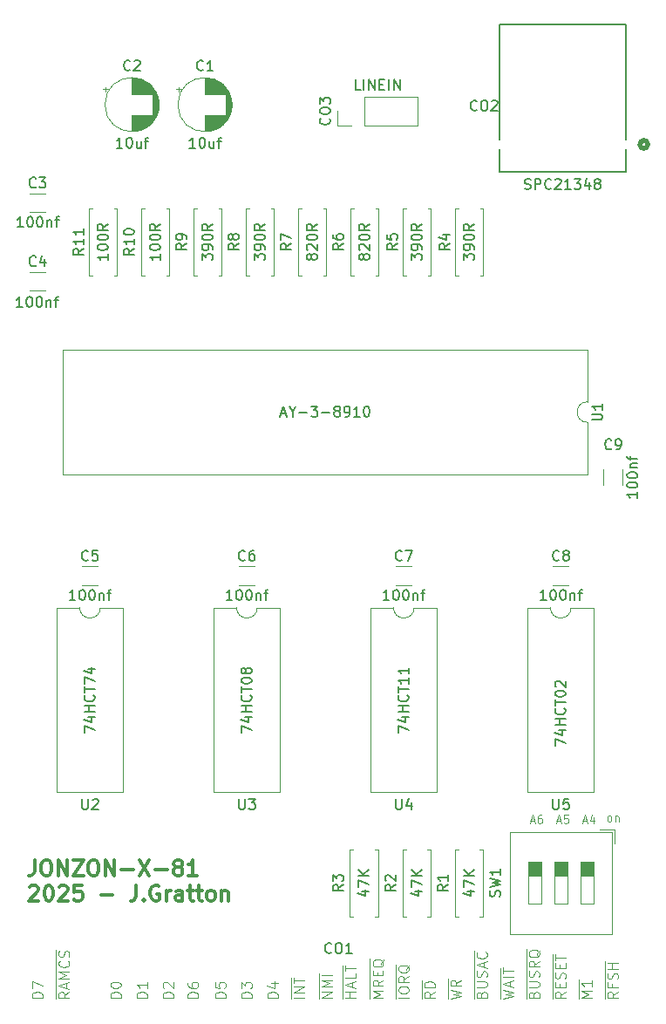
<source format=gbr>
%TF.GenerationSoftware,KiCad,Pcbnew,9.0.3*%
%TF.CreationDate,2025-08-11T15:59:24+01:00*%
%TF.ProjectId,MyZON-X,4d795a4f-4e2d-4582-9e6b-696361645f70,rev?*%
%TF.SameCoordinates,Original*%
%TF.FileFunction,Legend,Top*%
%TF.FilePolarity,Positive*%
%FSLAX46Y46*%
G04 Gerber Fmt 4.6, Leading zero omitted, Abs format (unit mm)*
G04 Created by KiCad (PCBNEW 9.0.3) date 2025-08-11 15:59:24*
%MOMM*%
%LPD*%
G01*
G04 APERTURE LIST*
%ADD10C,0.300000*%
%ADD11C,0.120000*%
%ADD12C,0.150000*%
%ADD13C,0.100000*%
%ADD14C,0.152400*%
%ADD15C,0.508000*%
G04 APERTURE END LIST*
D10*
X55593082Y-127330912D02*
X55593082Y-128402341D01*
X55593082Y-128402341D02*
X55521653Y-128616626D01*
X55521653Y-128616626D02*
X55378796Y-128759484D01*
X55378796Y-128759484D02*
X55164510Y-128830912D01*
X55164510Y-128830912D02*
X55021653Y-128830912D01*
X56593082Y-127330912D02*
X56878796Y-127330912D01*
X56878796Y-127330912D02*
X57021653Y-127402341D01*
X57021653Y-127402341D02*
X57164510Y-127545198D01*
X57164510Y-127545198D02*
X57235939Y-127830912D01*
X57235939Y-127830912D02*
X57235939Y-128330912D01*
X57235939Y-128330912D02*
X57164510Y-128616626D01*
X57164510Y-128616626D02*
X57021653Y-128759484D01*
X57021653Y-128759484D02*
X56878796Y-128830912D01*
X56878796Y-128830912D02*
X56593082Y-128830912D01*
X56593082Y-128830912D02*
X56450225Y-128759484D01*
X56450225Y-128759484D02*
X56307367Y-128616626D01*
X56307367Y-128616626D02*
X56235939Y-128330912D01*
X56235939Y-128330912D02*
X56235939Y-127830912D01*
X56235939Y-127830912D02*
X56307367Y-127545198D01*
X56307367Y-127545198D02*
X56450225Y-127402341D01*
X56450225Y-127402341D02*
X56593082Y-127330912D01*
X57878796Y-128830912D02*
X57878796Y-127330912D01*
X57878796Y-127330912D02*
X58735939Y-128830912D01*
X58735939Y-128830912D02*
X58735939Y-127330912D01*
X59307368Y-127330912D02*
X60307368Y-127330912D01*
X60307368Y-127330912D02*
X59307368Y-128830912D01*
X59307368Y-128830912D02*
X60307368Y-128830912D01*
X61164511Y-127330912D02*
X61450225Y-127330912D01*
X61450225Y-127330912D02*
X61593082Y-127402341D01*
X61593082Y-127402341D02*
X61735939Y-127545198D01*
X61735939Y-127545198D02*
X61807368Y-127830912D01*
X61807368Y-127830912D02*
X61807368Y-128330912D01*
X61807368Y-128330912D02*
X61735939Y-128616626D01*
X61735939Y-128616626D02*
X61593082Y-128759484D01*
X61593082Y-128759484D02*
X61450225Y-128830912D01*
X61450225Y-128830912D02*
X61164511Y-128830912D01*
X61164511Y-128830912D02*
X61021654Y-128759484D01*
X61021654Y-128759484D02*
X60878796Y-128616626D01*
X60878796Y-128616626D02*
X60807368Y-128330912D01*
X60807368Y-128330912D02*
X60807368Y-127830912D01*
X60807368Y-127830912D02*
X60878796Y-127545198D01*
X60878796Y-127545198D02*
X61021654Y-127402341D01*
X61021654Y-127402341D02*
X61164511Y-127330912D01*
X62450225Y-128830912D02*
X62450225Y-127330912D01*
X62450225Y-127330912D02*
X63307368Y-128830912D01*
X63307368Y-128830912D02*
X63307368Y-127330912D01*
X64021654Y-128259484D02*
X65164512Y-128259484D01*
X65735940Y-127330912D02*
X66735940Y-128830912D01*
X66735940Y-127330912D02*
X65735940Y-128830912D01*
X67307368Y-128259484D02*
X68450226Y-128259484D01*
X69378797Y-127973769D02*
X69235940Y-127902341D01*
X69235940Y-127902341D02*
X69164511Y-127830912D01*
X69164511Y-127830912D02*
X69093083Y-127688055D01*
X69093083Y-127688055D02*
X69093083Y-127616626D01*
X69093083Y-127616626D02*
X69164511Y-127473769D01*
X69164511Y-127473769D02*
X69235940Y-127402341D01*
X69235940Y-127402341D02*
X69378797Y-127330912D01*
X69378797Y-127330912D02*
X69664511Y-127330912D01*
X69664511Y-127330912D02*
X69807369Y-127402341D01*
X69807369Y-127402341D02*
X69878797Y-127473769D01*
X69878797Y-127473769D02*
X69950226Y-127616626D01*
X69950226Y-127616626D02*
X69950226Y-127688055D01*
X69950226Y-127688055D02*
X69878797Y-127830912D01*
X69878797Y-127830912D02*
X69807369Y-127902341D01*
X69807369Y-127902341D02*
X69664511Y-127973769D01*
X69664511Y-127973769D02*
X69378797Y-127973769D01*
X69378797Y-127973769D02*
X69235940Y-128045198D01*
X69235940Y-128045198D02*
X69164511Y-128116626D01*
X69164511Y-128116626D02*
X69093083Y-128259484D01*
X69093083Y-128259484D02*
X69093083Y-128545198D01*
X69093083Y-128545198D02*
X69164511Y-128688055D01*
X69164511Y-128688055D02*
X69235940Y-128759484D01*
X69235940Y-128759484D02*
X69378797Y-128830912D01*
X69378797Y-128830912D02*
X69664511Y-128830912D01*
X69664511Y-128830912D02*
X69807369Y-128759484D01*
X69807369Y-128759484D02*
X69878797Y-128688055D01*
X69878797Y-128688055D02*
X69950226Y-128545198D01*
X69950226Y-128545198D02*
X69950226Y-128259484D01*
X69950226Y-128259484D02*
X69878797Y-128116626D01*
X69878797Y-128116626D02*
X69807369Y-128045198D01*
X69807369Y-128045198D02*
X69664511Y-127973769D01*
X71378797Y-128830912D02*
X70521654Y-128830912D01*
X70950225Y-128830912D02*
X70950225Y-127330912D01*
X70950225Y-127330912D02*
X70807368Y-127545198D01*
X70807368Y-127545198D02*
X70664511Y-127688055D01*
X70664511Y-127688055D02*
X70521654Y-127759484D01*
X55093082Y-129888685D02*
X55164510Y-129817257D01*
X55164510Y-129817257D02*
X55307368Y-129745828D01*
X55307368Y-129745828D02*
X55664510Y-129745828D01*
X55664510Y-129745828D02*
X55807368Y-129817257D01*
X55807368Y-129817257D02*
X55878796Y-129888685D01*
X55878796Y-129888685D02*
X55950225Y-130031542D01*
X55950225Y-130031542D02*
X55950225Y-130174400D01*
X55950225Y-130174400D02*
X55878796Y-130388685D01*
X55878796Y-130388685D02*
X55021653Y-131245828D01*
X55021653Y-131245828D02*
X55950225Y-131245828D01*
X56878796Y-129745828D02*
X57021653Y-129745828D01*
X57021653Y-129745828D02*
X57164510Y-129817257D01*
X57164510Y-129817257D02*
X57235939Y-129888685D01*
X57235939Y-129888685D02*
X57307367Y-130031542D01*
X57307367Y-130031542D02*
X57378796Y-130317257D01*
X57378796Y-130317257D02*
X57378796Y-130674400D01*
X57378796Y-130674400D02*
X57307367Y-130960114D01*
X57307367Y-130960114D02*
X57235939Y-131102971D01*
X57235939Y-131102971D02*
X57164510Y-131174400D01*
X57164510Y-131174400D02*
X57021653Y-131245828D01*
X57021653Y-131245828D02*
X56878796Y-131245828D01*
X56878796Y-131245828D02*
X56735939Y-131174400D01*
X56735939Y-131174400D02*
X56664510Y-131102971D01*
X56664510Y-131102971D02*
X56593081Y-130960114D01*
X56593081Y-130960114D02*
X56521653Y-130674400D01*
X56521653Y-130674400D02*
X56521653Y-130317257D01*
X56521653Y-130317257D02*
X56593081Y-130031542D01*
X56593081Y-130031542D02*
X56664510Y-129888685D01*
X56664510Y-129888685D02*
X56735939Y-129817257D01*
X56735939Y-129817257D02*
X56878796Y-129745828D01*
X57950224Y-129888685D02*
X58021652Y-129817257D01*
X58021652Y-129817257D02*
X58164510Y-129745828D01*
X58164510Y-129745828D02*
X58521652Y-129745828D01*
X58521652Y-129745828D02*
X58664510Y-129817257D01*
X58664510Y-129817257D02*
X58735938Y-129888685D01*
X58735938Y-129888685D02*
X58807367Y-130031542D01*
X58807367Y-130031542D02*
X58807367Y-130174400D01*
X58807367Y-130174400D02*
X58735938Y-130388685D01*
X58735938Y-130388685D02*
X57878795Y-131245828D01*
X57878795Y-131245828D02*
X58807367Y-131245828D01*
X60164509Y-129745828D02*
X59450223Y-129745828D01*
X59450223Y-129745828D02*
X59378795Y-130460114D01*
X59378795Y-130460114D02*
X59450223Y-130388685D01*
X59450223Y-130388685D02*
X59593081Y-130317257D01*
X59593081Y-130317257D02*
X59950223Y-130317257D01*
X59950223Y-130317257D02*
X60093081Y-130388685D01*
X60093081Y-130388685D02*
X60164509Y-130460114D01*
X60164509Y-130460114D02*
X60235938Y-130602971D01*
X60235938Y-130602971D02*
X60235938Y-130960114D01*
X60235938Y-130960114D02*
X60164509Y-131102971D01*
X60164509Y-131102971D02*
X60093081Y-131174400D01*
X60093081Y-131174400D02*
X59950223Y-131245828D01*
X59950223Y-131245828D02*
X59593081Y-131245828D01*
X59593081Y-131245828D02*
X59450223Y-131174400D01*
X59450223Y-131174400D02*
X59378795Y-131102971D01*
X62021651Y-130674400D02*
X63164509Y-130674400D01*
X65450223Y-129745828D02*
X65450223Y-130817257D01*
X65450223Y-130817257D02*
X65378794Y-131031542D01*
X65378794Y-131031542D02*
X65235937Y-131174400D01*
X65235937Y-131174400D02*
X65021651Y-131245828D01*
X65021651Y-131245828D02*
X64878794Y-131245828D01*
X66164508Y-131102971D02*
X66235937Y-131174400D01*
X66235937Y-131174400D02*
X66164508Y-131245828D01*
X66164508Y-131245828D02*
X66093080Y-131174400D01*
X66093080Y-131174400D02*
X66164508Y-131102971D01*
X66164508Y-131102971D02*
X66164508Y-131245828D01*
X67664509Y-129817257D02*
X67521652Y-129745828D01*
X67521652Y-129745828D02*
X67307366Y-129745828D01*
X67307366Y-129745828D02*
X67093080Y-129817257D01*
X67093080Y-129817257D02*
X66950223Y-129960114D01*
X66950223Y-129960114D02*
X66878794Y-130102971D01*
X66878794Y-130102971D02*
X66807366Y-130388685D01*
X66807366Y-130388685D02*
X66807366Y-130602971D01*
X66807366Y-130602971D02*
X66878794Y-130888685D01*
X66878794Y-130888685D02*
X66950223Y-131031542D01*
X66950223Y-131031542D02*
X67093080Y-131174400D01*
X67093080Y-131174400D02*
X67307366Y-131245828D01*
X67307366Y-131245828D02*
X67450223Y-131245828D01*
X67450223Y-131245828D02*
X67664509Y-131174400D01*
X67664509Y-131174400D02*
X67735937Y-131102971D01*
X67735937Y-131102971D02*
X67735937Y-130602971D01*
X67735937Y-130602971D02*
X67450223Y-130602971D01*
X68378794Y-131245828D02*
X68378794Y-130245828D01*
X68378794Y-130531542D02*
X68450223Y-130388685D01*
X68450223Y-130388685D02*
X68521652Y-130317257D01*
X68521652Y-130317257D02*
X68664509Y-130245828D01*
X68664509Y-130245828D02*
X68807366Y-130245828D01*
X69950223Y-131245828D02*
X69950223Y-130460114D01*
X69950223Y-130460114D02*
X69878794Y-130317257D01*
X69878794Y-130317257D02*
X69735937Y-130245828D01*
X69735937Y-130245828D02*
X69450223Y-130245828D01*
X69450223Y-130245828D02*
X69307365Y-130317257D01*
X69950223Y-131174400D02*
X69807365Y-131245828D01*
X69807365Y-131245828D02*
X69450223Y-131245828D01*
X69450223Y-131245828D02*
X69307365Y-131174400D01*
X69307365Y-131174400D02*
X69235937Y-131031542D01*
X69235937Y-131031542D02*
X69235937Y-130888685D01*
X69235937Y-130888685D02*
X69307365Y-130745828D01*
X69307365Y-130745828D02*
X69450223Y-130674400D01*
X69450223Y-130674400D02*
X69807365Y-130674400D01*
X69807365Y-130674400D02*
X69950223Y-130602971D01*
X70450223Y-130245828D02*
X71021651Y-130245828D01*
X70664508Y-129745828D02*
X70664508Y-131031542D01*
X70664508Y-131031542D02*
X70735937Y-131174400D01*
X70735937Y-131174400D02*
X70878794Y-131245828D01*
X70878794Y-131245828D02*
X71021651Y-131245828D01*
X71307366Y-130245828D02*
X71878794Y-130245828D01*
X71521651Y-129745828D02*
X71521651Y-131031542D01*
X71521651Y-131031542D02*
X71593080Y-131174400D01*
X71593080Y-131174400D02*
X71735937Y-131245828D01*
X71735937Y-131245828D02*
X71878794Y-131245828D01*
X72593080Y-131245828D02*
X72450223Y-131174400D01*
X72450223Y-131174400D02*
X72378794Y-131102971D01*
X72378794Y-131102971D02*
X72307366Y-130960114D01*
X72307366Y-130960114D02*
X72307366Y-130531542D01*
X72307366Y-130531542D02*
X72378794Y-130388685D01*
X72378794Y-130388685D02*
X72450223Y-130317257D01*
X72450223Y-130317257D02*
X72593080Y-130245828D01*
X72593080Y-130245828D02*
X72807366Y-130245828D01*
X72807366Y-130245828D02*
X72950223Y-130317257D01*
X72950223Y-130317257D02*
X73021652Y-130388685D01*
X73021652Y-130388685D02*
X73093080Y-130531542D01*
X73093080Y-130531542D02*
X73093080Y-130960114D01*
X73093080Y-130960114D02*
X73021652Y-131102971D01*
X73021652Y-131102971D02*
X72950223Y-131174400D01*
X72950223Y-131174400D02*
X72807366Y-131245828D01*
X72807366Y-131245828D02*
X72593080Y-131245828D01*
X73735937Y-130245828D02*
X73735937Y-131245828D01*
X73735937Y-130388685D02*
X73807366Y-130317257D01*
X73807366Y-130317257D02*
X73950223Y-130245828D01*
X73950223Y-130245828D02*
X74164509Y-130245828D01*
X74164509Y-130245828D02*
X74307366Y-130317257D01*
X74307366Y-130317257D02*
X74378795Y-130460114D01*
X74378795Y-130460114D02*
X74378795Y-131245828D01*
D11*
X106276327Y-123492283D02*
X106657280Y-123492283D01*
X106200137Y-123720855D02*
X106466804Y-122920855D01*
X106466804Y-122920855D02*
X106733470Y-123720855D01*
X107381089Y-122920855D02*
X107000137Y-122920855D01*
X107000137Y-122920855D02*
X106962041Y-123301807D01*
X106962041Y-123301807D02*
X107000137Y-123263712D01*
X107000137Y-123263712D02*
X107076327Y-123225617D01*
X107076327Y-123225617D02*
X107266803Y-123225617D01*
X107266803Y-123225617D02*
X107342994Y-123263712D01*
X107342994Y-123263712D02*
X107381089Y-123301807D01*
X107381089Y-123301807D02*
X107419184Y-123377998D01*
X107419184Y-123377998D02*
X107419184Y-123568474D01*
X107419184Y-123568474D02*
X107381089Y-123644664D01*
X107381089Y-123644664D02*
X107342994Y-123682760D01*
X107342994Y-123682760D02*
X107266803Y-123720855D01*
X107266803Y-123720855D02*
X107076327Y-123720855D01*
X107076327Y-123720855D02*
X107000137Y-123682760D01*
X107000137Y-123682760D02*
X106962041Y-123644664D01*
X108816327Y-123492283D02*
X109197280Y-123492283D01*
X108740137Y-123720855D02*
X109006804Y-122920855D01*
X109006804Y-122920855D02*
X109273470Y-123720855D01*
X109882994Y-123187521D02*
X109882994Y-123720855D01*
X109692518Y-122882760D02*
X109502041Y-123454188D01*
X109502041Y-123454188D02*
X109997280Y-123454188D01*
X103736327Y-123492283D02*
X104117280Y-123492283D01*
X103660137Y-123720855D02*
X103926804Y-122920855D01*
X103926804Y-122920855D02*
X104193470Y-123720855D01*
X104802994Y-122920855D02*
X104650613Y-122920855D01*
X104650613Y-122920855D02*
X104574422Y-122958950D01*
X104574422Y-122958950D02*
X104536327Y-122997045D01*
X104536327Y-122997045D02*
X104460137Y-123111331D01*
X104460137Y-123111331D02*
X104422041Y-123263712D01*
X104422041Y-123263712D02*
X104422041Y-123568474D01*
X104422041Y-123568474D02*
X104460137Y-123644664D01*
X104460137Y-123644664D02*
X104498232Y-123682760D01*
X104498232Y-123682760D02*
X104574422Y-123720855D01*
X104574422Y-123720855D02*
X104726803Y-123720855D01*
X104726803Y-123720855D02*
X104802994Y-123682760D01*
X104802994Y-123682760D02*
X104841089Y-123644664D01*
X104841089Y-123644664D02*
X104879184Y-123568474D01*
X104879184Y-123568474D02*
X104879184Y-123377998D01*
X104879184Y-123377998D02*
X104841089Y-123301807D01*
X104841089Y-123301807D02*
X104802994Y-123263712D01*
X104802994Y-123263712D02*
X104726803Y-123225617D01*
X104726803Y-123225617D02*
X104574422Y-123225617D01*
X104574422Y-123225617D02*
X104498232Y-123263712D01*
X104498232Y-123263712D02*
X104460137Y-123301807D01*
X104460137Y-123301807D02*
X104422041Y-123377998D01*
D12*
X60773333Y-98149580D02*
X60725714Y-98197200D01*
X60725714Y-98197200D02*
X60582857Y-98244819D01*
X60582857Y-98244819D02*
X60487619Y-98244819D01*
X60487619Y-98244819D02*
X60344762Y-98197200D01*
X60344762Y-98197200D02*
X60249524Y-98101961D01*
X60249524Y-98101961D02*
X60201905Y-98006723D01*
X60201905Y-98006723D02*
X60154286Y-97816247D01*
X60154286Y-97816247D02*
X60154286Y-97673390D01*
X60154286Y-97673390D02*
X60201905Y-97482914D01*
X60201905Y-97482914D02*
X60249524Y-97387676D01*
X60249524Y-97387676D02*
X60344762Y-97292438D01*
X60344762Y-97292438D02*
X60487619Y-97244819D01*
X60487619Y-97244819D02*
X60582857Y-97244819D01*
X60582857Y-97244819D02*
X60725714Y-97292438D01*
X60725714Y-97292438D02*
X60773333Y-97340057D01*
X61678095Y-97244819D02*
X61201905Y-97244819D01*
X61201905Y-97244819D02*
X61154286Y-97721009D01*
X61154286Y-97721009D02*
X61201905Y-97673390D01*
X61201905Y-97673390D02*
X61297143Y-97625771D01*
X61297143Y-97625771D02*
X61535238Y-97625771D01*
X61535238Y-97625771D02*
X61630476Y-97673390D01*
X61630476Y-97673390D02*
X61678095Y-97721009D01*
X61678095Y-97721009D02*
X61725714Y-97816247D01*
X61725714Y-97816247D02*
X61725714Y-98054342D01*
X61725714Y-98054342D02*
X61678095Y-98149580D01*
X61678095Y-98149580D02*
X61630476Y-98197200D01*
X61630476Y-98197200D02*
X61535238Y-98244819D01*
X61535238Y-98244819D02*
X61297143Y-98244819D01*
X61297143Y-98244819D02*
X61201905Y-98197200D01*
X61201905Y-98197200D02*
X61154286Y-98149580D01*
X59535237Y-102054819D02*
X58963809Y-102054819D01*
X59249523Y-102054819D02*
X59249523Y-101054819D01*
X59249523Y-101054819D02*
X59154285Y-101197676D01*
X59154285Y-101197676D02*
X59059047Y-101292914D01*
X59059047Y-101292914D02*
X58963809Y-101340533D01*
X60154285Y-101054819D02*
X60249523Y-101054819D01*
X60249523Y-101054819D02*
X60344761Y-101102438D01*
X60344761Y-101102438D02*
X60392380Y-101150057D01*
X60392380Y-101150057D02*
X60439999Y-101245295D01*
X60439999Y-101245295D02*
X60487618Y-101435771D01*
X60487618Y-101435771D02*
X60487618Y-101673866D01*
X60487618Y-101673866D02*
X60439999Y-101864342D01*
X60439999Y-101864342D02*
X60392380Y-101959580D01*
X60392380Y-101959580D02*
X60344761Y-102007200D01*
X60344761Y-102007200D02*
X60249523Y-102054819D01*
X60249523Y-102054819D02*
X60154285Y-102054819D01*
X60154285Y-102054819D02*
X60059047Y-102007200D01*
X60059047Y-102007200D02*
X60011428Y-101959580D01*
X60011428Y-101959580D02*
X59963809Y-101864342D01*
X59963809Y-101864342D02*
X59916190Y-101673866D01*
X59916190Y-101673866D02*
X59916190Y-101435771D01*
X59916190Y-101435771D02*
X59963809Y-101245295D01*
X59963809Y-101245295D02*
X60011428Y-101150057D01*
X60011428Y-101150057D02*
X60059047Y-101102438D01*
X60059047Y-101102438D02*
X60154285Y-101054819D01*
X61106666Y-101054819D02*
X61201904Y-101054819D01*
X61201904Y-101054819D02*
X61297142Y-101102438D01*
X61297142Y-101102438D02*
X61344761Y-101150057D01*
X61344761Y-101150057D02*
X61392380Y-101245295D01*
X61392380Y-101245295D02*
X61439999Y-101435771D01*
X61439999Y-101435771D02*
X61439999Y-101673866D01*
X61439999Y-101673866D02*
X61392380Y-101864342D01*
X61392380Y-101864342D02*
X61344761Y-101959580D01*
X61344761Y-101959580D02*
X61297142Y-102007200D01*
X61297142Y-102007200D02*
X61201904Y-102054819D01*
X61201904Y-102054819D02*
X61106666Y-102054819D01*
X61106666Y-102054819D02*
X61011428Y-102007200D01*
X61011428Y-102007200D02*
X60963809Y-101959580D01*
X60963809Y-101959580D02*
X60916190Y-101864342D01*
X60916190Y-101864342D02*
X60868571Y-101673866D01*
X60868571Y-101673866D02*
X60868571Y-101435771D01*
X60868571Y-101435771D02*
X60916190Y-101245295D01*
X60916190Y-101245295D02*
X60963809Y-101150057D01*
X60963809Y-101150057D02*
X61011428Y-101102438D01*
X61011428Y-101102438D02*
X61106666Y-101054819D01*
X61868571Y-101388152D02*
X61868571Y-102054819D01*
X61868571Y-101483390D02*
X61916190Y-101435771D01*
X61916190Y-101435771D02*
X62011428Y-101388152D01*
X62011428Y-101388152D02*
X62154285Y-101388152D01*
X62154285Y-101388152D02*
X62249523Y-101435771D01*
X62249523Y-101435771D02*
X62297142Y-101531009D01*
X62297142Y-101531009D02*
X62297142Y-102054819D01*
X62630476Y-101388152D02*
X63011428Y-101388152D01*
X62773333Y-102054819D02*
X62773333Y-101197676D01*
X62773333Y-101197676D02*
X62820952Y-101102438D01*
X62820952Y-101102438D02*
X62916190Y-101054819D01*
X62916190Y-101054819D02*
X63011428Y-101054819D01*
X95874819Y-67476666D02*
X95398628Y-67809999D01*
X95874819Y-68048094D02*
X94874819Y-68048094D01*
X94874819Y-68048094D02*
X94874819Y-67667142D01*
X94874819Y-67667142D02*
X94922438Y-67571904D01*
X94922438Y-67571904D02*
X94970057Y-67524285D01*
X94970057Y-67524285D02*
X95065295Y-67476666D01*
X95065295Y-67476666D02*
X95208152Y-67476666D01*
X95208152Y-67476666D02*
X95303390Y-67524285D01*
X95303390Y-67524285D02*
X95351009Y-67571904D01*
X95351009Y-67571904D02*
X95398628Y-67667142D01*
X95398628Y-67667142D02*
X95398628Y-68048094D01*
X95208152Y-66619523D02*
X95874819Y-66619523D01*
X94827200Y-66857618D02*
X95541485Y-67095713D01*
X95541485Y-67095713D02*
X95541485Y-66476666D01*
X97244819Y-69095713D02*
X97244819Y-68476666D01*
X97244819Y-68476666D02*
X97625771Y-68809999D01*
X97625771Y-68809999D02*
X97625771Y-68667142D01*
X97625771Y-68667142D02*
X97673390Y-68571904D01*
X97673390Y-68571904D02*
X97721009Y-68524285D01*
X97721009Y-68524285D02*
X97816247Y-68476666D01*
X97816247Y-68476666D02*
X98054342Y-68476666D01*
X98054342Y-68476666D02*
X98149580Y-68524285D01*
X98149580Y-68524285D02*
X98197200Y-68571904D01*
X98197200Y-68571904D02*
X98244819Y-68667142D01*
X98244819Y-68667142D02*
X98244819Y-68952856D01*
X98244819Y-68952856D02*
X98197200Y-69048094D01*
X98197200Y-69048094D02*
X98149580Y-69095713D01*
X98244819Y-68000475D02*
X98244819Y-67809999D01*
X98244819Y-67809999D02*
X98197200Y-67714761D01*
X98197200Y-67714761D02*
X98149580Y-67667142D01*
X98149580Y-67667142D02*
X98006723Y-67571904D01*
X98006723Y-67571904D02*
X97816247Y-67524285D01*
X97816247Y-67524285D02*
X97435295Y-67524285D01*
X97435295Y-67524285D02*
X97340057Y-67571904D01*
X97340057Y-67571904D02*
X97292438Y-67619523D01*
X97292438Y-67619523D02*
X97244819Y-67714761D01*
X97244819Y-67714761D02*
X97244819Y-67905237D01*
X97244819Y-67905237D02*
X97292438Y-68000475D01*
X97292438Y-68000475D02*
X97340057Y-68048094D01*
X97340057Y-68048094D02*
X97435295Y-68095713D01*
X97435295Y-68095713D02*
X97673390Y-68095713D01*
X97673390Y-68095713D02*
X97768628Y-68048094D01*
X97768628Y-68048094D02*
X97816247Y-68000475D01*
X97816247Y-68000475D02*
X97863866Y-67905237D01*
X97863866Y-67905237D02*
X97863866Y-67714761D01*
X97863866Y-67714761D02*
X97816247Y-67619523D01*
X97816247Y-67619523D02*
X97768628Y-67571904D01*
X97768628Y-67571904D02*
X97673390Y-67524285D01*
X97244819Y-66905237D02*
X97244819Y-66809999D01*
X97244819Y-66809999D02*
X97292438Y-66714761D01*
X97292438Y-66714761D02*
X97340057Y-66667142D01*
X97340057Y-66667142D02*
X97435295Y-66619523D01*
X97435295Y-66619523D02*
X97625771Y-66571904D01*
X97625771Y-66571904D02*
X97863866Y-66571904D01*
X97863866Y-66571904D02*
X98054342Y-66619523D01*
X98054342Y-66619523D02*
X98149580Y-66667142D01*
X98149580Y-66667142D02*
X98197200Y-66714761D01*
X98197200Y-66714761D02*
X98244819Y-66809999D01*
X98244819Y-66809999D02*
X98244819Y-66905237D01*
X98244819Y-66905237D02*
X98197200Y-67000475D01*
X98197200Y-67000475D02*
X98149580Y-67048094D01*
X98149580Y-67048094D02*
X98054342Y-67095713D01*
X98054342Y-67095713D02*
X97863866Y-67143332D01*
X97863866Y-67143332D02*
X97625771Y-67143332D01*
X97625771Y-67143332D02*
X97435295Y-67095713D01*
X97435295Y-67095713D02*
X97340057Y-67048094D01*
X97340057Y-67048094D02*
X97292438Y-67000475D01*
X97292438Y-67000475D02*
X97244819Y-66905237D01*
X98244819Y-65571904D02*
X97768628Y-65905237D01*
X98244819Y-66143332D02*
X97244819Y-66143332D01*
X97244819Y-66143332D02*
X97244819Y-65762380D01*
X97244819Y-65762380D02*
X97292438Y-65667142D01*
X97292438Y-65667142D02*
X97340057Y-65619523D01*
X97340057Y-65619523D02*
X97435295Y-65571904D01*
X97435295Y-65571904D02*
X97578152Y-65571904D01*
X97578152Y-65571904D02*
X97673390Y-65619523D01*
X97673390Y-65619523D02*
X97721009Y-65667142D01*
X97721009Y-65667142D02*
X97768628Y-65762380D01*
X97768628Y-65762380D02*
X97768628Y-66143332D01*
X109724819Y-84581904D02*
X110534342Y-84581904D01*
X110534342Y-84581904D02*
X110629580Y-84534285D01*
X110629580Y-84534285D02*
X110677200Y-84486666D01*
X110677200Y-84486666D02*
X110724819Y-84391428D01*
X110724819Y-84391428D02*
X110724819Y-84200952D01*
X110724819Y-84200952D02*
X110677200Y-84105714D01*
X110677200Y-84105714D02*
X110629580Y-84058095D01*
X110629580Y-84058095D02*
X110534342Y-84010476D01*
X110534342Y-84010476D02*
X109724819Y-84010476D01*
X110724819Y-83010476D02*
X110724819Y-83581904D01*
X110724819Y-83296190D02*
X109724819Y-83296190D01*
X109724819Y-83296190D02*
X109867676Y-83391428D01*
X109867676Y-83391428D02*
X109962914Y-83486666D01*
X109962914Y-83486666D02*
X110010533Y-83581904D01*
X79529286Y-83984104D02*
X80005476Y-83984104D01*
X79434048Y-84269819D02*
X79767381Y-83269819D01*
X79767381Y-83269819D02*
X80100714Y-84269819D01*
X80624524Y-83793628D02*
X80624524Y-84269819D01*
X80291191Y-83269819D02*
X80624524Y-83793628D01*
X80624524Y-83793628D02*
X80957857Y-83269819D01*
X81291191Y-83888866D02*
X82053096Y-83888866D01*
X82434048Y-83269819D02*
X83053095Y-83269819D01*
X83053095Y-83269819D02*
X82719762Y-83650771D01*
X82719762Y-83650771D02*
X82862619Y-83650771D01*
X82862619Y-83650771D02*
X82957857Y-83698390D01*
X82957857Y-83698390D02*
X83005476Y-83746009D01*
X83005476Y-83746009D02*
X83053095Y-83841247D01*
X83053095Y-83841247D02*
X83053095Y-84079342D01*
X83053095Y-84079342D02*
X83005476Y-84174580D01*
X83005476Y-84174580D02*
X82957857Y-84222200D01*
X82957857Y-84222200D02*
X82862619Y-84269819D01*
X82862619Y-84269819D02*
X82576905Y-84269819D01*
X82576905Y-84269819D02*
X82481667Y-84222200D01*
X82481667Y-84222200D02*
X82434048Y-84174580D01*
X83481667Y-83888866D02*
X84243572Y-83888866D01*
X84862619Y-83698390D02*
X84767381Y-83650771D01*
X84767381Y-83650771D02*
X84719762Y-83603152D01*
X84719762Y-83603152D02*
X84672143Y-83507914D01*
X84672143Y-83507914D02*
X84672143Y-83460295D01*
X84672143Y-83460295D02*
X84719762Y-83365057D01*
X84719762Y-83365057D02*
X84767381Y-83317438D01*
X84767381Y-83317438D02*
X84862619Y-83269819D01*
X84862619Y-83269819D02*
X85053095Y-83269819D01*
X85053095Y-83269819D02*
X85148333Y-83317438D01*
X85148333Y-83317438D02*
X85195952Y-83365057D01*
X85195952Y-83365057D02*
X85243571Y-83460295D01*
X85243571Y-83460295D02*
X85243571Y-83507914D01*
X85243571Y-83507914D02*
X85195952Y-83603152D01*
X85195952Y-83603152D02*
X85148333Y-83650771D01*
X85148333Y-83650771D02*
X85053095Y-83698390D01*
X85053095Y-83698390D02*
X84862619Y-83698390D01*
X84862619Y-83698390D02*
X84767381Y-83746009D01*
X84767381Y-83746009D02*
X84719762Y-83793628D01*
X84719762Y-83793628D02*
X84672143Y-83888866D01*
X84672143Y-83888866D02*
X84672143Y-84079342D01*
X84672143Y-84079342D02*
X84719762Y-84174580D01*
X84719762Y-84174580D02*
X84767381Y-84222200D01*
X84767381Y-84222200D02*
X84862619Y-84269819D01*
X84862619Y-84269819D02*
X85053095Y-84269819D01*
X85053095Y-84269819D02*
X85148333Y-84222200D01*
X85148333Y-84222200D02*
X85195952Y-84174580D01*
X85195952Y-84174580D02*
X85243571Y-84079342D01*
X85243571Y-84079342D02*
X85243571Y-83888866D01*
X85243571Y-83888866D02*
X85195952Y-83793628D01*
X85195952Y-83793628D02*
X85148333Y-83746009D01*
X85148333Y-83746009D02*
X85053095Y-83698390D01*
X85719762Y-84269819D02*
X85910238Y-84269819D01*
X85910238Y-84269819D02*
X86005476Y-84222200D01*
X86005476Y-84222200D02*
X86053095Y-84174580D01*
X86053095Y-84174580D02*
X86148333Y-84031723D01*
X86148333Y-84031723D02*
X86195952Y-83841247D01*
X86195952Y-83841247D02*
X86195952Y-83460295D01*
X86195952Y-83460295D02*
X86148333Y-83365057D01*
X86148333Y-83365057D02*
X86100714Y-83317438D01*
X86100714Y-83317438D02*
X86005476Y-83269819D01*
X86005476Y-83269819D02*
X85815000Y-83269819D01*
X85815000Y-83269819D02*
X85719762Y-83317438D01*
X85719762Y-83317438D02*
X85672143Y-83365057D01*
X85672143Y-83365057D02*
X85624524Y-83460295D01*
X85624524Y-83460295D02*
X85624524Y-83698390D01*
X85624524Y-83698390D02*
X85672143Y-83793628D01*
X85672143Y-83793628D02*
X85719762Y-83841247D01*
X85719762Y-83841247D02*
X85815000Y-83888866D01*
X85815000Y-83888866D02*
X86005476Y-83888866D01*
X86005476Y-83888866D02*
X86100714Y-83841247D01*
X86100714Y-83841247D02*
X86148333Y-83793628D01*
X86148333Y-83793628D02*
X86195952Y-83698390D01*
X87148333Y-84269819D02*
X86576905Y-84269819D01*
X86862619Y-84269819D02*
X86862619Y-83269819D01*
X86862619Y-83269819D02*
X86767381Y-83412676D01*
X86767381Y-83412676D02*
X86672143Y-83507914D01*
X86672143Y-83507914D02*
X86576905Y-83555533D01*
X87767381Y-83269819D02*
X87862619Y-83269819D01*
X87862619Y-83269819D02*
X87957857Y-83317438D01*
X87957857Y-83317438D02*
X88005476Y-83365057D01*
X88005476Y-83365057D02*
X88053095Y-83460295D01*
X88053095Y-83460295D02*
X88100714Y-83650771D01*
X88100714Y-83650771D02*
X88100714Y-83888866D01*
X88100714Y-83888866D02*
X88053095Y-84079342D01*
X88053095Y-84079342D02*
X88005476Y-84174580D01*
X88005476Y-84174580D02*
X87957857Y-84222200D01*
X87957857Y-84222200D02*
X87862619Y-84269819D01*
X87862619Y-84269819D02*
X87767381Y-84269819D01*
X87767381Y-84269819D02*
X87672143Y-84222200D01*
X87672143Y-84222200D02*
X87624524Y-84174580D01*
X87624524Y-84174580D02*
X87576905Y-84079342D01*
X87576905Y-84079342D02*
X87529286Y-83888866D01*
X87529286Y-83888866D02*
X87529286Y-83650771D01*
X87529286Y-83650771D02*
X87576905Y-83460295D01*
X87576905Y-83460295D02*
X87624524Y-83365057D01*
X87624524Y-83365057D02*
X87672143Y-83317438D01*
X87672143Y-83317438D02*
X87767381Y-83269819D01*
X60314819Y-67952857D02*
X59838628Y-68286190D01*
X60314819Y-68524285D02*
X59314819Y-68524285D01*
X59314819Y-68524285D02*
X59314819Y-68143333D01*
X59314819Y-68143333D02*
X59362438Y-68048095D01*
X59362438Y-68048095D02*
X59410057Y-68000476D01*
X59410057Y-68000476D02*
X59505295Y-67952857D01*
X59505295Y-67952857D02*
X59648152Y-67952857D01*
X59648152Y-67952857D02*
X59743390Y-68000476D01*
X59743390Y-68000476D02*
X59791009Y-68048095D01*
X59791009Y-68048095D02*
X59838628Y-68143333D01*
X59838628Y-68143333D02*
X59838628Y-68524285D01*
X60314819Y-67000476D02*
X60314819Y-67571904D01*
X60314819Y-67286190D02*
X59314819Y-67286190D01*
X59314819Y-67286190D02*
X59457676Y-67381428D01*
X59457676Y-67381428D02*
X59552914Y-67476666D01*
X59552914Y-67476666D02*
X59600533Y-67571904D01*
X60314819Y-66048095D02*
X60314819Y-66619523D01*
X60314819Y-66333809D02*
X59314819Y-66333809D01*
X59314819Y-66333809D02*
X59457676Y-66429047D01*
X59457676Y-66429047D02*
X59552914Y-66524285D01*
X59552914Y-66524285D02*
X59600533Y-66619523D01*
X62684819Y-68476666D02*
X62684819Y-69048094D01*
X62684819Y-68762380D02*
X61684819Y-68762380D01*
X61684819Y-68762380D02*
X61827676Y-68857618D01*
X61827676Y-68857618D02*
X61922914Y-68952856D01*
X61922914Y-68952856D02*
X61970533Y-69048094D01*
X61684819Y-67857618D02*
X61684819Y-67762380D01*
X61684819Y-67762380D02*
X61732438Y-67667142D01*
X61732438Y-67667142D02*
X61780057Y-67619523D01*
X61780057Y-67619523D02*
X61875295Y-67571904D01*
X61875295Y-67571904D02*
X62065771Y-67524285D01*
X62065771Y-67524285D02*
X62303866Y-67524285D01*
X62303866Y-67524285D02*
X62494342Y-67571904D01*
X62494342Y-67571904D02*
X62589580Y-67619523D01*
X62589580Y-67619523D02*
X62637200Y-67667142D01*
X62637200Y-67667142D02*
X62684819Y-67762380D01*
X62684819Y-67762380D02*
X62684819Y-67857618D01*
X62684819Y-67857618D02*
X62637200Y-67952856D01*
X62637200Y-67952856D02*
X62589580Y-68000475D01*
X62589580Y-68000475D02*
X62494342Y-68048094D01*
X62494342Y-68048094D02*
X62303866Y-68095713D01*
X62303866Y-68095713D02*
X62065771Y-68095713D01*
X62065771Y-68095713D02*
X61875295Y-68048094D01*
X61875295Y-68048094D02*
X61780057Y-68000475D01*
X61780057Y-68000475D02*
X61732438Y-67952856D01*
X61732438Y-67952856D02*
X61684819Y-67857618D01*
X61684819Y-66905237D02*
X61684819Y-66809999D01*
X61684819Y-66809999D02*
X61732438Y-66714761D01*
X61732438Y-66714761D02*
X61780057Y-66667142D01*
X61780057Y-66667142D02*
X61875295Y-66619523D01*
X61875295Y-66619523D02*
X62065771Y-66571904D01*
X62065771Y-66571904D02*
X62303866Y-66571904D01*
X62303866Y-66571904D02*
X62494342Y-66619523D01*
X62494342Y-66619523D02*
X62589580Y-66667142D01*
X62589580Y-66667142D02*
X62637200Y-66714761D01*
X62637200Y-66714761D02*
X62684819Y-66809999D01*
X62684819Y-66809999D02*
X62684819Y-66905237D01*
X62684819Y-66905237D02*
X62637200Y-67000475D01*
X62637200Y-67000475D02*
X62589580Y-67048094D01*
X62589580Y-67048094D02*
X62494342Y-67095713D01*
X62494342Y-67095713D02*
X62303866Y-67143332D01*
X62303866Y-67143332D02*
X62065771Y-67143332D01*
X62065771Y-67143332D02*
X61875295Y-67095713D01*
X61875295Y-67095713D02*
X61780057Y-67048094D01*
X61780057Y-67048094D02*
X61732438Y-67000475D01*
X61732438Y-67000475D02*
X61684819Y-66905237D01*
X62684819Y-65571904D02*
X62208628Y-65905237D01*
X62684819Y-66143332D02*
X61684819Y-66143332D01*
X61684819Y-66143332D02*
X61684819Y-65762380D01*
X61684819Y-65762380D02*
X61732438Y-65667142D01*
X61732438Y-65667142D02*
X61780057Y-65619523D01*
X61780057Y-65619523D02*
X61875295Y-65571904D01*
X61875295Y-65571904D02*
X62018152Y-65571904D01*
X62018152Y-65571904D02*
X62113390Y-65619523D01*
X62113390Y-65619523D02*
X62161009Y-65667142D01*
X62161009Y-65667142D02*
X62208628Y-65762380D01*
X62208628Y-65762380D02*
X62208628Y-66143332D01*
X55703333Y-61954580D02*
X55655714Y-62002200D01*
X55655714Y-62002200D02*
X55512857Y-62049819D01*
X55512857Y-62049819D02*
X55417619Y-62049819D01*
X55417619Y-62049819D02*
X55274762Y-62002200D01*
X55274762Y-62002200D02*
X55179524Y-61906961D01*
X55179524Y-61906961D02*
X55131905Y-61811723D01*
X55131905Y-61811723D02*
X55084286Y-61621247D01*
X55084286Y-61621247D02*
X55084286Y-61478390D01*
X55084286Y-61478390D02*
X55131905Y-61287914D01*
X55131905Y-61287914D02*
X55179524Y-61192676D01*
X55179524Y-61192676D02*
X55274762Y-61097438D01*
X55274762Y-61097438D02*
X55417619Y-61049819D01*
X55417619Y-61049819D02*
X55512857Y-61049819D01*
X55512857Y-61049819D02*
X55655714Y-61097438D01*
X55655714Y-61097438D02*
X55703333Y-61145057D01*
X56036667Y-61049819D02*
X56655714Y-61049819D01*
X56655714Y-61049819D02*
X56322381Y-61430771D01*
X56322381Y-61430771D02*
X56465238Y-61430771D01*
X56465238Y-61430771D02*
X56560476Y-61478390D01*
X56560476Y-61478390D02*
X56608095Y-61526009D01*
X56608095Y-61526009D02*
X56655714Y-61621247D01*
X56655714Y-61621247D02*
X56655714Y-61859342D01*
X56655714Y-61859342D02*
X56608095Y-61954580D01*
X56608095Y-61954580D02*
X56560476Y-62002200D01*
X56560476Y-62002200D02*
X56465238Y-62049819D01*
X56465238Y-62049819D02*
X56179524Y-62049819D01*
X56179524Y-62049819D02*
X56084286Y-62002200D01*
X56084286Y-62002200D02*
X56036667Y-61954580D01*
X54465237Y-65859819D02*
X53893809Y-65859819D01*
X54179523Y-65859819D02*
X54179523Y-64859819D01*
X54179523Y-64859819D02*
X54084285Y-65002676D01*
X54084285Y-65002676D02*
X53989047Y-65097914D01*
X53989047Y-65097914D02*
X53893809Y-65145533D01*
X55084285Y-64859819D02*
X55179523Y-64859819D01*
X55179523Y-64859819D02*
X55274761Y-64907438D01*
X55274761Y-64907438D02*
X55322380Y-64955057D01*
X55322380Y-64955057D02*
X55369999Y-65050295D01*
X55369999Y-65050295D02*
X55417618Y-65240771D01*
X55417618Y-65240771D02*
X55417618Y-65478866D01*
X55417618Y-65478866D02*
X55369999Y-65669342D01*
X55369999Y-65669342D02*
X55322380Y-65764580D01*
X55322380Y-65764580D02*
X55274761Y-65812200D01*
X55274761Y-65812200D02*
X55179523Y-65859819D01*
X55179523Y-65859819D02*
X55084285Y-65859819D01*
X55084285Y-65859819D02*
X54989047Y-65812200D01*
X54989047Y-65812200D02*
X54941428Y-65764580D01*
X54941428Y-65764580D02*
X54893809Y-65669342D01*
X54893809Y-65669342D02*
X54846190Y-65478866D01*
X54846190Y-65478866D02*
X54846190Y-65240771D01*
X54846190Y-65240771D02*
X54893809Y-65050295D01*
X54893809Y-65050295D02*
X54941428Y-64955057D01*
X54941428Y-64955057D02*
X54989047Y-64907438D01*
X54989047Y-64907438D02*
X55084285Y-64859819D01*
X56036666Y-64859819D02*
X56131904Y-64859819D01*
X56131904Y-64859819D02*
X56227142Y-64907438D01*
X56227142Y-64907438D02*
X56274761Y-64955057D01*
X56274761Y-64955057D02*
X56322380Y-65050295D01*
X56322380Y-65050295D02*
X56369999Y-65240771D01*
X56369999Y-65240771D02*
X56369999Y-65478866D01*
X56369999Y-65478866D02*
X56322380Y-65669342D01*
X56322380Y-65669342D02*
X56274761Y-65764580D01*
X56274761Y-65764580D02*
X56227142Y-65812200D01*
X56227142Y-65812200D02*
X56131904Y-65859819D01*
X56131904Y-65859819D02*
X56036666Y-65859819D01*
X56036666Y-65859819D02*
X55941428Y-65812200D01*
X55941428Y-65812200D02*
X55893809Y-65764580D01*
X55893809Y-65764580D02*
X55846190Y-65669342D01*
X55846190Y-65669342D02*
X55798571Y-65478866D01*
X55798571Y-65478866D02*
X55798571Y-65240771D01*
X55798571Y-65240771D02*
X55846190Y-65050295D01*
X55846190Y-65050295D02*
X55893809Y-64955057D01*
X55893809Y-64955057D02*
X55941428Y-64907438D01*
X55941428Y-64907438D02*
X56036666Y-64859819D01*
X56798571Y-65193152D02*
X56798571Y-65859819D01*
X56798571Y-65288390D02*
X56846190Y-65240771D01*
X56846190Y-65240771D02*
X56941428Y-65193152D01*
X56941428Y-65193152D02*
X57084285Y-65193152D01*
X57084285Y-65193152D02*
X57179523Y-65240771D01*
X57179523Y-65240771D02*
X57227142Y-65336009D01*
X57227142Y-65336009D02*
X57227142Y-65859819D01*
X57560476Y-65193152D02*
X57941428Y-65193152D01*
X57703333Y-65859819D02*
X57703333Y-65002676D01*
X57703333Y-65002676D02*
X57750952Y-64907438D01*
X57750952Y-64907438D02*
X57846190Y-64859819D01*
X57846190Y-64859819D02*
X57941428Y-64859819D01*
X85539819Y-129706666D02*
X85063628Y-130039999D01*
X85539819Y-130278094D02*
X84539819Y-130278094D01*
X84539819Y-130278094D02*
X84539819Y-129897142D01*
X84539819Y-129897142D02*
X84587438Y-129801904D01*
X84587438Y-129801904D02*
X84635057Y-129754285D01*
X84635057Y-129754285D02*
X84730295Y-129706666D01*
X84730295Y-129706666D02*
X84873152Y-129706666D01*
X84873152Y-129706666D02*
X84968390Y-129754285D01*
X84968390Y-129754285D02*
X85016009Y-129801904D01*
X85016009Y-129801904D02*
X85063628Y-129897142D01*
X85063628Y-129897142D02*
X85063628Y-130278094D01*
X84539819Y-129373332D02*
X84539819Y-128754285D01*
X84539819Y-128754285D02*
X84920771Y-129087618D01*
X84920771Y-129087618D02*
X84920771Y-128944761D01*
X84920771Y-128944761D02*
X84968390Y-128849523D01*
X84968390Y-128849523D02*
X85016009Y-128801904D01*
X85016009Y-128801904D02*
X85111247Y-128754285D01*
X85111247Y-128754285D02*
X85349342Y-128754285D01*
X85349342Y-128754285D02*
X85444580Y-128801904D01*
X85444580Y-128801904D02*
X85492200Y-128849523D01*
X85492200Y-128849523D02*
X85539819Y-128944761D01*
X85539819Y-128944761D02*
X85539819Y-129230475D01*
X85539819Y-129230475D02*
X85492200Y-129325713D01*
X85492200Y-129325713D02*
X85444580Y-129373332D01*
X87343152Y-130325714D02*
X88009819Y-130325714D01*
X86962200Y-130563809D02*
X87676485Y-130801904D01*
X87676485Y-130801904D02*
X87676485Y-130182857D01*
X87009819Y-129897142D02*
X87009819Y-129230476D01*
X87009819Y-129230476D02*
X88009819Y-129659047D01*
X88009819Y-128849523D02*
X87009819Y-128849523D01*
X88009819Y-128278095D02*
X87438390Y-128706666D01*
X87009819Y-128278095D02*
X87581247Y-128849523D01*
X76013333Y-98149580D02*
X75965714Y-98197200D01*
X75965714Y-98197200D02*
X75822857Y-98244819D01*
X75822857Y-98244819D02*
X75727619Y-98244819D01*
X75727619Y-98244819D02*
X75584762Y-98197200D01*
X75584762Y-98197200D02*
X75489524Y-98101961D01*
X75489524Y-98101961D02*
X75441905Y-98006723D01*
X75441905Y-98006723D02*
X75394286Y-97816247D01*
X75394286Y-97816247D02*
X75394286Y-97673390D01*
X75394286Y-97673390D02*
X75441905Y-97482914D01*
X75441905Y-97482914D02*
X75489524Y-97387676D01*
X75489524Y-97387676D02*
X75584762Y-97292438D01*
X75584762Y-97292438D02*
X75727619Y-97244819D01*
X75727619Y-97244819D02*
X75822857Y-97244819D01*
X75822857Y-97244819D02*
X75965714Y-97292438D01*
X75965714Y-97292438D02*
X76013333Y-97340057D01*
X76870476Y-97244819D02*
X76680000Y-97244819D01*
X76680000Y-97244819D02*
X76584762Y-97292438D01*
X76584762Y-97292438D02*
X76537143Y-97340057D01*
X76537143Y-97340057D02*
X76441905Y-97482914D01*
X76441905Y-97482914D02*
X76394286Y-97673390D01*
X76394286Y-97673390D02*
X76394286Y-98054342D01*
X76394286Y-98054342D02*
X76441905Y-98149580D01*
X76441905Y-98149580D02*
X76489524Y-98197200D01*
X76489524Y-98197200D02*
X76584762Y-98244819D01*
X76584762Y-98244819D02*
X76775238Y-98244819D01*
X76775238Y-98244819D02*
X76870476Y-98197200D01*
X76870476Y-98197200D02*
X76918095Y-98149580D01*
X76918095Y-98149580D02*
X76965714Y-98054342D01*
X76965714Y-98054342D02*
X76965714Y-97816247D01*
X76965714Y-97816247D02*
X76918095Y-97721009D01*
X76918095Y-97721009D02*
X76870476Y-97673390D01*
X76870476Y-97673390D02*
X76775238Y-97625771D01*
X76775238Y-97625771D02*
X76584762Y-97625771D01*
X76584762Y-97625771D02*
X76489524Y-97673390D01*
X76489524Y-97673390D02*
X76441905Y-97721009D01*
X76441905Y-97721009D02*
X76394286Y-97816247D01*
X74775237Y-102054819D02*
X74203809Y-102054819D01*
X74489523Y-102054819D02*
X74489523Y-101054819D01*
X74489523Y-101054819D02*
X74394285Y-101197676D01*
X74394285Y-101197676D02*
X74299047Y-101292914D01*
X74299047Y-101292914D02*
X74203809Y-101340533D01*
X75394285Y-101054819D02*
X75489523Y-101054819D01*
X75489523Y-101054819D02*
X75584761Y-101102438D01*
X75584761Y-101102438D02*
X75632380Y-101150057D01*
X75632380Y-101150057D02*
X75679999Y-101245295D01*
X75679999Y-101245295D02*
X75727618Y-101435771D01*
X75727618Y-101435771D02*
X75727618Y-101673866D01*
X75727618Y-101673866D02*
X75679999Y-101864342D01*
X75679999Y-101864342D02*
X75632380Y-101959580D01*
X75632380Y-101959580D02*
X75584761Y-102007200D01*
X75584761Y-102007200D02*
X75489523Y-102054819D01*
X75489523Y-102054819D02*
X75394285Y-102054819D01*
X75394285Y-102054819D02*
X75299047Y-102007200D01*
X75299047Y-102007200D02*
X75251428Y-101959580D01*
X75251428Y-101959580D02*
X75203809Y-101864342D01*
X75203809Y-101864342D02*
X75156190Y-101673866D01*
X75156190Y-101673866D02*
X75156190Y-101435771D01*
X75156190Y-101435771D02*
X75203809Y-101245295D01*
X75203809Y-101245295D02*
X75251428Y-101150057D01*
X75251428Y-101150057D02*
X75299047Y-101102438D01*
X75299047Y-101102438D02*
X75394285Y-101054819D01*
X76346666Y-101054819D02*
X76441904Y-101054819D01*
X76441904Y-101054819D02*
X76537142Y-101102438D01*
X76537142Y-101102438D02*
X76584761Y-101150057D01*
X76584761Y-101150057D02*
X76632380Y-101245295D01*
X76632380Y-101245295D02*
X76679999Y-101435771D01*
X76679999Y-101435771D02*
X76679999Y-101673866D01*
X76679999Y-101673866D02*
X76632380Y-101864342D01*
X76632380Y-101864342D02*
X76584761Y-101959580D01*
X76584761Y-101959580D02*
X76537142Y-102007200D01*
X76537142Y-102007200D02*
X76441904Y-102054819D01*
X76441904Y-102054819D02*
X76346666Y-102054819D01*
X76346666Y-102054819D02*
X76251428Y-102007200D01*
X76251428Y-102007200D02*
X76203809Y-101959580D01*
X76203809Y-101959580D02*
X76156190Y-101864342D01*
X76156190Y-101864342D02*
X76108571Y-101673866D01*
X76108571Y-101673866D02*
X76108571Y-101435771D01*
X76108571Y-101435771D02*
X76156190Y-101245295D01*
X76156190Y-101245295D02*
X76203809Y-101150057D01*
X76203809Y-101150057D02*
X76251428Y-101102438D01*
X76251428Y-101102438D02*
X76346666Y-101054819D01*
X77108571Y-101388152D02*
X77108571Y-102054819D01*
X77108571Y-101483390D02*
X77156190Y-101435771D01*
X77156190Y-101435771D02*
X77251428Y-101388152D01*
X77251428Y-101388152D02*
X77394285Y-101388152D01*
X77394285Y-101388152D02*
X77489523Y-101435771D01*
X77489523Y-101435771D02*
X77537142Y-101531009D01*
X77537142Y-101531009D02*
X77537142Y-102054819D01*
X77870476Y-101388152D02*
X78251428Y-101388152D01*
X78013333Y-102054819D02*
X78013333Y-101197676D01*
X78013333Y-101197676D02*
X78060952Y-101102438D01*
X78060952Y-101102438D02*
X78156190Y-101054819D01*
X78156190Y-101054819D02*
X78251428Y-101054819D01*
X84399505Y-136249580D02*
X84351886Y-136297200D01*
X84351886Y-136297200D02*
X84209029Y-136344819D01*
X84209029Y-136344819D02*
X84113791Y-136344819D01*
X84113791Y-136344819D02*
X83970934Y-136297200D01*
X83970934Y-136297200D02*
X83875696Y-136201961D01*
X83875696Y-136201961D02*
X83828077Y-136106723D01*
X83828077Y-136106723D02*
X83780458Y-135916247D01*
X83780458Y-135916247D02*
X83780458Y-135773390D01*
X83780458Y-135773390D02*
X83828077Y-135582914D01*
X83828077Y-135582914D02*
X83875696Y-135487676D01*
X83875696Y-135487676D02*
X83970934Y-135392438D01*
X83970934Y-135392438D02*
X84113791Y-135344819D01*
X84113791Y-135344819D02*
X84209029Y-135344819D01*
X84209029Y-135344819D02*
X84351886Y-135392438D01*
X84351886Y-135392438D02*
X84399505Y-135440057D01*
X85018553Y-135344819D02*
X85209029Y-135344819D01*
X85209029Y-135344819D02*
X85304267Y-135392438D01*
X85304267Y-135392438D02*
X85399505Y-135487676D01*
X85399505Y-135487676D02*
X85447124Y-135678152D01*
X85447124Y-135678152D02*
X85447124Y-136011485D01*
X85447124Y-136011485D02*
X85399505Y-136201961D01*
X85399505Y-136201961D02*
X85304267Y-136297200D01*
X85304267Y-136297200D02*
X85209029Y-136344819D01*
X85209029Y-136344819D02*
X85018553Y-136344819D01*
X85018553Y-136344819D02*
X84923315Y-136297200D01*
X84923315Y-136297200D02*
X84828077Y-136201961D01*
X84828077Y-136201961D02*
X84780458Y-136011485D01*
X84780458Y-136011485D02*
X84780458Y-135678152D01*
X84780458Y-135678152D02*
X84828077Y-135487676D01*
X84828077Y-135487676D02*
X84923315Y-135392438D01*
X84923315Y-135392438D02*
X85018553Y-135344819D01*
X86399505Y-136344819D02*
X85828077Y-136344819D01*
X86113791Y-136344819D02*
X86113791Y-135344819D01*
X86113791Y-135344819D02*
X86018553Y-135487676D01*
X86018553Y-135487676D02*
X85923315Y-135582914D01*
X85923315Y-135582914D02*
X85828077Y-135630533D01*
D13*
X58928745Y-140094687D02*
X58452554Y-140428020D01*
X58928745Y-140666115D02*
X57928745Y-140666115D01*
X57928745Y-140666115D02*
X57928745Y-140285163D01*
X57928745Y-140285163D02*
X57976364Y-140189925D01*
X57976364Y-140189925D02*
X58023983Y-140142306D01*
X58023983Y-140142306D02*
X58119221Y-140094687D01*
X58119221Y-140094687D02*
X58262078Y-140094687D01*
X58262078Y-140094687D02*
X58357316Y-140142306D01*
X58357316Y-140142306D02*
X58404935Y-140189925D01*
X58404935Y-140189925D02*
X58452554Y-140285163D01*
X58452554Y-140285163D02*
X58452554Y-140666115D01*
X58643030Y-139713734D02*
X58643030Y-139237544D01*
X58928745Y-139808972D02*
X57928745Y-139475639D01*
X57928745Y-139475639D02*
X58928745Y-139142306D01*
X58928745Y-138808972D02*
X57928745Y-138808972D01*
X57928745Y-138808972D02*
X58643030Y-138475639D01*
X58643030Y-138475639D02*
X57928745Y-138142306D01*
X57928745Y-138142306D02*
X58928745Y-138142306D01*
X58833506Y-137094687D02*
X58881126Y-137142306D01*
X58881126Y-137142306D02*
X58928745Y-137285163D01*
X58928745Y-137285163D02*
X58928745Y-137380401D01*
X58928745Y-137380401D02*
X58881126Y-137523258D01*
X58881126Y-137523258D02*
X58785887Y-137618496D01*
X58785887Y-137618496D02*
X58690649Y-137666115D01*
X58690649Y-137666115D02*
X58500173Y-137713734D01*
X58500173Y-137713734D02*
X58357316Y-137713734D01*
X58357316Y-137713734D02*
X58166840Y-137666115D01*
X58166840Y-137666115D02*
X58071602Y-137618496D01*
X58071602Y-137618496D02*
X57976364Y-137523258D01*
X57976364Y-137523258D02*
X57928745Y-137380401D01*
X57928745Y-137380401D02*
X57928745Y-137285163D01*
X57928745Y-137285163D02*
X57976364Y-137142306D01*
X57976364Y-137142306D02*
X58023983Y-137094687D01*
X58881126Y-136713734D02*
X58928745Y-136570877D01*
X58928745Y-136570877D02*
X58928745Y-136332782D01*
X58928745Y-136332782D02*
X58881126Y-136237544D01*
X58881126Y-136237544D02*
X58833506Y-136189925D01*
X58833506Y-136189925D02*
X58738268Y-136142306D01*
X58738268Y-136142306D02*
X58643030Y-136142306D01*
X58643030Y-136142306D02*
X58547792Y-136189925D01*
X58547792Y-136189925D02*
X58500173Y-136237544D01*
X58500173Y-136237544D02*
X58452554Y-136332782D01*
X58452554Y-136332782D02*
X58404935Y-136523258D01*
X58404935Y-136523258D02*
X58357316Y-136618496D01*
X58357316Y-136618496D02*
X58309697Y-136666115D01*
X58309697Y-136666115D02*
X58214459Y-136713734D01*
X58214459Y-136713734D02*
X58119221Y-136713734D01*
X58119221Y-136713734D02*
X58023983Y-136666115D01*
X58023983Y-136666115D02*
X57976364Y-136618496D01*
X57976364Y-136618496D02*
X57928745Y-136523258D01*
X57928745Y-136523258D02*
X57928745Y-136285163D01*
X57928745Y-136285163D02*
X57976364Y-136142306D01*
X57651126Y-140804211D02*
X57651126Y-136051830D01*
X79192401Y-140666115D02*
X78192401Y-140666115D01*
X78192401Y-140666115D02*
X78192401Y-140428020D01*
X78192401Y-140428020D02*
X78240020Y-140285163D01*
X78240020Y-140285163D02*
X78335258Y-140189925D01*
X78335258Y-140189925D02*
X78430496Y-140142306D01*
X78430496Y-140142306D02*
X78620972Y-140094687D01*
X78620972Y-140094687D02*
X78763829Y-140094687D01*
X78763829Y-140094687D02*
X78954305Y-140142306D01*
X78954305Y-140142306D02*
X79049543Y-140189925D01*
X79049543Y-140189925D02*
X79144782Y-140285163D01*
X79144782Y-140285163D02*
X79192401Y-140428020D01*
X79192401Y-140428020D02*
X79192401Y-140666115D01*
X78525734Y-139237544D02*
X79192401Y-139237544D01*
X78144782Y-139475639D02*
X78859067Y-139713734D01*
X78859067Y-139713734D02*
X78859067Y-139094687D01*
X104068591Y-140332782D02*
X104116210Y-140189925D01*
X104116210Y-140189925D02*
X104163829Y-140142306D01*
X104163829Y-140142306D02*
X104259067Y-140094687D01*
X104259067Y-140094687D02*
X104401924Y-140094687D01*
X104401924Y-140094687D02*
X104497162Y-140142306D01*
X104497162Y-140142306D02*
X104544782Y-140189925D01*
X104544782Y-140189925D02*
X104592401Y-140285163D01*
X104592401Y-140285163D02*
X104592401Y-140666115D01*
X104592401Y-140666115D02*
X103592401Y-140666115D01*
X103592401Y-140666115D02*
X103592401Y-140332782D01*
X103592401Y-140332782D02*
X103640020Y-140237544D01*
X103640020Y-140237544D02*
X103687639Y-140189925D01*
X103687639Y-140189925D02*
X103782877Y-140142306D01*
X103782877Y-140142306D02*
X103878115Y-140142306D01*
X103878115Y-140142306D02*
X103973353Y-140189925D01*
X103973353Y-140189925D02*
X104020972Y-140237544D01*
X104020972Y-140237544D02*
X104068591Y-140332782D01*
X104068591Y-140332782D02*
X104068591Y-140666115D01*
X103592401Y-139666115D02*
X104401924Y-139666115D01*
X104401924Y-139666115D02*
X104497162Y-139618496D01*
X104497162Y-139618496D02*
X104544782Y-139570877D01*
X104544782Y-139570877D02*
X104592401Y-139475639D01*
X104592401Y-139475639D02*
X104592401Y-139285163D01*
X104592401Y-139285163D02*
X104544782Y-139189925D01*
X104544782Y-139189925D02*
X104497162Y-139142306D01*
X104497162Y-139142306D02*
X104401924Y-139094687D01*
X104401924Y-139094687D02*
X103592401Y-139094687D01*
X104544782Y-138666115D02*
X104592401Y-138523258D01*
X104592401Y-138523258D02*
X104592401Y-138285163D01*
X104592401Y-138285163D02*
X104544782Y-138189925D01*
X104544782Y-138189925D02*
X104497162Y-138142306D01*
X104497162Y-138142306D02*
X104401924Y-138094687D01*
X104401924Y-138094687D02*
X104306686Y-138094687D01*
X104306686Y-138094687D02*
X104211448Y-138142306D01*
X104211448Y-138142306D02*
X104163829Y-138189925D01*
X104163829Y-138189925D02*
X104116210Y-138285163D01*
X104116210Y-138285163D02*
X104068591Y-138475639D01*
X104068591Y-138475639D02*
X104020972Y-138570877D01*
X104020972Y-138570877D02*
X103973353Y-138618496D01*
X103973353Y-138618496D02*
X103878115Y-138666115D01*
X103878115Y-138666115D02*
X103782877Y-138666115D01*
X103782877Y-138666115D02*
X103687639Y-138618496D01*
X103687639Y-138618496D02*
X103640020Y-138570877D01*
X103640020Y-138570877D02*
X103592401Y-138475639D01*
X103592401Y-138475639D02*
X103592401Y-138237544D01*
X103592401Y-138237544D02*
X103640020Y-138094687D01*
X104592401Y-137094687D02*
X104116210Y-137428020D01*
X104592401Y-137666115D02*
X103592401Y-137666115D01*
X103592401Y-137666115D02*
X103592401Y-137285163D01*
X103592401Y-137285163D02*
X103640020Y-137189925D01*
X103640020Y-137189925D02*
X103687639Y-137142306D01*
X103687639Y-137142306D02*
X103782877Y-137094687D01*
X103782877Y-137094687D02*
X103925734Y-137094687D01*
X103925734Y-137094687D02*
X104020972Y-137142306D01*
X104020972Y-137142306D02*
X104068591Y-137189925D01*
X104068591Y-137189925D02*
X104116210Y-137285163D01*
X104116210Y-137285163D02*
X104116210Y-137666115D01*
X104687639Y-135999449D02*
X104640020Y-136094687D01*
X104640020Y-136094687D02*
X104544782Y-136189925D01*
X104544782Y-136189925D02*
X104401924Y-136332782D01*
X104401924Y-136332782D02*
X104354305Y-136428020D01*
X104354305Y-136428020D02*
X104354305Y-136523258D01*
X104592401Y-136475639D02*
X104544782Y-136570877D01*
X104544782Y-136570877D02*
X104449543Y-136666115D01*
X104449543Y-136666115D02*
X104259067Y-136713734D01*
X104259067Y-136713734D02*
X103925734Y-136713734D01*
X103925734Y-136713734D02*
X103735258Y-136666115D01*
X103735258Y-136666115D02*
X103640020Y-136570877D01*
X103640020Y-136570877D02*
X103592401Y-136475639D01*
X103592401Y-136475639D02*
X103592401Y-136285163D01*
X103592401Y-136285163D02*
X103640020Y-136189925D01*
X103640020Y-136189925D02*
X103735258Y-136094687D01*
X103735258Y-136094687D02*
X103925734Y-136047068D01*
X103925734Y-136047068D02*
X104259067Y-136047068D01*
X104259067Y-136047068D02*
X104449543Y-136094687D01*
X104449543Y-136094687D02*
X104544782Y-136189925D01*
X104544782Y-136189925D02*
X104592401Y-136285163D01*
X104592401Y-136285163D02*
X104592401Y-136475639D01*
X103314782Y-140804211D02*
X103314782Y-135956592D01*
X91917019Y-140666115D02*
X90917019Y-140666115D01*
X90917019Y-139999449D02*
X90917019Y-139808973D01*
X90917019Y-139808973D02*
X90964638Y-139713735D01*
X90964638Y-139713735D02*
X91059876Y-139618497D01*
X91059876Y-139618497D02*
X91250352Y-139570878D01*
X91250352Y-139570878D02*
X91583685Y-139570878D01*
X91583685Y-139570878D02*
X91774161Y-139618497D01*
X91774161Y-139618497D02*
X91869400Y-139713735D01*
X91869400Y-139713735D02*
X91917019Y-139808973D01*
X91917019Y-139808973D02*
X91917019Y-139999449D01*
X91917019Y-139999449D02*
X91869400Y-140094687D01*
X91869400Y-140094687D02*
X91774161Y-140189925D01*
X91774161Y-140189925D02*
X91583685Y-140237544D01*
X91583685Y-140237544D02*
X91250352Y-140237544D01*
X91250352Y-140237544D02*
X91059876Y-140189925D01*
X91059876Y-140189925D02*
X90964638Y-140094687D01*
X90964638Y-140094687D02*
X90917019Y-139999449D01*
X91917019Y-138570878D02*
X91440828Y-138904211D01*
X91917019Y-139142306D02*
X90917019Y-139142306D01*
X90917019Y-139142306D02*
X90917019Y-138761354D01*
X90917019Y-138761354D02*
X90964638Y-138666116D01*
X90964638Y-138666116D02*
X91012257Y-138618497D01*
X91012257Y-138618497D02*
X91107495Y-138570878D01*
X91107495Y-138570878D02*
X91250352Y-138570878D01*
X91250352Y-138570878D02*
X91345590Y-138618497D01*
X91345590Y-138618497D02*
X91393209Y-138666116D01*
X91393209Y-138666116D02*
X91440828Y-138761354D01*
X91440828Y-138761354D02*
X91440828Y-139142306D01*
X92012257Y-137475640D02*
X91964638Y-137570878D01*
X91964638Y-137570878D02*
X91869400Y-137666116D01*
X91869400Y-137666116D02*
X91726542Y-137808973D01*
X91726542Y-137808973D02*
X91678923Y-137904211D01*
X91678923Y-137904211D02*
X91678923Y-137999449D01*
X91917019Y-137951830D02*
X91869400Y-138047068D01*
X91869400Y-138047068D02*
X91774161Y-138142306D01*
X91774161Y-138142306D02*
X91583685Y-138189925D01*
X91583685Y-138189925D02*
X91250352Y-138189925D01*
X91250352Y-138189925D02*
X91059876Y-138142306D01*
X91059876Y-138142306D02*
X90964638Y-138047068D01*
X90964638Y-138047068D02*
X90917019Y-137951830D01*
X90917019Y-137951830D02*
X90917019Y-137761354D01*
X90917019Y-137761354D02*
X90964638Y-137666116D01*
X90964638Y-137666116D02*
X91059876Y-137570878D01*
X91059876Y-137570878D02*
X91250352Y-137523259D01*
X91250352Y-137523259D02*
X91583685Y-137523259D01*
X91583685Y-137523259D02*
X91774161Y-137570878D01*
X91774161Y-137570878D02*
X91869400Y-137666116D01*
X91869400Y-137666116D02*
X91917019Y-137761354D01*
X91917019Y-137761354D02*
X91917019Y-137951830D01*
X90639400Y-140804211D02*
X90639400Y-137432783D01*
X107132401Y-140094687D02*
X106656210Y-140428020D01*
X107132401Y-140666115D02*
X106132401Y-140666115D01*
X106132401Y-140666115D02*
X106132401Y-140285163D01*
X106132401Y-140285163D02*
X106180020Y-140189925D01*
X106180020Y-140189925D02*
X106227639Y-140142306D01*
X106227639Y-140142306D02*
X106322877Y-140094687D01*
X106322877Y-140094687D02*
X106465734Y-140094687D01*
X106465734Y-140094687D02*
X106560972Y-140142306D01*
X106560972Y-140142306D02*
X106608591Y-140189925D01*
X106608591Y-140189925D02*
X106656210Y-140285163D01*
X106656210Y-140285163D02*
X106656210Y-140666115D01*
X106608591Y-139666115D02*
X106608591Y-139332782D01*
X107132401Y-139189925D02*
X107132401Y-139666115D01*
X107132401Y-139666115D02*
X106132401Y-139666115D01*
X106132401Y-139666115D02*
X106132401Y-139189925D01*
X107084782Y-138808972D02*
X107132401Y-138666115D01*
X107132401Y-138666115D02*
X107132401Y-138428020D01*
X107132401Y-138428020D02*
X107084782Y-138332782D01*
X107084782Y-138332782D02*
X107037162Y-138285163D01*
X107037162Y-138285163D02*
X106941924Y-138237544D01*
X106941924Y-138237544D02*
X106846686Y-138237544D01*
X106846686Y-138237544D02*
X106751448Y-138285163D01*
X106751448Y-138285163D02*
X106703829Y-138332782D01*
X106703829Y-138332782D02*
X106656210Y-138428020D01*
X106656210Y-138428020D02*
X106608591Y-138618496D01*
X106608591Y-138618496D02*
X106560972Y-138713734D01*
X106560972Y-138713734D02*
X106513353Y-138761353D01*
X106513353Y-138761353D02*
X106418115Y-138808972D01*
X106418115Y-138808972D02*
X106322877Y-138808972D01*
X106322877Y-138808972D02*
X106227639Y-138761353D01*
X106227639Y-138761353D02*
X106180020Y-138713734D01*
X106180020Y-138713734D02*
X106132401Y-138618496D01*
X106132401Y-138618496D02*
X106132401Y-138380401D01*
X106132401Y-138380401D02*
X106180020Y-138237544D01*
X106608591Y-137808972D02*
X106608591Y-137475639D01*
X107132401Y-137332782D02*
X107132401Y-137808972D01*
X107132401Y-137808972D02*
X106132401Y-137808972D01*
X106132401Y-137808972D02*
X106132401Y-137332782D01*
X106132401Y-137047067D02*
X106132401Y-136475639D01*
X107132401Y-136761353D02*
X106132401Y-136761353D01*
X105854782Y-140804211D02*
X105854782Y-136480401D01*
X76652401Y-140666115D02*
X75652401Y-140666115D01*
X75652401Y-140666115D02*
X75652401Y-140428020D01*
X75652401Y-140428020D02*
X75700020Y-140285163D01*
X75700020Y-140285163D02*
X75795258Y-140189925D01*
X75795258Y-140189925D02*
X75890496Y-140142306D01*
X75890496Y-140142306D02*
X76080972Y-140094687D01*
X76080972Y-140094687D02*
X76223829Y-140094687D01*
X76223829Y-140094687D02*
X76414305Y-140142306D01*
X76414305Y-140142306D02*
X76509543Y-140189925D01*
X76509543Y-140189925D02*
X76604782Y-140285163D01*
X76604782Y-140285163D02*
X76652401Y-140428020D01*
X76652401Y-140428020D02*
X76652401Y-140666115D01*
X75652401Y-139761353D02*
X75652401Y-139142306D01*
X75652401Y-139142306D02*
X76033353Y-139475639D01*
X76033353Y-139475639D02*
X76033353Y-139332782D01*
X76033353Y-139332782D02*
X76080972Y-139237544D01*
X76080972Y-139237544D02*
X76128591Y-139189925D01*
X76128591Y-139189925D02*
X76223829Y-139142306D01*
X76223829Y-139142306D02*
X76461924Y-139142306D01*
X76461924Y-139142306D02*
X76557162Y-139189925D01*
X76557162Y-139189925D02*
X76604782Y-139237544D01*
X76604782Y-139237544D02*
X76652401Y-139332782D01*
X76652401Y-139332782D02*
X76652401Y-139618496D01*
X76652401Y-139618496D02*
X76604782Y-139713734D01*
X76604782Y-139713734D02*
X76557162Y-139761353D01*
X56332401Y-140666115D02*
X55332401Y-140666115D01*
X55332401Y-140666115D02*
X55332401Y-140428020D01*
X55332401Y-140428020D02*
X55380020Y-140285163D01*
X55380020Y-140285163D02*
X55475258Y-140189925D01*
X55475258Y-140189925D02*
X55570496Y-140142306D01*
X55570496Y-140142306D02*
X55760972Y-140094687D01*
X55760972Y-140094687D02*
X55903829Y-140094687D01*
X55903829Y-140094687D02*
X56094305Y-140142306D01*
X56094305Y-140142306D02*
X56189543Y-140189925D01*
X56189543Y-140189925D02*
X56284782Y-140285163D01*
X56284782Y-140285163D02*
X56332401Y-140428020D01*
X56332401Y-140428020D02*
X56332401Y-140666115D01*
X55332401Y-139761353D02*
X55332401Y-139094687D01*
X55332401Y-139094687D02*
X56332401Y-139523258D01*
X94432401Y-140094687D02*
X93956210Y-140428020D01*
X94432401Y-140666115D02*
X93432401Y-140666115D01*
X93432401Y-140666115D02*
X93432401Y-140285163D01*
X93432401Y-140285163D02*
X93480020Y-140189925D01*
X93480020Y-140189925D02*
X93527639Y-140142306D01*
X93527639Y-140142306D02*
X93622877Y-140094687D01*
X93622877Y-140094687D02*
X93765734Y-140094687D01*
X93765734Y-140094687D02*
X93860972Y-140142306D01*
X93860972Y-140142306D02*
X93908591Y-140189925D01*
X93908591Y-140189925D02*
X93956210Y-140285163D01*
X93956210Y-140285163D02*
X93956210Y-140666115D01*
X94432401Y-139666115D02*
X93432401Y-139666115D01*
X93432401Y-139666115D02*
X93432401Y-139428020D01*
X93432401Y-139428020D02*
X93480020Y-139285163D01*
X93480020Y-139285163D02*
X93575258Y-139189925D01*
X93575258Y-139189925D02*
X93670496Y-139142306D01*
X93670496Y-139142306D02*
X93860972Y-139094687D01*
X93860972Y-139094687D02*
X94003829Y-139094687D01*
X94003829Y-139094687D02*
X94194305Y-139142306D01*
X94194305Y-139142306D02*
X94289543Y-139189925D01*
X94289543Y-139189925D02*
X94384782Y-139285163D01*
X94384782Y-139285163D02*
X94432401Y-139428020D01*
X94432401Y-139428020D02*
X94432401Y-139666115D01*
X93154782Y-140804211D02*
X93154782Y-139004211D01*
X89417019Y-140666115D02*
X88417019Y-140666115D01*
X88417019Y-140666115D02*
X89131304Y-140332782D01*
X89131304Y-140332782D02*
X88417019Y-139999449D01*
X88417019Y-139999449D02*
X89417019Y-139999449D01*
X89417019Y-138951830D02*
X88940828Y-139285163D01*
X89417019Y-139523258D02*
X88417019Y-139523258D01*
X88417019Y-139523258D02*
X88417019Y-139142306D01*
X88417019Y-139142306D02*
X88464638Y-139047068D01*
X88464638Y-139047068D02*
X88512257Y-138999449D01*
X88512257Y-138999449D02*
X88607495Y-138951830D01*
X88607495Y-138951830D02*
X88750352Y-138951830D01*
X88750352Y-138951830D02*
X88845590Y-138999449D01*
X88845590Y-138999449D02*
X88893209Y-139047068D01*
X88893209Y-139047068D02*
X88940828Y-139142306D01*
X88940828Y-139142306D02*
X88940828Y-139523258D01*
X88893209Y-138523258D02*
X88893209Y-138189925D01*
X89417019Y-138047068D02*
X89417019Y-138523258D01*
X89417019Y-138523258D02*
X88417019Y-138523258D01*
X88417019Y-138523258D02*
X88417019Y-138047068D01*
X89512257Y-136951830D02*
X89464638Y-137047068D01*
X89464638Y-137047068D02*
X89369400Y-137142306D01*
X89369400Y-137142306D02*
X89226542Y-137285163D01*
X89226542Y-137285163D02*
X89178923Y-137380401D01*
X89178923Y-137380401D02*
X89178923Y-137475639D01*
X89417019Y-137428020D02*
X89369400Y-137523258D01*
X89369400Y-137523258D02*
X89274161Y-137618496D01*
X89274161Y-137618496D02*
X89083685Y-137666115D01*
X89083685Y-137666115D02*
X88750352Y-137666115D01*
X88750352Y-137666115D02*
X88559876Y-137618496D01*
X88559876Y-137618496D02*
X88464638Y-137523258D01*
X88464638Y-137523258D02*
X88417019Y-137428020D01*
X88417019Y-137428020D02*
X88417019Y-137237544D01*
X88417019Y-137237544D02*
X88464638Y-137142306D01*
X88464638Y-137142306D02*
X88559876Y-137047068D01*
X88559876Y-137047068D02*
X88750352Y-136999449D01*
X88750352Y-136999449D02*
X89083685Y-136999449D01*
X89083685Y-136999449D02*
X89274161Y-137047068D01*
X89274161Y-137047068D02*
X89369400Y-137142306D01*
X89369400Y-137142306D02*
X89417019Y-137237544D01*
X89417019Y-137237544D02*
X89417019Y-137428020D01*
X88139400Y-140804211D02*
X88139400Y-136908973D01*
X112217019Y-140094687D02*
X111740828Y-140428020D01*
X112217019Y-140666115D02*
X111217019Y-140666115D01*
X111217019Y-140666115D02*
X111217019Y-140285163D01*
X111217019Y-140285163D02*
X111264638Y-140189925D01*
X111264638Y-140189925D02*
X111312257Y-140142306D01*
X111312257Y-140142306D02*
X111407495Y-140094687D01*
X111407495Y-140094687D02*
X111550352Y-140094687D01*
X111550352Y-140094687D02*
X111645590Y-140142306D01*
X111645590Y-140142306D02*
X111693209Y-140189925D01*
X111693209Y-140189925D02*
X111740828Y-140285163D01*
X111740828Y-140285163D02*
X111740828Y-140666115D01*
X111693209Y-139332782D02*
X111693209Y-139666115D01*
X112217019Y-139666115D02*
X111217019Y-139666115D01*
X111217019Y-139666115D02*
X111217019Y-139189925D01*
X112169400Y-138856591D02*
X112217019Y-138713734D01*
X112217019Y-138713734D02*
X112217019Y-138475639D01*
X112217019Y-138475639D02*
X112169400Y-138380401D01*
X112169400Y-138380401D02*
X112121780Y-138332782D01*
X112121780Y-138332782D02*
X112026542Y-138285163D01*
X112026542Y-138285163D02*
X111931304Y-138285163D01*
X111931304Y-138285163D02*
X111836066Y-138332782D01*
X111836066Y-138332782D02*
X111788447Y-138380401D01*
X111788447Y-138380401D02*
X111740828Y-138475639D01*
X111740828Y-138475639D02*
X111693209Y-138666115D01*
X111693209Y-138666115D02*
X111645590Y-138761353D01*
X111645590Y-138761353D02*
X111597971Y-138808972D01*
X111597971Y-138808972D02*
X111502733Y-138856591D01*
X111502733Y-138856591D02*
X111407495Y-138856591D01*
X111407495Y-138856591D02*
X111312257Y-138808972D01*
X111312257Y-138808972D02*
X111264638Y-138761353D01*
X111264638Y-138761353D02*
X111217019Y-138666115D01*
X111217019Y-138666115D02*
X111217019Y-138428020D01*
X111217019Y-138428020D02*
X111264638Y-138285163D01*
X112217019Y-137856591D02*
X111217019Y-137856591D01*
X111693209Y-137856591D02*
X111693209Y-137285163D01*
X112217019Y-137285163D02*
X111217019Y-137285163D01*
X110939400Y-140804211D02*
X110939400Y-137147068D01*
X95972401Y-140761353D02*
X96972401Y-140523258D01*
X96972401Y-140523258D02*
X96258115Y-140332782D01*
X96258115Y-140332782D02*
X96972401Y-140142306D01*
X96972401Y-140142306D02*
X95972401Y-139904211D01*
X96972401Y-138951830D02*
X96496210Y-139285163D01*
X96972401Y-139523258D02*
X95972401Y-139523258D01*
X95972401Y-139523258D02*
X95972401Y-139142306D01*
X95972401Y-139142306D02*
X96020020Y-139047068D01*
X96020020Y-139047068D02*
X96067639Y-138999449D01*
X96067639Y-138999449D02*
X96162877Y-138951830D01*
X96162877Y-138951830D02*
X96305734Y-138951830D01*
X96305734Y-138951830D02*
X96400972Y-138999449D01*
X96400972Y-138999449D02*
X96448591Y-139047068D01*
X96448591Y-139047068D02*
X96496210Y-139142306D01*
X96496210Y-139142306D02*
X96496210Y-139523258D01*
X95694782Y-140804211D02*
X95694782Y-138861354D01*
X81732401Y-140666115D02*
X80732401Y-140666115D01*
X81732401Y-140189925D02*
X80732401Y-140189925D01*
X80732401Y-140189925D02*
X81732401Y-139618497D01*
X81732401Y-139618497D02*
X80732401Y-139618497D01*
X80732401Y-139285163D02*
X80732401Y-138713735D01*
X81732401Y-138999449D02*
X80732401Y-138999449D01*
X80454782Y-140804211D02*
X80454782Y-138718497D01*
X101052401Y-140761353D02*
X102052401Y-140523258D01*
X102052401Y-140523258D02*
X101338115Y-140332782D01*
X101338115Y-140332782D02*
X102052401Y-140142306D01*
X102052401Y-140142306D02*
X101052401Y-139904211D01*
X101766686Y-139570877D02*
X101766686Y-139094687D01*
X102052401Y-139666115D02*
X101052401Y-139332782D01*
X101052401Y-139332782D02*
X102052401Y-138999449D01*
X102052401Y-138666115D02*
X101052401Y-138666115D01*
X101052401Y-138332782D02*
X101052401Y-137761354D01*
X102052401Y-138047068D02*
X101052401Y-138047068D01*
X100774782Y-140804211D02*
X100774782Y-137766116D01*
X74112401Y-140666115D02*
X73112401Y-140666115D01*
X73112401Y-140666115D02*
X73112401Y-140428020D01*
X73112401Y-140428020D02*
X73160020Y-140285163D01*
X73160020Y-140285163D02*
X73255258Y-140189925D01*
X73255258Y-140189925D02*
X73350496Y-140142306D01*
X73350496Y-140142306D02*
X73540972Y-140094687D01*
X73540972Y-140094687D02*
X73683829Y-140094687D01*
X73683829Y-140094687D02*
X73874305Y-140142306D01*
X73874305Y-140142306D02*
X73969543Y-140189925D01*
X73969543Y-140189925D02*
X74064782Y-140285163D01*
X74064782Y-140285163D02*
X74112401Y-140428020D01*
X74112401Y-140428020D02*
X74112401Y-140666115D01*
X73112401Y-139189925D02*
X73112401Y-139666115D01*
X73112401Y-139666115D02*
X73588591Y-139713734D01*
X73588591Y-139713734D02*
X73540972Y-139666115D01*
X73540972Y-139666115D02*
X73493353Y-139570877D01*
X73493353Y-139570877D02*
X73493353Y-139332782D01*
X73493353Y-139332782D02*
X73540972Y-139237544D01*
X73540972Y-139237544D02*
X73588591Y-139189925D01*
X73588591Y-139189925D02*
X73683829Y-139142306D01*
X73683829Y-139142306D02*
X73921924Y-139142306D01*
X73921924Y-139142306D02*
X74017162Y-139189925D01*
X74017162Y-139189925D02*
X74064782Y-139237544D01*
X74064782Y-139237544D02*
X74112401Y-139332782D01*
X74112401Y-139332782D02*
X74112401Y-139570877D01*
X74112401Y-139570877D02*
X74064782Y-139666115D01*
X74064782Y-139666115D02*
X74017162Y-139713734D01*
X86728745Y-140666115D02*
X85728745Y-140666115D01*
X86204935Y-140666115D02*
X86204935Y-140094687D01*
X86728745Y-140094687D02*
X85728745Y-140094687D01*
X86443030Y-139666115D02*
X86443030Y-139189925D01*
X86728745Y-139761353D02*
X85728745Y-139428020D01*
X85728745Y-139428020D02*
X86728745Y-139094687D01*
X86728745Y-138285163D02*
X86728745Y-138761353D01*
X86728745Y-138761353D02*
X85728745Y-138761353D01*
X85728745Y-138094686D02*
X85728745Y-137523258D01*
X86728745Y-137808972D02*
X85728745Y-137808972D01*
X85451126Y-140804211D02*
X85451126Y-137528020D01*
X63952401Y-140666115D02*
X62952401Y-140666115D01*
X62952401Y-140666115D02*
X62952401Y-140428020D01*
X62952401Y-140428020D02*
X63000020Y-140285163D01*
X63000020Y-140285163D02*
X63095258Y-140189925D01*
X63095258Y-140189925D02*
X63190496Y-140142306D01*
X63190496Y-140142306D02*
X63380972Y-140094687D01*
X63380972Y-140094687D02*
X63523829Y-140094687D01*
X63523829Y-140094687D02*
X63714305Y-140142306D01*
X63714305Y-140142306D02*
X63809543Y-140189925D01*
X63809543Y-140189925D02*
X63904782Y-140285163D01*
X63904782Y-140285163D02*
X63952401Y-140428020D01*
X63952401Y-140428020D02*
X63952401Y-140666115D01*
X62952401Y-139475639D02*
X62952401Y-139380401D01*
X62952401Y-139380401D02*
X63000020Y-139285163D01*
X63000020Y-139285163D02*
X63047639Y-139237544D01*
X63047639Y-139237544D02*
X63142877Y-139189925D01*
X63142877Y-139189925D02*
X63333353Y-139142306D01*
X63333353Y-139142306D02*
X63571448Y-139142306D01*
X63571448Y-139142306D02*
X63761924Y-139189925D01*
X63761924Y-139189925D02*
X63857162Y-139237544D01*
X63857162Y-139237544D02*
X63904782Y-139285163D01*
X63904782Y-139285163D02*
X63952401Y-139380401D01*
X63952401Y-139380401D02*
X63952401Y-139475639D01*
X63952401Y-139475639D02*
X63904782Y-139570877D01*
X63904782Y-139570877D02*
X63857162Y-139618496D01*
X63857162Y-139618496D02*
X63761924Y-139666115D01*
X63761924Y-139666115D02*
X63571448Y-139713734D01*
X63571448Y-139713734D02*
X63333353Y-139713734D01*
X63333353Y-139713734D02*
X63142877Y-139666115D01*
X63142877Y-139666115D02*
X63047639Y-139618496D01*
X63047639Y-139618496D02*
X63000020Y-139570877D01*
X63000020Y-139570877D02*
X62952401Y-139475639D01*
X66492401Y-140666115D02*
X65492401Y-140666115D01*
X65492401Y-140666115D02*
X65492401Y-140428020D01*
X65492401Y-140428020D02*
X65540020Y-140285163D01*
X65540020Y-140285163D02*
X65635258Y-140189925D01*
X65635258Y-140189925D02*
X65730496Y-140142306D01*
X65730496Y-140142306D02*
X65920972Y-140094687D01*
X65920972Y-140094687D02*
X66063829Y-140094687D01*
X66063829Y-140094687D02*
X66254305Y-140142306D01*
X66254305Y-140142306D02*
X66349543Y-140189925D01*
X66349543Y-140189925D02*
X66444782Y-140285163D01*
X66444782Y-140285163D02*
X66492401Y-140428020D01*
X66492401Y-140428020D02*
X66492401Y-140666115D01*
X66492401Y-139142306D02*
X66492401Y-139713734D01*
X66492401Y-139428020D02*
X65492401Y-139428020D01*
X65492401Y-139428020D02*
X65635258Y-139523258D01*
X65635258Y-139523258D02*
X65730496Y-139618496D01*
X65730496Y-139618496D02*
X65778115Y-139713734D01*
X84478745Y-140666115D02*
X83478745Y-140666115D01*
X83478745Y-140666115D02*
X84478745Y-140094687D01*
X84478745Y-140094687D02*
X83478745Y-140094687D01*
X84478745Y-139618496D02*
X83478745Y-139618496D01*
X83478745Y-139618496D02*
X84193030Y-139285163D01*
X84193030Y-139285163D02*
X83478745Y-138951830D01*
X83478745Y-138951830D02*
X84478745Y-138951830D01*
X84478745Y-138475639D02*
X83478745Y-138475639D01*
X83201126Y-140804211D02*
X83201126Y-138337545D01*
X98988591Y-140332782D02*
X99036210Y-140189925D01*
X99036210Y-140189925D02*
X99083829Y-140142306D01*
X99083829Y-140142306D02*
X99179067Y-140094687D01*
X99179067Y-140094687D02*
X99321924Y-140094687D01*
X99321924Y-140094687D02*
X99417162Y-140142306D01*
X99417162Y-140142306D02*
X99464782Y-140189925D01*
X99464782Y-140189925D02*
X99512401Y-140285163D01*
X99512401Y-140285163D02*
X99512401Y-140666115D01*
X99512401Y-140666115D02*
X98512401Y-140666115D01*
X98512401Y-140666115D02*
X98512401Y-140332782D01*
X98512401Y-140332782D02*
X98560020Y-140237544D01*
X98560020Y-140237544D02*
X98607639Y-140189925D01*
X98607639Y-140189925D02*
X98702877Y-140142306D01*
X98702877Y-140142306D02*
X98798115Y-140142306D01*
X98798115Y-140142306D02*
X98893353Y-140189925D01*
X98893353Y-140189925D02*
X98940972Y-140237544D01*
X98940972Y-140237544D02*
X98988591Y-140332782D01*
X98988591Y-140332782D02*
X98988591Y-140666115D01*
X98512401Y-139666115D02*
X99321924Y-139666115D01*
X99321924Y-139666115D02*
X99417162Y-139618496D01*
X99417162Y-139618496D02*
X99464782Y-139570877D01*
X99464782Y-139570877D02*
X99512401Y-139475639D01*
X99512401Y-139475639D02*
X99512401Y-139285163D01*
X99512401Y-139285163D02*
X99464782Y-139189925D01*
X99464782Y-139189925D02*
X99417162Y-139142306D01*
X99417162Y-139142306D02*
X99321924Y-139094687D01*
X99321924Y-139094687D02*
X98512401Y-139094687D01*
X99464782Y-138666115D02*
X99512401Y-138523258D01*
X99512401Y-138523258D02*
X99512401Y-138285163D01*
X99512401Y-138285163D02*
X99464782Y-138189925D01*
X99464782Y-138189925D02*
X99417162Y-138142306D01*
X99417162Y-138142306D02*
X99321924Y-138094687D01*
X99321924Y-138094687D02*
X99226686Y-138094687D01*
X99226686Y-138094687D02*
X99131448Y-138142306D01*
X99131448Y-138142306D02*
X99083829Y-138189925D01*
X99083829Y-138189925D02*
X99036210Y-138285163D01*
X99036210Y-138285163D02*
X98988591Y-138475639D01*
X98988591Y-138475639D02*
X98940972Y-138570877D01*
X98940972Y-138570877D02*
X98893353Y-138618496D01*
X98893353Y-138618496D02*
X98798115Y-138666115D01*
X98798115Y-138666115D02*
X98702877Y-138666115D01*
X98702877Y-138666115D02*
X98607639Y-138618496D01*
X98607639Y-138618496D02*
X98560020Y-138570877D01*
X98560020Y-138570877D02*
X98512401Y-138475639D01*
X98512401Y-138475639D02*
X98512401Y-138237544D01*
X98512401Y-138237544D02*
X98560020Y-138094687D01*
X99226686Y-137713734D02*
X99226686Y-137237544D01*
X99512401Y-137808972D02*
X98512401Y-137475639D01*
X98512401Y-137475639D02*
X99512401Y-137142306D01*
X99417162Y-136237544D02*
X99464782Y-136285163D01*
X99464782Y-136285163D02*
X99512401Y-136428020D01*
X99512401Y-136428020D02*
X99512401Y-136523258D01*
X99512401Y-136523258D02*
X99464782Y-136666115D01*
X99464782Y-136666115D02*
X99369543Y-136761353D01*
X99369543Y-136761353D02*
X99274305Y-136808972D01*
X99274305Y-136808972D02*
X99083829Y-136856591D01*
X99083829Y-136856591D02*
X98940972Y-136856591D01*
X98940972Y-136856591D02*
X98750496Y-136808972D01*
X98750496Y-136808972D02*
X98655258Y-136761353D01*
X98655258Y-136761353D02*
X98560020Y-136666115D01*
X98560020Y-136666115D02*
X98512401Y-136523258D01*
X98512401Y-136523258D02*
X98512401Y-136428020D01*
X98512401Y-136428020D02*
X98560020Y-136285163D01*
X98560020Y-136285163D02*
X98607639Y-136237544D01*
X98234782Y-140804211D02*
X98234782Y-136147068D01*
X69032401Y-140666115D02*
X68032401Y-140666115D01*
X68032401Y-140666115D02*
X68032401Y-140428020D01*
X68032401Y-140428020D02*
X68080020Y-140285163D01*
X68080020Y-140285163D02*
X68175258Y-140189925D01*
X68175258Y-140189925D02*
X68270496Y-140142306D01*
X68270496Y-140142306D02*
X68460972Y-140094687D01*
X68460972Y-140094687D02*
X68603829Y-140094687D01*
X68603829Y-140094687D02*
X68794305Y-140142306D01*
X68794305Y-140142306D02*
X68889543Y-140189925D01*
X68889543Y-140189925D02*
X68984782Y-140285163D01*
X68984782Y-140285163D02*
X69032401Y-140428020D01*
X69032401Y-140428020D02*
X69032401Y-140666115D01*
X68127639Y-139713734D02*
X68080020Y-139666115D01*
X68080020Y-139666115D02*
X68032401Y-139570877D01*
X68032401Y-139570877D02*
X68032401Y-139332782D01*
X68032401Y-139332782D02*
X68080020Y-139237544D01*
X68080020Y-139237544D02*
X68127639Y-139189925D01*
X68127639Y-139189925D02*
X68222877Y-139142306D01*
X68222877Y-139142306D02*
X68318115Y-139142306D01*
X68318115Y-139142306D02*
X68460972Y-139189925D01*
X68460972Y-139189925D02*
X69032401Y-139761353D01*
X69032401Y-139761353D02*
X69032401Y-139142306D01*
X109672401Y-140666115D02*
X108672401Y-140666115D01*
X108672401Y-140666115D02*
X109386686Y-140332782D01*
X109386686Y-140332782D02*
X108672401Y-139999449D01*
X108672401Y-139999449D02*
X109672401Y-139999449D01*
X109672401Y-138999449D02*
X109672401Y-139570877D01*
X109672401Y-139285163D02*
X108672401Y-139285163D01*
X108672401Y-139285163D02*
X108815258Y-139380401D01*
X108815258Y-139380401D02*
X108910496Y-139475639D01*
X108910496Y-139475639D02*
X108958115Y-139570877D01*
X108394782Y-140804211D02*
X108394782Y-138908973D01*
X71444497Y-140666115D02*
X70444497Y-140666115D01*
X70444497Y-140666115D02*
X70444497Y-140428020D01*
X70444497Y-140428020D02*
X70492116Y-140285163D01*
X70492116Y-140285163D02*
X70587354Y-140189925D01*
X70587354Y-140189925D02*
X70682592Y-140142306D01*
X70682592Y-140142306D02*
X70873068Y-140094687D01*
X70873068Y-140094687D02*
X71015925Y-140094687D01*
X71015925Y-140094687D02*
X71206401Y-140142306D01*
X71206401Y-140142306D02*
X71301639Y-140189925D01*
X71301639Y-140189925D02*
X71396878Y-140285163D01*
X71396878Y-140285163D02*
X71444497Y-140428020D01*
X71444497Y-140428020D02*
X71444497Y-140666115D01*
X70444497Y-139237544D02*
X70444497Y-139428020D01*
X70444497Y-139428020D02*
X70492116Y-139523258D01*
X70492116Y-139523258D02*
X70539735Y-139570877D01*
X70539735Y-139570877D02*
X70682592Y-139666115D01*
X70682592Y-139666115D02*
X70873068Y-139713734D01*
X70873068Y-139713734D02*
X71254020Y-139713734D01*
X71254020Y-139713734D02*
X71349258Y-139666115D01*
X71349258Y-139666115D02*
X71396878Y-139618496D01*
X71396878Y-139618496D02*
X71444497Y-139523258D01*
X71444497Y-139523258D02*
X71444497Y-139332782D01*
X71444497Y-139332782D02*
X71396878Y-139237544D01*
X71396878Y-139237544D02*
X71349258Y-139189925D01*
X71349258Y-139189925D02*
X71254020Y-139142306D01*
X71254020Y-139142306D02*
X71015925Y-139142306D01*
X71015925Y-139142306D02*
X70920687Y-139189925D01*
X70920687Y-139189925D02*
X70873068Y-139237544D01*
X70873068Y-139237544D02*
X70825449Y-139332782D01*
X70825449Y-139332782D02*
X70825449Y-139523258D01*
X70825449Y-139523258D02*
X70873068Y-139618496D01*
X70873068Y-139618496D02*
X70920687Y-139666115D01*
X70920687Y-139666115D02*
X71015925Y-139713734D01*
D12*
X95699819Y-129706666D02*
X95223628Y-130039999D01*
X95699819Y-130278094D02*
X94699819Y-130278094D01*
X94699819Y-130278094D02*
X94699819Y-129897142D01*
X94699819Y-129897142D02*
X94747438Y-129801904D01*
X94747438Y-129801904D02*
X94795057Y-129754285D01*
X94795057Y-129754285D02*
X94890295Y-129706666D01*
X94890295Y-129706666D02*
X95033152Y-129706666D01*
X95033152Y-129706666D02*
X95128390Y-129754285D01*
X95128390Y-129754285D02*
X95176009Y-129801904D01*
X95176009Y-129801904D02*
X95223628Y-129897142D01*
X95223628Y-129897142D02*
X95223628Y-130278094D01*
X95699819Y-128754285D02*
X95699819Y-129325713D01*
X95699819Y-129039999D02*
X94699819Y-129039999D01*
X94699819Y-129039999D02*
X94842676Y-129135237D01*
X94842676Y-129135237D02*
X94937914Y-129230475D01*
X94937914Y-129230475D02*
X94985533Y-129325713D01*
X97573152Y-130325714D02*
X98239819Y-130325714D01*
X97192200Y-130563809D02*
X97906485Y-130801904D01*
X97906485Y-130801904D02*
X97906485Y-130182857D01*
X97239819Y-129897142D02*
X97239819Y-129230476D01*
X97239819Y-129230476D02*
X98239819Y-129659047D01*
X98239819Y-128849523D02*
X97239819Y-128849523D01*
X98239819Y-128278095D02*
X97668390Y-128706666D01*
X97239819Y-128278095D02*
X97811247Y-128849523D01*
X100744700Y-130830832D02*
X100792319Y-130687975D01*
X100792319Y-130687975D02*
X100792319Y-130449880D01*
X100792319Y-130449880D02*
X100744700Y-130354642D01*
X100744700Y-130354642D02*
X100697080Y-130307023D01*
X100697080Y-130307023D02*
X100601842Y-130259404D01*
X100601842Y-130259404D02*
X100506604Y-130259404D01*
X100506604Y-130259404D02*
X100411366Y-130307023D01*
X100411366Y-130307023D02*
X100363747Y-130354642D01*
X100363747Y-130354642D02*
X100316128Y-130449880D01*
X100316128Y-130449880D02*
X100268509Y-130640356D01*
X100268509Y-130640356D02*
X100220890Y-130735594D01*
X100220890Y-130735594D02*
X100173271Y-130783213D01*
X100173271Y-130783213D02*
X100078033Y-130830832D01*
X100078033Y-130830832D02*
X99982795Y-130830832D01*
X99982795Y-130830832D02*
X99887557Y-130783213D01*
X99887557Y-130783213D02*
X99839938Y-130735594D01*
X99839938Y-130735594D02*
X99792319Y-130640356D01*
X99792319Y-130640356D02*
X99792319Y-130402261D01*
X99792319Y-130402261D02*
X99839938Y-130259404D01*
X99792319Y-129926070D02*
X100792319Y-129687975D01*
X100792319Y-129687975D02*
X100078033Y-129497499D01*
X100078033Y-129497499D02*
X100792319Y-129307023D01*
X100792319Y-129307023D02*
X99792319Y-129068928D01*
X100792319Y-128164166D02*
X100792319Y-128735594D01*
X100792319Y-128449880D02*
X99792319Y-128449880D01*
X99792319Y-128449880D02*
X99935176Y-128545118D01*
X99935176Y-128545118D02*
X100030414Y-128640356D01*
X100030414Y-128640356D02*
X100078033Y-128735594D01*
D11*
X111340951Y-123553855D02*
X111264761Y-123515760D01*
X111264761Y-123515760D02*
X111226666Y-123477664D01*
X111226666Y-123477664D02*
X111188570Y-123401474D01*
X111188570Y-123401474D02*
X111188570Y-123172902D01*
X111188570Y-123172902D02*
X111226666Y-123096712D01*
X111226666Y-123096712D02*
X111264761Y-123058617D01*
X111264761Y-123058617D02*
X111340951Y-123020521D01*
X111340951Y-123020521D02*
X111455237Y-123020521D01*
X111455237Y-123020521D02*
X111531428Y-123058617D01*
X111531428Y-123058617D02*
X111569523Y-123096712D01*
X111569523Y-123096712D02*
X111607618Y-123172902D01*
X111607618Y-123172902D02*
X111607618Y-123401474D01*
X111607618Y-123401474D02*
X111569523Y-123477664D01*
X111569523Y-123477664D02*
X111531428Y-123515760D01*
X111531428Y-123515760D02*
X111455237Y-123553855D01*
X111455237Y-123553855D02*
X111340951Y-123553855D01*
X111950476Y-123020521D02*
X111950476Y-123553855D01*
X111950476Y-123096712D02*
X111988571Y-123058617D01*
X111988571Y-123058617D02*
X112064761Y-123020521D01*
X112064761Y-123020521D02*
X112179047Y-123020521D01*
X112179047Y-123020521D02*
X112255238Y-123058617D01*
X112255238Y-123058617D02*
X112293333Y-123134807D01*
X112293333Y-123134807D02*
X112293333Y-123553855D01*
D12*
X75389819Y-67476666D02*
X74913628Y-67809999D01*
X75389819Y-68048094D02*
X74389819Y-68048094D01*
X74389819Y-68048094D02*
X74389819Y-67667142D01*
X74389819Y-67667142D02*
X74437438Y-67571904D01*
X74437438Y-67571904D02*
X74485057Y-67524285D01*
X74485057Y-67524285D02*
X74580295Y-67476666D01*
X74580295Y-67476666D02*
X74723152Y-67476666D01*
X74723152Y-67476666D02*
X74818390Y-67524285D01*
X74818390Y-67524285D02*
X74866009Y-67571904D01*
X74866009Y-67571904D02*
X74913628Y-67667142D01*
X74913628Y-67667142D02*
X74913628Y-68048094D01*
X74818390Y-66905237D02*
X74770771Y-67000475D01*
X74770771Y-67000475D02*
X74723152Y-67048094D01*
X74723152Y-67048094D02*
X74627914Y-67095713D01*
X74627914Y-67095713D02*
X74580295Y-67095713D01*
X74580295Y-67095713D02*
X74485057Y-67048094D01*
X74485057Y-67048094D02*
X74437438Y-67000475D01*
X74437438Y-67000475D02*
X74389819Y-66905237D01*
X74389819Y-66905237D02*
X74389819Y-66714761D01*
X74389819Y-66714761D02*
X74437438Y-66619523D01*
X74437438Y-66619523D02*
X74485057Y-66571904D01*
X74485057Y-66571904D02*
X74580295Y-66524285D01*
X74580295Y-66524285D02*
X74627914Y-66524285D01*
X74627914Y-66524285D02*
X74723152Y-66571904D01*
X74723152Y-66571904D02*
X74770771Y-66619523D01*
X74770771Y-66619523D02*
X74818390Y-66714761D01*
X74818390Y-66714761D02*
X74818390Y-66905237D01*
X74818390Y-66905237D02*
X74866009Y-67000475D01*
X74866009Y-67000475D02*
X74913628Y-67048094D01*
X74913628Y-67048094D02*
X75008866Y-67095713D01*
X75008866Y-67095713D02*
X75199342Y-67095713D01*
X75199342Y-67095713D02*
X75294580Y-67048094D01*
X75294580Y-67048094D02*
X75342200Y-67000475D01*
X75342200Y-67000475D02*
X75389819Y-66905237D01*
X75389819Y-66905237D02*
X75389819Y-66714761D01*
X75389819Y-66714761D02*
X75342200Y-66619523D01*
X75342200Y-66619523D02*
X75294580Y-66571904D01*
X75294580Y-66571904D02*
X75199342Y-66524285D01*
X75199342Y-66524285D02*
X75008866Y-66524285D01*
X75008866Y-66524285D02*
X74913628Y-66571904D01*
X74913628Y-66571904D02*
X74866009Y-66619523D01*
X74866009Y-66619523D02*
X74818390Y-66714761D01*
X76924819Y-69095713D02*
X76924819Y-68476666D01*
X76924819Y-68476666D02*
X77305771Y-68809999D01*
X77305771Y-68809999D02*
X77305771Y-68667142D01*
X77305771Y-68667142D02*
X77353390Y-68571904D01*
X77353390Y-68571904D02*
X77401009Y-68524285D01*
X77401009Y-68524285D02*
X77496247Y-68476666D01*
X77496247Y-68476666D02*
X77734342Y-68476666D01*
X77734342Y-68476666D02*
X77829580Y-68524285D01*
X77829580Y-68524285D02*
X77877200Y-68571904D01*
X77877200Y-68571904D02*
X77924819Y-68667142D01*
X77924819Y-68667142D02*
X77924819Y-68952856D01*
X77924819Y-68952856D02*
X77877200Y-69048094D01*
X77877200Y-69048094D02*
X77829580Y-69095713D01*
X77924819Y-68000475D02*
X77924819Y-67809999D01*
X77924819Y-67809999D02*
X77877200Y-67714761D01*
X77877200Y-67714761D02*
X77829580Y-67667142D01*
X77829580Y-67667142D02*
X77686723Y-67571904D01*
X77686723Y-67571904D02*
X77496247Y-67524285D01*
X77496247Y-67524285D02*
X77115295Y-67524285D01*
X77115295Y-67524285D02*
X77020057Y-67571904D01*
X77020057Y-67571904D02*
X76972438Y-67619523D01*
X76972438Y-67619523D02*
X76924819Y-67714761D01*
X76924819Y-67714761D02*
X76924819Y-67905237D01*
X76924819Y-67905237D02*
X76972438Y-68000475D01*
X76972438Y-68000475D02*
X77020057Y-68048094D01*
X77020057Y-68048094D02*
X77115295Y-68095713D01*
X77115295Y-68095713D02*
X77353390Y-68095713D01*
X77353390Y-68095713D02*
X77448628Y-68048094D01*
X77448628Y-68048094D02*
X77496247Y-68000475D01*
X77496247Y-68000475D02*
X77543866Y-67905237D01*
X77543866Y-67905237D02*
X77543866Y-67714761D01*
X77543866Y-67714761D02*
X77496247Y-67619523D01*
X77496247Y-67619523D02*
X77448628Y-67571904D01*
X77448628Y-67571904D02*
X77353390Y-67524285D01*
X76924819Y-66905237D02*
X76924819Y-66809999D01*
X76924819Y-66809999D02*
X76972438Y-66714761D01*
X76972438Y-66714761D02*
X77020057Y-66667142D01*
X77020057Y-66667142D02*
X77115295Y-66619523D01*
X77115295Y-66619523D02*
X77305771Y-66571904D01*
X77305771Y-66571904D02*
X77543866Y-66571904D01*
X77543866Y-66571904D02*
X77734342Y-66619523D01*
X77734342Y-66619523D02*
X77829580Y-66667142D01*
X77829580Y-66667142D02*
X77877200Y-66714761D01*
X77877200Y-66714761D02*
X77924819Y-66809999D01*
X77924819Y-66809999D02*
X77924819Y-66905237D01*
X77924819Y-66905237D02*
X77877200Y-67000475D01*
X77877200Y-67000475D02*
X77829580Y-67048094D01*
X77829580Y-67048094D02*
X77734342Y-67095713D01*
X77734342Y-67095713D02*
X77543866Y-67143332D01*
X77543866Y-67143332D02*
X77305771Y-67143332D01*
X77305771Y-67143332D02*
X77115295Y-67095713D01*
X77115295Y-67095713D02*
X77020057Y-67048094D01*
X77020057Y-67048094D02*
X76972438Y-67000475D01*
X76972438Y-67000475D02*
X76924819Y-66905237D01*
X77924819Y-65571904D02*
X77448628Y-65905237D01*
X77924819Y-66143332D02*
X76924819Y-66143332D01*
X76924819Y-66143332D02*
X76924819Y-65762380D01*
X76924819Y-65762380D02*
X76972438Y-65667142D01*
X76972438Y-65667142D02*
X77020057Y-65619523D01*
X77020057Y-65619523D02*
X77115295Y-65571904D01*
X77115295Y-65571904D02*
X77258152Y-65571904D01*
X77258152Y-65571904D02*
X77353390Y-65619523D01*
X77353390Y-65619523D02*
X77401009Y-65667142D01*
X77401009Y-65667142D02*
X77448628Y-65762380D01*
X77448628Y-65762380D02*
X77448628Y-66143332D01*
X90619819Y-129706666D02*
X90143628Y-130039999D01*
X90619819Y-130278094D02*
X89619819Y-130278094D01*
X89619819Y-130278094D02*
X89619819Y-129897142D01*
X89619819Y-129897142D02*
X89667438Y-129801904D01*
X89667438Y-129801904D02*
X89715057Y-129754285D01*
X89715057Y-129754285D02*
X89810295Y-129706666D01*
X89810295Y-129706666D02*
X89953152Y-129706666D01*
X89953152Y-129706666D02*
X90048390Y-129754285D01*
X90048390Y-129754285D02*
X90096009Y-129801904D01*
X90096009Y-129801904D02*
X90143628Y-129897142D01*
X90143628Y-129897142D02*
X90143628Y-130278094D01*
X89715057Y-129325713D02*
X89667438Y-129278094D01*
X89667438Y-129278094D02*
X89619819Y-129182856D01*
X89619819Y-129182856D02*
X89619819Y-128944761D01*
X89619819Y-128944761D02*
X89667438Y-128849523D01*
X89667438Y-128849523D02*
X89715057Y-128801904D01*
X89715057Y-128801904D02*
X89810295Y-128754285D01*
X89810295Y-128754285D02*
X89905533Y-128754285D01*
X89905533Y-128754285D02*
X90048390Y-128801904D01*
X90048390Y-128801904D02*
X90619819Y-129373332D01*
X90619819Y-129373332D02*
X90619819Y-128754285D01*
X92493152Y-130325714D02*
X93159819Y-130325714D01*
X92112200Y-130563809D02*
X92826485Y-130801904D01*
X92826485Y-130801904D02*
X92826485Y-130182857D01*
X92159819Y-129897142D02*
X92159819Y-129230476D01*
X92159819Y-129230476D02*
X93159819Y-129659047D01*
X93159819Y-128849523D02*
X92159819Y-128849523D01*
X93159819Y-128278095D02*
X92588390Y-128706666D01*
X92159819Y-128278095D02*
X92731247Y-128849523D01*
X84179580Y-55300476D02*
X84227200Y-55348095D01*
X84227200Y-55348095D02*
X84274819Y-55490952D01*
X84274819Y-55490952D02*
X84274819Y-55586190D01*
X84274819Y-55586190D02*
X84227200Y-55729047D01*
X84227200Y-55729047D02*
X84131961Y-55824285D01*
X84131961Y-55824285D02*
X84036723Y-55871904D01*
X84036723Y-55871904D02*
X83846247Y-55919523D01*
X83846247Y-55919523D02*
X83703390Y-55919523D01*
X83703390Y-55919523D02*
X83512914Y-55871904D01*
X83512914Y-55871904D02*
X83417676Y-55824285D01*
X83417676Y-55824285D02*
X83322438Y-55729047D01*
X83322438Y-55729047D02*
X83274819Y-55586190D01*
X83274819Y-55586190D02*
X83274819Y-55490952D01*
X83274819Y-55490952D02*
X83322438Y-55348095D01*
X83322438Y-55348095D02*
X83370057Y-55300476D01*
X83274819Y-54681428D02*
X83274819Y-54490952D01*
X83274819Y-54490952D02*
X83322438Y-54395714D01*
X83322438Y-54395714D02*
X83417676Y-54300476D01*
X83417676Y-54300476D02*
X83608152Y-54252857D01*
X83608152Y-54252857D02*
X83941485Y-54252857D01*
X83941485Y-54252857D02*
X84131961Y-54300476D01*
X84131961Y-54300476D02*
X84227200Y-54395714D01*
X84227200Y-54395714D02*
X84274819Y-54490952D01*
X84274819Y-54490952D02*
X84274819Y-54681428D01*
X84274819Y-54681428D02*
X84227200Y-54776666D01*
X84227200Y-54776666D02*
X84131961Y-54871904D01*
X84131961Y-54871904D02*
X83941485Y-54919523D01*
X83941485Y-54919523D02*
X83608152Y-54919523D01*
X83608152Y-54919523D02*
X83417676Y-54871904D01*
X83417676Y-54871904D02*
X83322438Y-54776666D01*
X83322438Y-54776666D02*
X83274819Y-54681428D01*
X83274819Y-53919523D02*
X83274819Y-53300476D01*
X83274819Y-53300476D02*
X83655771Y-53633809D01*
X83655771Y-53633809D02*
X83655771Y-53490952D01*
X83655771Y-53490952D02*
X83703390Y-53395714D01*
X83703390Y-53395714D02*
X83751009Y-53348095D01*
X83751009Y-53348095D02*
X83846247Y-53300476D01*
X83846247Y-53300476D02*
X84084342Y-53300476D01*
X84084342Y-53300476D02*
X84179580Y-53348095D01*
X84179580Y-53348095D02*
X84227200Y-53395714D01*
X84227200Y-53395714D02*
X84274819Y-53490952D01*
X84274819Y-53490952D02*
X84274819Y-53776666D01*
X84274819Y-53776666D02*
X84227200Y-53871904D01*
X84227200Y-53871904D02*
X84179580Y-53919523D01*
X87228333Y-52524819D02*
X86752143Y-52524819D01*
X86752143Y-52524819D02*
X86752143Y-51524819D01*
X87561667Y-52524819D02*
X87561667Y-51524819D01*
X88037857Y-52524819D02*
X88037857Y-51524819D01*
X88037857Y-51524819D02*
X88609285Y-52524819D01*
X88609285Y-52524819D02*
X88609285Y-51524819D01*
X89085476Y-52001009D02*
X89418809Y-52001009D01*
X89561666Y-52524819D02*
X89085476Y-52524819D01*
X89085476Y-52524819D02*
X89085476Y-51524819D01*
X89085476Y-51524819D02*
X89561666Y-51524819D01*
X89990238Y-52524819D02*
X89990238Y-51524819D01*
X90466428Y-52524819D02*
X90466428Y-51524819D01*
X90466428Y-51524819D02*
X91037856Y-52524819D01*
X91037856Y-52524819D02*
X91037856Y-51524819D01*
X55698333Y-69574580D02*
X55650714Y-69622200D01*
X55650714Y-69622200D02*
X55507857Y-69669819D01*
X55507857Y-69669819D02*
X55412619Y-69669819D01*
X55412619Y-69669819D02*
X55269762Y-69622200D01*
X55269762Y-69622200D02*
X55174524Y-69526961D01*
X55174524Y-69526961D02*
X55126905Y-69431723D01*
X55126905Y-69431723D02*
X55079286Y-69241247D01*
X55079286Y-69241247D02*
X55079286Y-69098390D01*
X55079286Y-69098390D02*
X55126905Y-68907914D01*
X55126905Y-68907914D02*
X55174524Y-68812676D01*
X55174524Y-68812676D02*
X55269762Y-68717438D01*
X55269762Y-68717438D02*
X55412619Y-68669819D01*
X55412619Y-68669819D02*
X55507857Y-68669819D01*
X55507857Y-68669819D02*
X55650714Y-68717438D01*
X55650714Y-68717438D02*
X55698333Y-68765057D01*
X56555476Y-69003152D02*
X56555476Y-69669819D01*
X56317381Y-68622200D02*
X56079286Y-69336485D01*
X56079286Y-69336485D02*
X56698333Y-69336485D01*
X54405237Y-73624819D02*
X53833809Y-73624819D01*
X54119523Y-73624819D02*
X54119523Y-72624819D01*
X54119523Y-72624819D02*
X54024285Y-72767676D01*
X54024285Y-72767676D02*
X53929047Y-72862914D01*
X53929047Y-72862914D02*
X53833809Y-72910533D01*
X55024285Y-72624819D02*
X55119523Y-72624819D01*
X55119523Y-72624819D02*
X55214761Y-72672438D01*
X55214761Y-72672438D02*
X55262380Y-72720057D01*
X55262380Y-72720057D02*
X55309999Y-72815295D01*
X55309999Y-72815295D02*
X55357618Y-73005771D01*
X55357618Y-73005771D02*
X55357618Y-73243866D01*
X55357618Y-73243866D02*
X55309999Y-73434342D01*
X55309999Y-73434342D02*
X55262380Y-73529580D01*
X55262380Y-73529580D02*
X55214761Y-73577200D01*
X55214761Y-73577200D02*
X55119523Y-73624819D01*
X55119523Y-73624819D02*
X55024285Y-73624819D01*
X55024285Y-73624819D02*
X54929047Y-73577200D01*
X54929047Y-73577200D02*
X54881428Y-73529580D01*
X54881428Y-73529580D02*
X54833809Y-73434342D01*
X54833809Y-73434342D02*
X54786190Y-73243866D01*
X54786190Y-73243866D02*
X54786190Y-73005771D01*
X54786190Y-73005771D02*
X54833809Y-72815295D01*
X54833809Y-72815295D02*
X54881428Y-72720057D01*
X54881428Y-72720057D02*
X54929047Y-72672438D01*
X54929047Y-72672438D02*
X55024285Y-72624819D01*
X55976666Y-72624819D02*
X56071904Y-72624819D01*
X56071904Y-72624819D02*
X56167142Y-72672438D01*
X56167142Y-72672438D02*
X56214761Y-72720057D01*
X56214761Y-72720057D02*
X56262380Y-72815295D01*
X56262380Y-72815295D02*
X56309999Y-73005771D01*
X56309999Y-73005771D02*
X56309999Y-73243866D01*
X56309999Y-73243866D02*
X56262380Y-73434342D01*
X56262380Y-73434342D02*
X56214761Y-73529580D01*
X56214761Y-73529580D02*
X56167142Y-73577200D01*
X56167142Y-73577200D02*
X56071904Y-73624819D01*
X56071904Y-73624819D02*
X55976666Y-73624819D01*
X55976666Y-73624819D02*
X55881428Y-73577200D01*
X55881428Y-73577200D02*
X55833809Y-73529580D01*
X55833809Y-73529580D02*
X55786190Y-73434342D01*
X55786190Y-73434342D02*
X55738571Y-73243866D01*
X55738571Y-73243866D02*
X55738571Y-73005771D01*
X55738571Y-73005771D02*
X55786190Y-72815295D01*
X55786190Y-72815295D02*
X55833809Y-72720057D01*
X55833809Y-72720057D02*
X55881428Y-72672438D01*
X55881428Y-72672438D02*
X55976666Y-72624819D01*
X56738571Y-72958152D02*
X56738571Y-73624819D01*
X56738571Y-73053390D02*
X56786190Y-73005771D01*
X56786190Y-73005771D02*
X56881428Y-72958152D01*
X56881428Y-72958152D02*
X57024285Y-72958152D01*
X57024285Y-72958152D02*
X57119523Y-73005771D01*
X57119523Y-73005771D02*
X57167142Y-73101009D01*
X57167142Y-73101009D02*
X57167142Y-73624819D01*
X57500476Y-72958152D02*
X57881428Y-72958152D01*
X57643333Y-73624819D02*
X57643333Y-72767676D01*
X57643333Y-72767676D02*
X57690952Y-72672438D01*
X57690952Y-72672438D02*
X57786190Y-72624819D01*
X57786190Y-72624819D02*
X57881428Y-72624819D01*
X64868333Y-50584580D02*
X64820714Y-50632200D01*
X64820714Y-50632200D02*
X64677857Y-50679819D01*
X64677857Y-50679819D02*
X64582619Y-50679819D01*
X64582619Y-50679819D02*
X64439762Y-50632200D01*
X64439762Y-50632200D02*
X64344524Y-50536961D01*
X64344524Y-50536961D02*
X64296905Y-50441723D01*
X64296905Y-50441723D02*
X64249286Y-50251247D01*
X64249286Y-50251247D02*
X64249286Y-50108390D01*
X64249286Y-50108390D02*
X64296905Y-49917914D01*
X64296905Y-49917914D02*
X64344524Y-49822676D01*
X64344524Y-49822676D02*
X64439762Y-49727438D01*
X64439762Y-49727438D02*
X64582619Y-49679819D01*
X64582619Y-49679819D02*
X64677857Y-49679819D01*
X64677857Y-49679819D02*
X64820714Y-49727438D01*
X64820714Y-49727438D02*
X64868333Y-49775057D01*
X65249286Y-49775057D02*
X65296905Y-49727438D01*
X65296905Y-49727438D02*
X65392143Y-49679819D01*
X65392143Y-49679819D02*
X65630238Y-49679819D01*
X65630238Y-49679819D02*
X65725476Y-49727438D01*
X65725476Y-49727438D02*
X65773095Y-49775057D01*
X65773095Y-49775057D02*
X65820714Y-49870295D01*
X65820714Y-49870295D02*
X65820714Y-49965533D01*
X65820714Y-49965533D02*
X65773095Y-50108390D01*
X65773095Y-50108390D02*
X65201667Y-50679819D01*
X65201667Y-50679819D02*
X65820714Y-50679819D01*
X64106428Y-58179819D02*
X63535000Y-58179819D01*
X63820714Y-58179819D02*
X63820714Y-57179819D01*
X63820714Y-57179819D02*
X63725476Y-57322676D01*
X63725476Y-57322676D02*
X63630238Y-57417914D01*
X63630238Y-57417914D02*
X63535000Y-57465533D01*
X64725476Y-57179819D02*
X64820714Y-57179819D01*
X64820714Y-57179819D02*
X64915952Y-57227438D01*
X64915952Y-57227438D02*
X64963571Y-57275057D01*
X64963571Y-57275057D02*
X65011190Y-57370295D01*
X65011190Y-57370295D02*
X65058809Y-57560771D01*
X65058809Y-57560771D02*
X65058809Y-57798866D01*
X65058809Y-57798866D02*
X65011190Y-57989342D01*
X65011190Y-57989342D02*
X64963571Y-58084580D01*
X64963571Y-58084580D02*
X64915952Y-58132200D01*
X64915952Y-58132200D02*
X64820714Y-58179819D01*
X64820714Y-58179819D02*
X64725476Y-58179819D01*
X64725476Y-58179819D02*
X64630238Y-58132200D01*
X64630238Y-58132200D02*
X64582619Y-58084580D01*
X64582619Y-58084580D02*
X64535000Y-57989342D01*
X64535000Y-57989342D02*
X64487381Y-57798866D01*
X64487381Y-57798866D02*
X64487381Y-57560771D01*
X64487381Y-57560771D02*
X64535000Y-57370295D01*
X64535000Y-57370295D02*
X64582619Y-57275057D01*
X64582619Y-57275057D02*
X64630238Y-57227438D01*
X64630238Y-57227438D02*
X64725476Y-57179819D01*
X65915952Y-57513152D02*
X65915952Y-58179819D01*
X65487381Y-57513152D02*
X65487381Y-58036961D01*
X65487381Y-58036961D02*
X65535000Y-58132200D01*
X65535000Y-58132200D02*
X65630238Y-58179819D01*
X65630238Y-58179819D02*
X65773095Y-58179819D01*
X65773095Y-58179819D02*
X65868333Y-58132200D01*
X65868333Y-58132200D02*
X65915952Y-58084580D01*
X66249286Y-57513152D02*
X66630238Y-57513152D01*
X66392143Y-58179819D02*
X66392143Y-57322676D01*
X66392143Y-57322676D02*
X66439762Y-57227438D01*
X66439762Y-57227438D02*
X66535000Y-57179819D01*
X66535000Y-57179819D02*
X66630238Y-57179819D01*
X80469819Y-67476666D02*
X79993628Y-67809999D01*
X80469819Y-68048094D02*
X79469819Y-68048094D01*
X79469819Y-68048094D02*
X79469819Y-67667142D01*
X79469819Y-67667142D02*
X79517438Y-67571904D01*
X79517438Y-67571904D02*
X79565057Y-67524285D01*
X79565057Y-67524285D02*
X79660295Y-67476666D01*
X79660295Y-67476666D02*
X79803152Y-67476666D01*
X79803152Y-67476666D02*
X79898390Y-67524285D01*
X79898390Y-67524285D02*
X79946009Y-67571904D01*
X79946009Y-67571904D02*
X79993628Y-67667142D01*
X79993628Y-67667142D02*
X79993628Y-68048094D01*
X79469819Y-67143332D02*
X79469819Y-66476666D01*
X79469819Y-66476666D02*
X80469819Y-66905237D01*
X82433390Y-68857618D02*
X82385771Y-68952856D01*
X82385771Y-68952856D02*
X82338152Y-69000475D01*
X82338152Y-69000475D02*
X82242914Y-69048094D01*
X82242914Y-69048094D02*
X82195295Y-69048094D01*
X82195295Y-69048094D02*
X82100057Y-69000475D01*
X82100057Y-69000475D02*
X82052438Y-68952856D01*
X82052438Y-68952856D02*
X82004819Y-68857618D01*
X82004819Y-68857618D02*
X82004819Y-68667142D01*
X82004819Y-68667142D02*
X82052438Y-68571904D01*
X82052438Y-68571904D02*
X82100057Y-68524285D01*
X82100057Y-68524285D02*
X82195295Y-68476666D01*
X82195295Y-68476666D02*
X82242914Y-68476666D01*
X82242914Y-68476666D02*
X82338152Y-68524285D01*
X82338152Y-68524285D02*
X82385771Y-68571904D01*
X82385771Y-68571904D02*
X82433390Y-68667142D01*
X82433390Y-68667142D02*
X82433390Y-68857618D01*
X82433390Y-68857618D02*
X82481009Y-68952856D01*
X82481009Y-68952856D02*
X82528628Y-69000475D01*
X82528628Y-69000475D02*
X82623866Y-69048094D01*
X82623866Y-69048094D02*
X82814342Y-69048094D01*
X82814342Y-69048094D02*
X82909580Y-69000475D01*
X82909580Y-69000475D02*
X82957200Y-68952856D01*
X82957200Y-68952856D02*
X83004819Y-68857618D01*
X83004819Y-68857618D02*
X83004819Y-68667142D01*
X83004819Y-68667142D02*
X82957200Y-68571904D01*
X82957200Y-68571904D02*
X82909580Y-68524285D01*
X82909580Y-68524285D02*
X82814342Y-68476666D01*
X82814342Y-68476666D02*
X82623866Y-68476666D01*
X82623866Y-68476666D02*
X82528628Y-68524285D01*
X82528628Y-68524285D02*
X82481009Y-68571904D01*
X82481009Y-68571904D02*
X82433390Y-68667142D01*
X82100057Y-68095713D02*
X82052438Y-68048094D01*
X82052438Y-68048094D02*
X82004819Y-67952856D01*
X82004819Y-67952856D02*
X82004819Y-67714761D01*
X82004819Y-67714761D02*
X82052438Y-67619523D01*
X82052438Y-67619523D02*
X82100057Y-67571904D01*
X82100057Y-67571904D02*
X82195295Y-67524285D01*
X82195295Y-67524285D02*
X82290533Y-67524285D01*
X82290533Y-67524285D02*
X82433390Y-67571904D01*
X82433390Y-67571904D02*
X83004819Y-68143332D01*
X83004819Y-68143332D02*
X83004819Y-67524285D01*
X82004819Y-66905237D02*
X82004819Y-66809999D01*
X82004819Y-66809999D02*
X82052438Y-66714761D01*
X82052438Y-66714761D02*
X82100057Y-66667142D01*
X82100057Y-66667142D02*
X82195295Y-66619523D01*
X82195295Y-66619523D02*
X82385771Y-66571904D01*
X82385771Y-66571904D02*
X82623866Y-66571904D01*
X82623866Y-66571904D02*
X82814342Y-66619523D01*
X82814342Y-66619523D02*
X82909580Y-66667142D01*
X82909580Y-66667142D02*
X82957200Y-66714761D01*
X82957200Y-66714761D02*
X83004819Y-66809999D01*
X83004819Y-66809999D02*
X83004819Y-66905237D01*
X83004819Y-66905237D02*
X82957200Y-67000475D01*
X82957200Y-67000475D02*
X82909580Y-67048094D01*
X82909580Y-67048094D02*
X82814342Y-67095713D01*
X82814342Y-67095713D02*
X82623866Y-67143332D01*
X82623866Y-67143332D02*
X82385771Y-67143332D01*
X82385771Y-67143332D02*
X82195295Y-67095713D01*
X82195295Y-67095713D02*
X82100057Y-67048094D01*
X82100057Y-67048094D02*
X82052438Y-67000475D01*
X82052438Y-67000475D02*
X82004819Y-66905237D01*
X83004819Y-65571904D02*
X82528628Y-65905237D01*
X83004819Y-66143332D02*
X82004819Y-66143332D01*
X82004819Y-66143332D02*
X82004819Y-65762380D01*
X82004819Y-65762380D02*
X82052438Y-65667142D01*
X82052438Y-65667142D02*
X82100057Y-65619523D01*
X82100057Y-65619523D02*
X82195295Y-65571904D01*
X82195295Y-65571904D02*
X82338152Y-65571904D01*
X82338152Y-65571904D02*
X82433390Y-65619523D01*
X82433390Y-65619523D02*
X82481009Y-65667142D01*
X82481009Y-65667142D02*
X82528628Y-65762380D01*
X82528628Y-65762380D02*
X82528628Y-66143332D01*
X90794819Y-67476666D02*
X90318628Y-67809999D01*
X90794819Y-68048094D02*
X89794819Y-68048094D01*
X89794819Y-68048094D02*
X89794819Y-67667142D01*
X89794819Y-67667142D02*
X89842438Y-67571904D01*
X89842438Y-67571904D02*
X89890057Y-67524285D01*
X89890057Y-67524285D02*
X89985295Y-67476666D01*
X89985295Y-67476666D02*
X90128152Y-67476666D01*
X90128152Y-67476666D02*
X90223390Y-67524285D01*
X90223390Y-67524285D02*
X90271009Y-67571904D01*
X90271009Y-67571904D02*
X90318628Y-67667142D01*
X90318628Y-67667142D02*
X90318628Y-68048094D01*
X89794819Y-66571904D02*
X89794819Y-67048094D01*
X89794819Y-67048094D02*
X90271009Y-67095713D01*
X90271009Y-67095713D02*
X90223390Y-67048094D01*
X90223390Y-67048094D02*
X90175771Y-66952856D01*
X90175771Y-66952856D02*
X90175771Y-66714761D01*
X90175771Y-66714761D02*
X90223390Y-66619523D01*
X90223390Y-66619523D02*
X90271009Y-66571904D01*
X90271009Y-66571904D02*
X90366247Y-66524285D01*
X90366247Y-66524285D02*
X90604342Y-66524285D01*
X90604342Y-66524285D02*
X90699580Y-66571904D01*
X90699580Y-66571904D02*
X90747200Y-66619523D01*
X90747200Y-66619523D02*
X90794819Y-66714761D01*
X90794819Y-66714761D02*
X90794819Y-66952856D01*
X90794819Y-66952856D02*
X90747200Y-67048094D01*
X90747200Y-67048094D02*
X90699580Y-67095713D01*
X92164819Y-69095713D02*
X92164819Y-68476666D01*
X92164819Y-68476666D02*
X92545771Y-68809999D01*
X92545771Y-68809999D02*
X92545771Y-68667142D01*
X92545771Y-68667142D02*
X92593390Y-68571904D01*
X92593390Y-68571904D02*
X92641009Y-68524285D01*
X92641009Y-68524285D02*
X92736247Y-68476666D01*
X92736247Y-68476666D02*
X92974342Y-68476666D01*
X92974342Y-68476666D02*
X93069580Y-68524285D01*
X93069580Y-68524285D02*
X93117200Y-68571904D01*
X93117200Y-68571904D02*
X93164819Y-68667142D01*
X93164819Y-68667142D02*
X93164819Y-68952856D01*
X93164819Y-68952856D02*
X93117200Y-69048094D01*
X93117200Y-69048094D02*
X93069580Y-69095713D01*
X93164819Y-68000475D02*
X93164819Y-67809999D01*
X93164819Y-67809999D02*
X93117200Y-67714761D01*
X93117200Y-67714761D02*
X93069580Y-67667142D01*
X93069580Y-67667142D02*
X92926723Y-67571904D01*
X92926723Y-67571904D02*
X92736247Y-67524285D01*
X92736247Y-67524285D02*
X92355295Y-67524285D01*
X92355295Y-67524285D02*
X92260057Y-67571904D01*
X92260057Y-67571904D02*
X92212438Y-67619523D01*
X92212438Y-67619523D02*
X92164819Y-67714761D01*
X92164819Y-67714761D02*
X92164819Y-67905237D01*
X92164819Y-67905237D02*
X92212438Y-68000475D01*
X92212438Y-68000475D02*
X92260057Y-68048094D01*
X92260057Y-68048094D02*
X92355295Y-68095713D01*
X92355295Y-68095713D02*
X92593390Y-68095713D01*
X92593390Y-68095713D02*
X92688628Y-68048094D01*
X92688628Y-68048094D02*
X92736247Y-68000475D01*
X92736247Y-68000475D02*
X92783866Y-67905237D01*
X92783866Y-67905237D02*
X92783866Y-67714761D01*
X92783866Y-67714761D02*
X92736247Y-67619523D01*
X92736247Y-67619523D02*
X92688628Y-67571904D01*
X92688628Y-67571904D02*
X92593390Y-67524285D01*
X92164819Y-66905237D02*
X92164819Y-66809999D01*
X92164819Y-66809999D02*
X92212438Y-66714761D01*
X92212438Y-66714761D02*
X92260057Y-66667142D01*
X92260057Y-66667142D02*
X92355295Y-66619523D01*
X92355295Y-66619523D02*
X92545771Y-66571904D01*
X92545771Y-66571904D02*
X92783866Y-66571904D01*
X92783866Y-66571904D02*
X92974342Y-66619523D01*
X92974342Y-66619523D02*
X93069580Y-66667142D01*
X93069580Y-66667142D02*
X93117200Y-66714761D01*
X93117200Y-66714761D02*
X93164819Y-66809999D01*
X93164819Y-66809999D02*
X93164819Y-66905237D01*
X93164819Y-66905237D02*
X93117200Y-67000475D01*
X93117200Y-67000475D02*
X93069580Y-67048094D01*
X93069580Y-67048094D02*
X92974342Y-67095713D01*
X92974342Y-67095713D02*
X92783866Y-67143332D01*
X92783866Y-67143332D02*
X92545771Y-67143332D01*
X92545771Y-67143332D02*
X92355295Y-67095713D01*
X92355295Y-67095713D02*
X92260057Y-67048094D01*
X92260057Y-67048094D02*
X92212438Y-67000475D01*
X92212438Y-67000475D02*
X92164819Y-66905237D01*
X93164819Y-65571904D02*
X92688628Y-65905237D01*
X93164819Y-66143332D02*
X92164819Y-66143332D01*
X92164819Y-66143332D02*
X92164819Y-65762380D01*
X92164819Y-65762380D02*
X92212438Y-65667142D01*
X92212438Y-65667142D02*
X92260057Y-65619523D01*
X92260057Y-65619523D02*
X92355295Y-65571904D01*
X92355295Y-65571904D02*
X92498152Y-65571904D01*
X92498152Y-65571904D02*
X92593390Y-65619523D01*
X92593390Y-65619523D02*
X92641009Y-65667142D01*
X92641009Y-65667142D02*
X92688628Y-65762380D01*
X92688628Y-65762380D02*
X92688628Y-66143332D01*
X98534623Y-54469580D02*
X98487004Y-54517200D01*
X98487004Y-54517200D02*
X98344147Y-54564819D01*
X98344147Y-54564819D02*
X98248909Y-54564819D01*
X98248909Y-54564819D02*
X98106052Y-54517200D01*
X98106052Y-54517200D02*
X98010814Y-54421961D01*
X98010814Y-54421961D02*
X97963195Y-54326723D01*
X97963195Y-54326723D02*
X97915576Y-54136247D01*
X97915576Y-54136247D02*
X97915576Y-53993390D01*
X97915576Y-53993390D02*
X97963195Y-53802914D01*
X97963195Y-53802914D02*
X98010814Y-53707676D01*
X98010814Y-53707676D02*
X98106052Y-53612438D01*
X98106052Y-53612438D02*
X98248909Y-53564819D01*
X98248909Y-53564819D02*
X98344147Y-53564819D01*
X98344147Y-53564819D02*
X98487004Y-53612438D01*
X98487004Y-53612438D02*
X98534623Y-53660057D01*
X99153671Y-53564819D02*
X99344147Y-53564819D01*
X99344147Y-53564819D02*
X99439385Y-53612438D01*
X99439385Y-53612438D02*
X99534623Y-53707676D01*
X99534623Y-53707676D02*
X99582242Y-53898152D01*
X99582242Y-53898152D02*
X99582242Y-54231485D01*
X99582242Y-54231485D02*
X99534623Y-54421961D01*
X99534623Y-54421961D02*
X99439385Y-54517200D01*
X99439385Y-54517200D02*
X99344147Y-54564819D01*
X99344147Y-54564819D02*
X99153671Y-54564819D01*
X99153671Y-54564819D02*
X99058433Y-54517200D01*
X99058433Y-54517200D02*
X98963195Y-54421961D01*
X98963195Y-54421961D02*
X98915576Y-54231485D01*
X98915576Y-54231485D02*
X98915576Y-53898152D01*
X98915576Y-53898152D02*
X98963195Y-53707676D01*
X98963195Y-53707676D02*
X99058433Y-53612438D01*
X99058433Y-53612438D02*
X99153671Y-53564819D01*
X99963195Y-53660057D02*
X100010814Y-53612438D01*
X100010814Y-53612438D02*
X100106052Y-53564819D01*
X100106052Y-53564819D02*
X100344147Y-53564819D01*
X100344147Y-53564819D02*
X100439385Y-53612438D01*
X100439385Y-53612438D02*
X100487004Y-53660057D01*
X100487004Y-53660057D02*
X100534623Y-53755295D01*
X100534623Y-53755295D02*
X100534623Y-53850533D01*
X100534623Y-53850533D02*
X100487004Y-53993390D01*
X100487004Y-53993390D02*
X99915576Y-54564819D01*
X99915576Y-54564819D02*
X100534623Y-54564819D01*
X103178433Y-62137200D02*
X103321290Y-62184819D01*
X103321290Y-62184819D02*
X103559385Y-62184819D01*
X103559385Y-62184819D02*
X103654623Y-62137200D01*
X103654623Y-62137200D02*
X103702242Y-62089580D01*
X103702242Y-62089580D02*
X103749861Y-61994342D01*
X103749861Y-61994342D02*
X103749861Y-61899104D01*
X103749861Y-61899104D02*
X103702242Y-61803866D01*
X103702242Y-61803866D02*
X103654623Y-61756247D01*
X103654623Y-61756247D02*
X103559385Y-61708628D01*
X103559385Y-61708628D02*
X103368909Y-61661009D01*
X103368909Y-61661009D02*
X103273671Y-61613390D01*
X103273671Y-61613390D02*
X103226052Y-61565771D01*
X103226052Y-61565771D02*
X103178433Y-61470533D01*
X103178433Y-61470533D02*
X103178433Y-61375295D01*
X103178433Y-61375295D02*
X103226052Y-61280057D01*
X103226052Y-61280057D02*
X103273671Y-61232438D01*
X103273671Y-61232438D02*
X103368909Y-61184819D01*
X103368909Y-61184819D02*
X103607004Y-61184819D01*
X103607004Y-61184819D02*
X103749861Y-61232438D01*
X104178433Y-62184819D02*
X104178433Y-61184819D01*
X104178433Y-61184819D02*
X104559385Y-61184819D01*
X104559385Y-61184819D02*
X104654623Y-61232438D01*
X104654623Y-61232438D02*
X104702242Y-61280057D01*
X104702242Y-61280057D02*
X104749861Y-61375295D01*
X104749861Y-61375295D02*
X104749861Y-61518152D01*
X104749861Y-61518152D02*
X104702242Y-61613390D01*
X104702242Y-61613390D02*
X104654623Y-61661009D01*
X104654623Y-61661009D02*
X104559385Y-61708628D01*
X104559385Y-61708628D02*
X104178433Y-61708628D01*
X105749861Y-62089580D02*
X105702242Y-62137200D01*
X105702242Y-62137200D02*
X105559385Y-62184819D01*
X105559385Y-62184819D02*
X105464147Y-62184819D01*
X105464147Y-62184819D02*
X105321290Y-62137200D01*
X105321290Y-62137200D02*
X105226052Y-62041961D01*
X105226052Y-62041961D02*
X105178433Y-61946723D01*
X105178433Y-61946723D02*
X105130814Y-61756247D01*
X105130814Y-61756247D02*
X105130814Y-61613390D01*
X105130814Y-61613390D02*
X105178433Y-61422914D01*
X105178433Y-61422914D02*
X105226052Y-61327676D01*
X105226052Y-61327676D02*
X105321290Y-61232438D01*
X105321290Y-61232438D02*
X105464147Y-61184819D01*
X105464147Y-61184819D02*
X105559385Y-61184819D01*
X105559385Y-61184819D02*
X105702242Y-61232438D01*
X105702242Y-61232438D02*
X105749861Y-61280057D01*
X106130814Y-61280057D02*
X106178433Y-61232438D01*
X106178433Y-61232438D02*
X106273671Y-61184819D01*
X106273671Y-61184819D02*
X106511766Y-61184819D01*
X106511766Y-61184819D02*
X106607004Y-61232438D01*
X106607004Y-61232438D02*
X106654623Y-61280057D01*
X106654623Y-61280057D02*
X106702242Y-61375295D01*
X106702242Y-61375295D02*
X106702242Y-61470533D01*
X106702242Y-61470533D02*
X106654623Y-61613390D01*
X106654623Y-61613390D02*
X106083195Y-62184819D01*
X106083195Y-62184819D02*
X106702242Y-62184819D01*
X107654623Y-62184819D02*
X107083195Y-62184819D01*
X107368909Y-62184819D02*
X107368909Y-61184819D01*
X107368909Y-61184819D02*
X107273671Y-61327676D01*
X107273671Y-61327676D02*
X107178433Y-61422914D01*
X107178433Y-61422914D02*
X107083195Y-61470533D01*
X107987957Y-61184819D02*
X108607004Y-61184819D01*
X108607004Y-61184819D02*
X108273671Y-61565771D01*
X108273671Y-61565771D02*
X108416528Y-61565771D01*
X108416528Y-61565771D02*
X108511766Y-61613390D01*
X108511766Y-61613390D02*
X108559385Y-61661009D01*
X108559385Y-61661009D02*
X108607004Y-61756247D01*
X108607004Y-61756247D02*
X108607004Y-61994342D01*
X108607004Y-61994342D02*
X108559385Y-62089580D01*
X108559385Y-62089580D02*
X108511766Y-62137200D01*
X108511766Y-62137200D02*
X108416528Y-62184819D01*
X108416528Y-62184819D02*
X108130814Y-62184819D01*
X108130814Y-62184819D02*
X108035576Y-62137200D01*
X108035576Y-62137200D02*
X107987957Y-62089580D01*
X109464147Y-61518152D02*
X109464147Y-62184819D01*
X109226052Y-61137200D02*
X108987957Y-61851485D01*
X108987957Y-61851485D02*
X109607004Y-61851485D01*
X110130814Y-61613390D02*
X110035576Y-61565771D01*
X110035576Y-61565771D02*
X109987957Y-61518152D01*
X109987957Y-61518152D02*
X109940338Y-61422914D01*
X109940338Y-61422914D02*
X109940338Y-61375295D01*
X109940338Y-61375295D02*
X109987957Y-61280057D01*
X109987957Y-61280057D02*
X110035576Y-61232438D01*
X110035576Y-61232438D02*
X110130814Y-61184819D01*
X110130814Y-61184819D02*
X110321290Y-61184819D01*
X110321290Y-61184819D02*
X110416528Y-61232438D01*
X110416528Y-61232438D02*
X110464147Y-61280057D01*
X110464147Y-61280057D02*
X110511766Y-61375295D01*
X110511766Y-61375295D02*
X110511766Y-61422914D01*
X110511766Y-61422914D02*
X110464147Y-61518152D01*
X110464147Y-61518152D02*
X110416528Y-61565771D01*
X110416528Y-61565771D02*
X110321290Y-61613390D01*
X110321290Y-61613390D02*
X110130814Y-61613390D01*
X110130814Y-61613390D02*
X110035576Y-61661009D01*
X110035576Y-61661009D02*
X109987957Y-61708628D01*
X109987957Y-61708628D02*
X109940338Y-61803866D01*
X109940338Y-61803866D02*
X109940338Y-61994342D01*
X109940338Y-61994342D02*
X109987957Y-62089580D01*
X109987957Y-62089580D02*
X110035576Y-62137200D01*
X110035576Y-62137200D02*
X110130814Y-62184819D01*
X110130814Y-62184819D02*
X110321290Y-62184819D01*
X110321290Y-62184819D02*
X110416528Y-62137200D01*
X110416528Y-62137200D02*
X110464147Y-62089580D01*
X110464147Y-62089580D02*
X110511766Y-61994342D01*
X110511766Y-61994342D02*
X110511766Y-61803866D01*
X110511766Y-61803866D02*
X110464147Y-61708628D01*
X110464147Y-61708628D02*
X110416528Y-61661009D01*
X110416528Y-61661009D02*
X110321290Y-61613390D01*
X90673095Y-121374819D02*
X90673095Y-122184342D01*
X90673095Y-122184342D02*
X90720714Y-122279580D01*
X90720714Y-122279580D02*
X90768333Y-122327200D01*
X90768333Y-122327200D02*
X90863571Y-122374819D01*
X90863571Y-122374819D02*
X91054047Y-122374819D01*
X91054047Y-122374819D02*
X91149285Y-122327200D01*
X91149285Y-122327200D02*
X91196904Y-122279580D01*
X91196904Y-122279580D02*
X91244523Y-122184342D01*
X91244523Y-122184342D02*
X91244523Y-121374819D01*
X92149285Y-121708152D02*
X92149285Y-122374819D01*
X91911190Y-121327200D02*
X91673095Y-122041485D01*
X91673095Y-122041485D02*
X92292142Y-122041485D01*
X90889819Y-114926666D02*
X90889819Y-114260000D01*
X90889819Y-114260000D02*
X91889819Y-114688571D01*
X91223152Y-113450476D02*
X91889819Y-113450476D01*
X90842200Y-113688571D02*
X91556485Y-113926666D01*
X91556485Y-113926666D02*
X91556485Y-113307619D01*
X91889819Y-112926666D02*
X90889819Y-112926666D01*
X91366009Y-112926666D02*
X91366009Y-112355238D01*
X91889819Y-112355238D02*
X90889819Y-112355238D01*
X91794580Y-111307619D02*
X91842200Y-111355238D01*
X91842200Y-111355238D02*
X91889819Y-111498095D01*
X91889819Y-111498095D02*
X91889819Y-111593333D01*
X91889819Y-111593333D02*
X91842200Y-111736190D01*
X91842200Y-111736190D02*
X91746961Y-111831428D01*
X91746961Y-111831428D02*
X91651723Y-111879047D01*
X91651723Y-111879047D02*
X91461247Y-111926666D01*
X91461247Y-111926666D02*
X91318390Y-111926666D01*
X91318390Y-111926666D02*
X91127914Y-111879047D01*
X91127914Y-111879047D02*
X91032676Y-111831428D01*
X91032676Y-111831428D02*
X90937438Y-111736190D01*
X90937438Y-111736190D02*
X90889819Y-111593333D01*
X90889819Y-111593333D02*
X90889819Y-111498095D01*
X90889819Y-111498095D02*
X90937438Y-111355238D01*
X90937438Y-111355238D02*
X90985057Y-111307619D01*
X90889819Y-111021904D02*
X90889819Y-110450476D01*
X91889819Y-110736190D02*
X90889819Y-110736190D01*
X91889819Y-109593333D02*
X91889819Y-110164761D01*
X91889819Y-109879047D02*
X90889819Y-109879047D01*
X90889819Y-109879047D02*
X91032676Y-109974285D01*
X91032676Y-109974285D02*
X91127914Y-110069523D01*
X91127914Y-110069523D02*
X91175533Y-110164761D01*
X91889819Y-108640952D02*
X91889819Y-109212380D01*
X91889819Y-108926666D02*
X90889819Y-108926666D01*
X90889819Y-108926666D02*
X91032676Y-109021904D01*
X91032676Y-109021904D02*
X91127914Y-109117142D01*
X91127914Y-109117142D02*
X91175533Y-109212380D01*
X105913095Y-121374819D02*
X105913095Y-122184342D01*
X105913095Y-122184342D02*
X105960714Y-122279580D01*
X105960714Y-122279580D02*
X106008333Y-122327200D01*
X106008333Y-122327200D02*
X106103571Y-122374819D01*
X106103571Y-122374819D02*
X106294047Y-122374819D01*
X106294047Y-122374819D02*
X106389285Y-122327200D01*
X106389285Y-122327200D02*
X106436904Y-122279580D01*
X106436904Y-122279580D02*
X106484523Y-122184342D01*
X106484523Y-122184342D02*
X106484523Y-121374819D01*
X107436904Y-121374819D02*
X106960714Y-121374819D01*
X106960714Y-121374819D02*
X106913095Y-121851009D01*
X106913095Y-121851009D02*
X106960714Y-121803390D01*
X106960714Y-121803390D02*
X107055952Y-121755771D01*
X107055952Y-121755771D02*
X107294047Y-121755771D01*
X107294047Y-121755771D02*
X107389285Y-121803390D01*
X107389285Y-121803390D02*
X107436904Y-121851009D01*
X107436904Y-121851009D02*
X107484523Y-121946247D01*
X107484523Y-121946247D02*
X107484523Y-122184342D01*
X107484523Y-122184342D02*
X107436904Y-122279580D01*
X107436904Y-122279580D02*
X107389285Y-122327200D01*
X107389285Y-122327200D02*
X107294047Y-122374819D01*
X107294047Y-122374819D02*
X107055952Y-122374819D01*
X107055952Y-122374819D02*
X106960714Y-122327200D01*
X106960714Y-122327200D02*
X106913095Y-122279580D01*
X106129819Y-116196666D02*
X106129819Y-115530000D01*
X106129819Y-115530000D02*
X107129819Y-115958571D01*
X106463152Y-114720476D02*
X107129819Y-114720476D01*
X106082200Y-114958571D02*
X106796485Y-115196666D01*
X106796485Y-115196666D02*
X106796485Y-114577619D01*
X107129819Y-114196666D02*
X106129819Y-114196666D01*
X106606009Y-114196666D02*
X106606009Y-113625238D01*
X107129819Y-113625238D02*
X106129819Y-113625238D01*
X107034580Y-112577619D02*
X107082200Y-112625238D01*
X107082200Y-112625238D02*
X107129819Y-112768095D01*
X107129819Y-112768095D02*
X107129819Y-112863333D01*
X107129819Y-112863333D02*
X107082200Y-113006190D01*
X107082200Y-113006190D02*
X106986961Y-113101428D01*
X106986961Y-113101428D02*
X106891723Y-113149047D01*
X106891723Y-113149047D02*
X106701247Y-113196666D01*
X106701247Y-113196666D02*
X106558390Y-113196666D01*
X106558390Y-113196666D02*
X106367914Y-113149047D01*
X106367914Y-113149047D02*
X106272676Y-113101428D01*
X106272676Y-113101428D02*
X106177438Y-113006190D01*
X106177438Y-113006190D02*
X106129819Y-112863333D01*
X106129819Y-112863333D02*
X106129819Y-112768095D01*
X106129819Y-112768095D02*
X106177438Y-112625238D01*
X106177438Y-112625238D02*
X106225057Y-112577619D01*
X106129819Y-112291904D02*
X106129819Y-111720476D01*
X107129819Y-112006190D02*
X106129819Y-112006190D01*
X106129819Y-111196666D02*
X106129819Y-111101428D01*
X106129819Y-111101428D02*
X106177438Y-111006190D01*
X106177438Y-111006190D02*
X106225057Y-110958571D01*
X106225057Y-110958571D02*
X106320295Y-110910952D01*
X106320295Y-110910952D02*
X106510771Y-110863333D01*
X106510771Y-110863333D02*
X106748866Y-110863333D01*
X106748866Y-110863333D02*
X106939342Y-110910952D01*
X106939342Y-110910952D02*
X107034580Y-110958571D01*
X107034580Y-110958571D02*
X107082200Y-111006190D01*
X107082200Y-111006190D02*
X107129819Y-111101428D01*
X107129819Y-111101428D02*
X107129819Y-111196666D01*
X107129819Y-111196666D02*
X107082200Y-111291904D01*
X107082200Y-111291904D02*
X107034580Y-111339523D01*
X107034580Y-111339523D02*
X106939342Y-111387142D01*
X106939342Y-111387142D02*
X106748866Y-111434761D01*
X106748866Y-111434761D02*
X106510771Y-111434761D01*
X106510771Y-111434761D02*
X106320295Y-111387142D01*
X106320295Y-111387142D02*
X106225057Y-111339523D01*
X106225057Y-111339523D02*
X106177438Y-111291904D01*
X106177438Y-111291904D02*
X106129819Y-111196666D01*
X106225057Y-110482380D02*
X106177438Y-110434761D01*
X106177438Y-110434761D02*
X106129819Y-110339523D01*
X106129819Y-110339523D02*
X106129819Y-110101428D01*
X106129819Y-110101428D02*
X106177438Y-110006190D01*
X106177438Y-110006190D02*
X106225057Y-109958571D01*
X106225057Y-109958571D02*
X106320295Y-109910952D01*
X106320295Y-109910952D02*
X106415533Y-109910952D01*
X106415533Y-109910952D02*
X106558390Y-109958571D01*
X106558390Y-109958571D02*
X107129819Y-110529999D01*
X107129819Y-110529999D02*
X107129819Y-109910952D01*
X71948333Y-50584580D02*
X71900714Y-50632200D01*
X71900714Y-50632200D02*
X71757857Y-50679819D01*
X71757857Y-50679819D02*
X71662619Y-50679819D01*
X71662619Y-50679819D02*
X71519762Y-50632200D01*
X71519762Y-50632200D02*
X71424524Y-50536961D01*
X71424524Y-50536961D02*
X71376905Y-50441723D01*
X71376905Y-50441723D02*
X71329286Y-50251247D01*
X71329286Y-50251247D02*
X71329286Y-50108390D01*
X71329286Y-50108390D02*
X71376905Y-49917914D01*
X71376905Y-49917914D02*
X71424524Y-49822676D01*
X71424524Y-49822676D02*
X71519762Y-49727438D01*
X71519762Y-49727438D02*
X71662619Y-49679819D01*
X71662619Y-49679819D02*
X71757857Y-49679819D01*
X71757857Y-49679819D02*
X71900714Y-49727438D01*
X71900714Y-49727438D02*
X71948333Y-49775057D01*
X72900714Y-50679819D02*
X72329286Y-50679819D01*
X72615000Y-50679819D02*
X72615000Y-49679819D01*
X72615000Y-49679819D02*
X72519762Y-49822676D01*
X72519762Y-49822676D02*
X72424524Y-49917914D01*
X72424524Y-49917914D02*
X72329286Y-49965533D01*
X71186428Y-58179819D02*
X70615000Y-58179819D01*
X70900714Y-58179819D02*
X70900714Y-57179819D01*
X70900714Y-57179819D02*
X70805476Y-57322676D01*
X70805476Y-57322676D02*
X70710238Y-57417914D01*
X70710238Y-57417914D02*
X70615000Y-57465533D01*
X71805476Y-57179819D02*
X71900714Y-57179819D01*
X71900714Y-57179819D02*
X71995952Y-57227438D01*
X71995952Y-57227438D02*
X72043571Y-57275057D01*
X72043571Y-57275057D02*
X72091190Y-57370295D01*
X72091190Y-57370295D02*
X72138809Y-57560771D01*
X72138809Y-57560771D02*
X72138809Y-57798866D01*
X72138809Y-57798866D02*
X72091190Y-57989342D01*
X72091190Y-57989342D02*
X72043571Y-58084580D01*
X72043571Y-58084580D02*
X71995952Y-58132200D01*
X71995952Y-58132200D02*
X71900714Y-58179819D01*
X71900714Y-58179819D02*
X71805476Y-58179819D01*
X71805476Y-58179819D02*
X71710238Y-58132200D01*
X71710238Y-58132200D02*
X71662619Y-58084580D01*
X71662619Y-58084580D02*
X71615000Y-57989342D01*
X71615000Y-57989342D02*
X71567381Y-57798866D01*
X71567381Y-57798866D02*
X71567381Y-57560771D01*
X71567381Y-57560771D02*
X71615000Y-57370295D01*
X71615000Y-57370295D02*
X71662619Y-57275057D01*
X71662619Y-57275057D02*
X71710238Y-57227438D01*
X71710238Y-57227438D02*
X71805476Y-57179819D01*
X72995952Y-57513152D02*
X72995952Y-58179819D01*
X72567381Y-57513152D02*
X72567381Y-58036961D01*
X72567381Y-58036961D02*
X72615000Y-58132200D01*
X72615000Y-58132200D02*
X72710238Y-58179819D01*
X72710238Y-58179819D02*
X72853095Y-58179819D01*
X72853095Y-58179819D02*
X72948333Y-58132200D01*
X72948333Y-58132200D02*
X72995952Y-58084580D01*
X73329286Y-57513152D02*
X73710238Y-57513152D01*
X73472143Y-58179819D02*
X73472143Y-57322676D01*
X73472143Y-57322676D02*
X73519762Y-57227438D01*
X73519762Y-57227438D02*
X73615000Y-57179819D01*
X73615000Y-57179819D02*
X73710238Y-57179819D01*
X85544819Y-67476666D02*
X85068628Y-67809999D01*
X85544819Y-68048094D02*
X84544819Y-68048094D01*
X84544819Y-68048094D02*
X84544819Y-67667142D01*
X84544819Y-67667142D02*
X84592438Y-67571904D01*
X84592438Y-67571904D02*
X84640057Y-67524285D01*
X84640057Y-67524285D02*
X84735295Y-67476666D01*
X84735295Y-67476666D02*
X84878152Y-67476666D01*
X84878152Y-67476666D02*
X84973390Y-67524285D01*
X84973390Y-67524285D02*
X85021009Y-67571904D01*
X85021009Y-67571904D02*
X85068628Y-67667142D01*
X85068628Y-67667142D02*
X85068628Y-68048094D01*
X84544819Y-66619523D02*
X84544819Y-66809999D01*
X84544819Y-66809999D02*
X84592438Y-66905237D01*
X84592438Y-66905237D02*
X84640057Y-66952856D01*
X84640057Y-66952856D02*
X84782914Y-67048094D01*
X84782914Y-67048094D02*
X84973390Y-67095713D01*
X84973390Y-67095713D02*
X85354342Y-67095713D01*
X85354342Y-67095713D02*
X85449580Y-67048094D01*
X85449580Y-67048094D02*
X85497200Y-67000475D01*
X85497200Y-67000475D02*
X85544819Y-66905237D01*
X85544819Y-66905237D02*
X85544819Y-66714761D01*
X85544819Y-66714761D02*
X85497200Y-66619523D01*
X85497200Y-66619523D02*
X85449580Y-66571904D01*
X85449580Y-66571904D02*
X85354342Y-66524285D01*
X85354342Y-66524285D02*
X85116247Y-66524285D01*
X85116247Y-66524285D02*
X85021009Y-66571904D01*
X85021009Y-66571904D02*
X84973390Y-66619523D01*
X84973390Y-66619523D02*
X84925771Y-66714761D01*
X84925771Y-66714761D02*
X84925771Y-66905237D01*
X84925771Y-66905237D02*
X84973390Y-67000475D01*
X84973390Y-67000475D02*
X85021009Y-67048094D01*
X85021009Y-67048094D02*
X85116247Y-67095713D01*
X87513390Y-68857618D02*
X87465771Y-68952856D01*
X87465771Y-68952856D02*
X87418152Y-69000475D01*
X87418152Y-69000475D02*
X87322914Y-69048094D01*
X87322914Y-69048094D02*
X87275295Y-69048094D01*
X87275295Y-69048094D02*
X87180057Y-69000475D01*
X87180057Y-69000475D02*
X87132438Y-68952856D01*
X87132438Y-68952856D02*
X87084819Y-68857618D01*
X87084819Y-68857618D02*
X87084819Y-68667142D01*
X87084819Y-68667142D02*
X87132438Y-68571904D01*
X87132438Y-68571904D02*
X87180057Y-68524285D01*
X87180057Y-68524285D02*
X87275295Y-68476666D01*
X87275295Y-68476666D02*
X87322914Y-68476666D01*
X87322914Y-68476666D02*
X87418152Y-68524285D01*
X87418152Y-68524285D02*
X87465771Y-68571904D01*
X87465771Y-68571904D02*
X87513390Y-68667142D01*
X87513390Y-68667142D02*
X87513390Y-68857618D01*
X87513390Y-68857618D02*
X87561009Y-68952856D01*
X87561009Y-68952856D02*
X87608628Y-69000475D01*
X87608628Y-69000475D02*
X87703866Y-69048094D01*
X87703866Y-69048094D02*
X87894342Y-69048094D01*
X87894342Y-69048094D02*
X87989580Y-69000475D01*
X87989580Y-69000475D02*
X88037200Y-68952856D01*
X88037200Y-68952856D02*
X88084819Y-68857618D01*
X88084819Y-68857618D02*
X88084819Y-68667142D01*
X88084819Y-68667142D02*
X88037200Y-68571904D01*
X88037200Y-68571904D02*
X87989580Y-68524285D01*
X87989580Y-68524285D02*
X87894342Y-68476666D01*
X87894342Y-68476666D02*
X87703866Y-68476666D01*
X87703866Y-68476666D02*
X87608628Y-68524285D01*
X87608628Y-68524285D02*
X87561009Y-68571904D01*
X87561009Y-68571904D02*
X87513390Y-68667142D01*
X87180057Y-68095713D02*
X87132438Y-68048094D01*
X87132438Y-68048094D02*
X87084819Y-67952856D01*
X87084819Y-67952856D02*
X87084819Y-67714761D01*
X87084819Y-67714761D02*
X87132438Y-67619523D01*
X87132438Y-67619523D02*
X87180057Y-67571904D01*
X87180057Y-67571904D02*
X87275295Y-67524285D01*
X87275295Y-67524285D02*
X87370533Y-67524285D01*
X87370533Y-67524285D02*
X87513390Y-67571904D01*
X87513390Y-67571904D02*
X88084819Y-68143332D01*
X88084819Y-68143332D02*
X88084819Y-67524285D01*
X87084819Y-66905237D02*
X87084819Y-66809999D01*
X87084819Y-66809999D02*
X87132438Y-66714761D01*
X87132438Y-66714761D02*
X87180057Y-66667142D01*
X87180057Y-66667142D02*
X87275295Y-66619523D01*
X87275295Y-66619523D02*
X87465771Y-66571904D01*
X87465771Y-66571904D02*
X87703866Y-66571904D01*
X87703866Y-66571904D02*
X87894342Y-66619523D01*
X87894342Y-66619523D02*
X87989580Y-66667142D01*
X87989580Y-66667142D02*
X88037200Y-66714761D01*
X88037200Y-66714761D02*
X88084819Y-66809999D01*
X88084819Y-66809999D02*
X88084819Y-66905237D01*
X88084819Y-66905237D02*
X88037200Y-67000475D01*
X88037200Y-67000475D02*
X87989580Y-67048094D01*
X87989580Y-67048094D02*
X87894342Y-67095713D01*
X87894342Y-67095713D02*
X87703866Y-67143332D01*
X87703866Y-67143332D02*
X87465771Y-67143332D01*
X87465771Y-67143332D02*
X87275295Y-67095713D01*
X87275295Y-67095713D02*
X87180057Y-67048094D01*
X87180057Y-67048094D02*
X87132438Y-67000475D01*
X87132438Y-67000475D02*
X87084819Y-66905237D01*
X88084819Y-65571904D02*
X87608628Y-65905237D01*
X88084819Y-66143332D02*
X87084819Y-66143332D01*
X87084819Y-66143332D02*
X87084819Y-65762380D01*
X87084819Y-65762380D02*
X87132438Y-65667142D01*
X87132438Y-65667142D02*
X87180057Y-65619523D01*
X87180057Y-65619523D02*
X87275295Y-65571904D01*
X87275295Y-65571904D02*
X87418152Y-65571904D01*
X87418152Y-65571904D02*
X87513390Y-65619523D01*
X87513390Y-65619523D02*
X87561009Y-65667142D01*
X87561009Y-65667142D02*
X87608628Y-65762380D01*
X87608628Y-65762380D02*
X87608628Y-66143332D01*
X111593333Y-87354580D02*
X111545714Y-87402200D01*
X111545714Y-87402200D02*
X111402857Y-87449819D01*
X111402857Y-87449819D02*
X111307619Y-87449819D01*
X111307619Y-87449819D02*
X111164762Y-87402200D01*
X111164762Y-87402200D02*
X111069524Y-87306961D01*
X111069524Y-87306961D02*
X111021905Y-87211723D01*
X111021905Y-87211723D02*
X110974286Y-87021247D01*
X110974286Y-87021247D02*
X110974286Y-86878390D01*
X110974286Y-86878390D02*
X111021905Y-86687914D01*
X111021905Y-86687914D02*
X111069524Y-86592676D01*
X111069524Y-86592676D02*
X111164762Y-86497438D01*
X111164762Y-86497438D02*
X111307619Y-86449819D01*
X111307619Y-86449819D02*
X111402857Y-86449819D01*
X111402857Y-86449819D02*
X111545714Y-86497438D01*
X111545714Y-86497438D02*
X111593333Y-86545057D01*
X112069524Y-87449819D02*
X112260000Y-87449819D01*
X112260000Y-87449819D02*
X112355238Y-87402200D01*
X112355238Y-87402200D02*
X112402857Y-87354580D01*
X112402857Y-87354580D02*
X112498095Y-87211723D01*
X112498095Y-87211723D02*
X112545714Y-87021247D01*
X112545714Y-87021247D02*
X112545714Y-86640295D01*
X112545714Y-86640295D02*
X112498095Y-86545057D01*
X112498095Y-86545057D02*
X112450476Y-86497438D01*
X112450476Y-86497438D02*
X112355238Y-86449819D01*
X112355238Y-86449819D02*
X112164762Y-86449819D01*
X112164762Y-86449819D02*
X112069524Y-86497438D01*
X112069524Y-86497438D02*
X112021905Y-86545057D01*
X112021905Y-86545057D02*
X111974286Y-86640295D01*
X111974286Y-86640295D02*
X111974286Y-86878390D01*
X111974286Y-86878390D02*
X112021905Y-86973628D01*
X112021905Y-86973628D02*
X112069524Y-87021247D01*
X112069524Y-87021247D02*
X112164762Y-87068866D01*
X112164762Y-87068866D02*
X112355238Y-87068866D01*
X112355238Y-87068866D02*
X112450476Y-87021247D01*
X112450476Y-87021247D02*
X112498095Y-86973628D01*
X112498095Y-86973628D02*
X112545714Y-86878390D01*
X114119819Y-91574762D02*
X114119819Y-92146190D01*
X114119819Y-91860476D02*
X113119819Y-91860476D01*
X113119819Y-91860476D02*
X113262676Y-91955714D01*
X113262676Y-91955714D02*
X113357914Y-92050952D01*
X113357914Y-92050952D02*
X113405533Y-92146190D01*
X113119819Y-90955714D02*
X113119819Y-90860476D01*
X113119819Y-90860476D02*
X113167438Y-90765238D01*
X113167438Y-90765238D02*
X113215057Y-90717619D01*
X113215057Y-90717619D02*
X113310295Y-90670000D01*
X113310295Y-90670000D02*
X113500771Y-90622381D01*
X113500771Y-90622381D02*
X113738866Y-90622381D01*
X113738866Y-90622381D02*
X113929342Y-90670000D01*
X113929342Y-90670000D02*
X114024580Y-90717619D01*
X114024580Y-90717619D02*
X114072200Y-90765238D01*
X114072200Y-90765238D02*
X114119819Y-90860476D01*
X114119819Y-90860476D02*
X114119819Y-90955714D01*
X114119819Y-90955714D02*
X114072200Y-91050952D01*
X114072200Y-91050952D02*
X114024580Y-91098571D01*
X114024580Y-91098571D02*
X113929342Y-91146190D01*
X113929342Y-91146190D02*
X113738866Y-91193809D01*
X113738866Y-91193809D02*
X113500771Y-91193809D01*
X113500771Y-91193809D02*
X113310295Y-91146190D01*
X113310295Y-91146190D02*
X113215057Y-91098571D01*
X113215057Y-91098571D02*
X113167438Y-91050952D01*
X113167438Y-91050952D02*
X113119819Y-90955714D01*
X113119819Y-90003333D02*
X113119819Y-89908095D01*
X113119819Y-89908095D02*
X113167438Y-89812857D01*
X113167438Y-89812857D02*
X113215057Y-89765238D01*
X113215057Y-89765238D02*
X113310295Y-89717619D01*
X113310295Y-89717619D02*
X113500771Y-89670000D01*
X113500771Y-89670000D02*
X113738866Y-89670000D01*
X113738866Y-89670000D02*
X113929342Y-89717619D01*
X113929342Y-89717619D02*
X114024580Y-89765238D01*
X114024580Y-89765238D02*
X114072200Y-89812857D01*
X114072200Y-89812857D02*
X114119819Y-89908095D01*
X114119819Y-89908095D02*
X114119819Y-90003333D01*
X114119819Y-90003333D02*
X114072200Y-90098571D01*
X114072200Y-90098571D02*
X114024580Y-90146190D01*
X114024580Y-90146190D02*
X113929342Y-90193809D01*
X113929342Y-90193809D02*
X113738866Y-90241428D01*
X113738866Y-90241428D02*
X113500771Y-90241428D01*
X113500771Y-90241428D02*
X113310295Y-90193809D01*
X113310295Y-90193809D02*
X113215057Y-90146190D01*
X113215057Y-90146190D02*
X113167438Y-90098571D01*
X113167438Y-90098571D02*
X113119819Y-90003333D01*
X113453152Y-89241428D02*
X114119819Y-89241428D01*
X113548390Y-89241428D02*
X113500771Y-89193809D01*
X113500771Y-89193809D02*
X113453152Y-89098571D01*
X113453152Y-89098571D02*
X113453152Y-88955714D01*
X113453152Y-88955714D02*
X113500771Y-88860476D01*
X113500771Y-88860476D02*
X113596009Y-88812857D01*
X113596009Y-88812857D02*
X114119819Y-88812857D01*
X113453152Y-88479523D02*
X113453152Y-88098571D01*
X114119819Y-88336666D02*
X113262676Y-88336666D01*
X113262676Y-88336666D02*
X113167438Y-88289047D01*
X113167438Y-88289047D02*
X113119819Y-88193809D01*
X113119819Y-88193809D02*
X113119819Y-88098571D01*
X75433095Y-121374819D02*
X75433095Y-122184342D01*
X75433095Y-122184342D02*
X75480714Y-122279580D01*
X75480714Y-122279580D02*
X75528333Y-122327200D01*
X75528333Y-122327200D02*
X75623571Y-122374819D01*
X75623571Y-122374819D02*
X75814047Y-122374819D01*
X75814047Y-122374819D02*
X75909285Y-122327200D01*
X75909285Y-122327200D02*
X75956904Y-122279580D01*
X75956904Y-122279580D02*
X76004523Y-122184342D01*
X76004523Y-122184342D02*
X76004523Y-121374819D01*
X76385476Y-121374819D02*
X77004523Y-121374819D01*
X77004523Y-121374819D02*
X76671190Y-121755771D01*
X76671190Y-121755771D02*
X76814047Y-121755771D01*
X76814047Y-121755771D02*
X76909285Y-121803390D01*
X76909285Y-121803390D02*
X76956904Y-121851009D01*
X76956904Y-121851009D02*
X77004523Y-121946247D01*
X77004523Y-121946247D02*
X77004523Y-122184342D01*
X77004523Y-122184342D02*
X76956904Y-122279580D01*
X76956904Y-122279580D02*
X76909285Y-122327200D01*
X76909285Y-122327200D02*
X76814047Y-122374819D01*
X76814047Y-122374819D02*
X76528333Y-122374819D01*
X76528333Y-122374819D02*
X76433095Y-122327200D01*
X76433095Y-122327200D02*
X76385476Y-122279580D01*
X75649819Y-114926666D02*
X75649819Y-114260000D01*
X75649819Y-114260000D02*
X76649819Y-114688571D01*
X75983152Y-113450476D02*
X76649819Y-113450476D01*
X75602200Y-113688571D02*
X76316485Y-113926666D01*
X76316485Y-113926666D02*
X76316485Y-113307619D01*
X76649819Y-112926666D02*
X75649819Y-112926666D01*
X76126009Y-112926666D02*
X76126009Y-112355238D01*
X76649819Y-112355238D02*
X75649819Y-112355238D01*
X76554580Y-111307619D02*
X76602200Y-111355238D01*
X76602200Y-111355238D02*
X76649819Y-111498095D01*
X76649819Y-111498095D02*
X76649819Y-111593333D01*
X76649819Y-111593333D02*
X76602200Y-111736190D01*
X76602200Y-111736190D02*
X76506961Y-111831428D01*
X76506961Y-111831428D02*
X76411723Y-111879047D01*
X76411723Y-111879047D02*
X76221247Y-111926666D01*
X76221247Y-111926666D02*
X76078390Y-111926666D01*
X76078390Y-111926666D02*
X75887914Y-111879047D01*
X75887914Y-111879047D02*
X75792676Y-111831428D01*
X75792676Y-111831428D02*
X75697438Y-111736190D01*
X75697438Y-111736190D02*
X75649819Y-111593333D01*
X75649819Y-111593333D02*
X75649819Y-111498095D01*
X75649819Y-111498095D02*
X75697438Y-111355238D01*
X75697438Y-111355238D02*
X75745057Y-111307619D01*
X75649819Y-111021904D02*
X75649819Y-110450476D01*
X76649819Y-110736190D02*
X75649819Y-110736190D01*
X75649819Y-109926666D02*
X75649819Y-109831428D01*
X75649819Y-109831428D02*
X75697438Y-109736190D01*
X75697438Y-109736190D02*
X75745057Y-109688571D01*
X75745057Y-109688571D02*
X75840295Y-109640952D01*
X75840295Y-109640952D02*
X76030771Y-109593333D01*
X76030771Y-109593333D02*
X76268866Y-109593333D01*
X76268866Y-109593333D02*
X76459342Y-109640952D01*
X76459342Y-109640952D02*
X76554580Y-109688571D01*
X76554580Y-109688571D02*
X76602200Y-109736190D01*
X76602200Y-109736190D02*
X76649819Y-109831428D01*
X76649819Y-109831428D02*
X76649819Y-109926666D01*
X76649819Y-109926666D02*
X76602200Y-110021904D01*
X76602200Y-110021904D02*
X76554580Y-110069523D01*
X76554580Y-110069523D02*
X76459342Y-110117142D01*
X76459342Y-110117142D02*
X76268866Y-110164761D01*
X76268866Y-110164761D02*
X76030771Y-110164761D01*
X76030771Y-110164761D02*
X75840295Y-110117142D01*
X75840295Y-110117142D02*
X75745057Y-110069523D01*
X75745057Y-110069523D02*
X75697438Y-110021904D01*
X75697438Y-110021904D02*
X75649819Y-109926666D01*
X76078390Y-109021904D02*
X76030771Y-109117142D01*
X76030771Y-109117142D02*
X75983152Y-109164761D01*
X75983152Y-109164761D02*
X75887914Y-109212380D01*
X75887914Y-109212380D02*
X75840295Y-109212380D01*
X75840295Y-109212380D02*
X75745057Y-109164761D01*
X75745057Y-109164761D02*
X75697438Y-109117142D01*
X75697438Y-109117142D02*
X75649819Y-109021904D01*
X75649819Y-109021904D02*
X75649819Y-108831428D01*
X75649819Y-108831428D02*
X75697438Y-108736190D01*
X75697438Y-108736190D02*
X75745057Y-108688571D01*
X75745057Y-108688571D02*
X75840295Y-108640952D01*
X75840295Y-108640952D02*
X75887914Y-108640952D01*
X75887914Y-108640952D02*
X75983152Y-108688571D01*
X75983152Y-108688571D02*
X76030771Y-108736190D01*
X76030771Y-108736190D02*
X76078390Y-108831428D01*
X76078390Y-108831428D02*
X76078390Y-109021904D01*
X76078390Y-109021904D02*
X76126009Y-109117142D01*
X76126009Y-109117142D02*
X76173628Y-109164761D01*
X76173628Y-109164761D02*
X76268866Y-109212380D01*
X76268866Y-109212380D02*
X76459342Y-109212380D01*
X76459342Y-109212380D02*
X76554580Y-109164761D01*
X76554580Y-109164761D02*
X76602200Y-109117142D01*
X76602200Y-109117142D02*
X76649819Y-109021904D01*
X76649819Y-109021904D02*
X76649819Y-108831428D01*
X76649819Y-108831428D02*
X76602200Y-108736190D01*
X76602200Y-108736190D02*
X76554580Y-108688571D01*
X76554580Y-108688571D02*
X76459342Y-108640952D01*
X76459342Y-108640952D02*
X76268866Y-108640952D01*
X76268866Y-108640952D02*
X76173628Y-108688571D01*
X76173628Y-108688571D02*
X76126009Y-108736190D01*
X76126009Y-108736190D02*
X76078390Y-108831428D01*
X60193095Y-121374819D02*
X60193095Y-122184342D01*
X60193095Y-122184342D02*
X60240714Y-122279580D01*
X60240714Y-122279580D02*
X60288333Y-122327200D01*
X60288333Y-122327200D02*
X60383571Y-122374819D01*
X60383571Y-122374819D02*
X60574047Y-122374819D01*
X60574047Y-122374819D02*
X60669285Y-122327200D01*
X60669285Y-122327200D02*
X60716904Y-122279580D01*
X60716904Y-122279580D02*
X60764523Y-122184342D01*
X60764523Y-122184342D02*
X60764523Y-121374819D01*
X61193095Y-121470057D02*
X61240714Y-121422438D01*
X61240714Y-121422438D02*
X61335952Y-121374819D01*
X61335952Y-121374819D02*
X61574047Y-121374819D01*
X61574047Y-121374819D02*
X61669285Y-121422438D01*
X61669285Y-121422438D02*
X61716904Y-121470057D01*
X61716904Y-121470057D02*
X61764523Y-121565295D01*
X61764523Y-121565295D02*
X61764523Y-121660533D01*
X61764523Y-121660533D02*
X61716904Y-121803390D01*
X61716904Y-121803390D02*
X61145476Y-122374819D01*
X61145476Y-122374819D02*
X61764523Y-122374819D01*
X60409819Y-114926666D02*
X60409819Y-114260000D01*
X60409819Y-114260000D02*
X61409819Y-114688571D01*
X60743152Y-113450476D02*
X61409819Y-113450476D01*
X60362200Y-113688571D02*
X61076485Y-113926666D01*
X61076485Y-113926666D02*
X61076485Y-113307619D01*
X61409819Y-112926666D02*
X60409819Y-112926666D01*
X60886009Y-112926666D02*
X60886009Y-112355238D01*
X61409819Y-112355238D02*
X60409819Y-112355238D01*
X61314580Y-111307619D02*
X61362200Y-111355238D01*
X61362200Y-111355238D02*
X61409819Y-111498095D01*
X61409819Y-111498095D02*
X61409819Y-111593333D01*
X61409819Y-111593333D02*
X61362200Y-111736190D01*
X61362200Y-111736190D02*
X61266961Y-111831428D01*
X61266961Y-111831428D02*
X61171723Y-111879047D01*
X61171723Y-111879047D02*
X60981247Y-111926666D01*
X60981247Y-111926666D02*
X60838390Y-111926666D01*
X60838390Y-111926666D02*
X60647914Y-111879047D01*
X60647914Y-111879047D02*
X60552676Y-111831428D01*
X60552676Y-111831428D02*
X60457438Y-111736190D01*
X60457438Y-111736190D02*
X60409819Y-111593333D01*
X60409819Y-111593333D02*
X60409819Y-111498095D01*
X60409819Y-111498095D02*
X60457438Y-111355238D01*
X60457438Y-111355238D02*
X60505057Y-111307619D01*
X60409819Y-111021904D02*
X60409819Y-110450476D01*
X61409819Y-110736190D02*
X60409819Y-110736190D01*
X60409819Y-110212380D02*
X60409819Y-109545714D01*
X60409819Y-109545714D02*
X61409819Y-109974285D01*
X60743152Y-108736190D02*
X61409819Y-108736190D01*
X60362200Y-108974285D02*
X61076485Y-109212380D01*
X61076485Y-109212380D02*
X61076485Y-108593333D01*
X65229819Y-67952857D02*
X64753628Y-68286190D01*
X65229819Y-68524285D02*
X64229819Y-68524285D01*
X64229819Y-68524285D02*
X64229819Y-68143333D01*
X64229819Y-68143333D02*
X64277438Y-68048095D01*
X64277438Y-68048095D02*
X64325057Y-68000476D01*
X64325057Y-68000476D02*
X64420295Y-67952857D01*
X64420295Y-67952857D02*
X64563152Y-67952857D01*
X64563152Y-67952857D02*
X64658390Y-68000476D01*
X64658390Y-68000476D02*
X64706009Y-68048095D01*
X64706009Y-68048095D02*
X64753628Y-68143333D01*
X64753628Y-68143333D02*
X64753628Y-68524285D01*
X65229819Y-67000476D02*
X65229819Y-67571904D01*
X65229819Y-67286190D02*
X64229819Y-67286190D01*
X64229819Y-67286190D02*
X64372676Y-67381428D01*
X64372676Y-67381428D02*
X64467914Y-67476666D01*
X64467914Y-67476666D02*
X64515533Y-67571904D01*
X64229819Y-66381428D02*
X64229819Y-66286190D01*
X64229819Y-66286190D02*
X64277438Y-66190952D01*
X64277438Y-66190952D02*
X64325057Y-66143333D01*
X64325057Y-66143333D02*
X64420295Y-66095714D01*
X64420295Y-66095714D02*
X64610771Y-66048095D01*
X64610771Y-66048095D02*
X64848866Y-66048095D01*
X64848866Y-66048095D02*
X65039342Y-66095714D01*
X65039342Y-66095714D02*
X65134580Y-66143333D01*
X65134580Y-66143333D02*
X65182200Y-66190952D01*
X65182200Y-66190952D02*
X65229819Y-66286190D01*
X65229819Y-66286190D02*
X65229819Y-66381428D01*
X65229819Y-66381428D02*
X65182200Y-66476666D01*
X65182200Y-66476666D02*
X65134580Y-66524285D01*
X65134580Y-66524285D02*
X65039342Y-66571904D01*
X65039342Y-66571904D02*
X64848866Y-66619523D01*
X64848866Y-66619523D02*
X64610771Y-66619523D01*
X64610771Y-66619523D02*
X64420295Y-66571904D01*
X64420295Y-66571904D02*
X64325057Y-66524285D01*
X64325057Y-66524285D02*
X64277438Y-66476666D01*
X64277438Y-66476666D02*
X64229819Y-66381428D01*
X67764819Y-68476666D02*
X67764819Y-69048094D01*
X67764819Y-68762380D02*
X66764819Y-68762380D01*
X66764819Y-68762380D02*
X66907676Y-68857618D01*
X66907676Y-68857618D02*
X67002914Y-68952856D01*
X67002914Y-68952856D02*
X67050533Y-69048094D01*
X66764819Y-67857618D02*
X66764819Y-67762380D01*
X66764819Y-67762380D02*
X66812438Y-67667142D01*
X66812438Y-67667142D02*
X66860057Y-67619523D01*
X66860057Y-67619523D02*
X66955295Y-67571904D01*
X66955295Y-67571904D02*
X67145771Y-67524285D01*
X67145771Y-67524285D02*
X67383866Y-67524285D01*
X67383866Y-67524285D02*
X67574342Y-67571904D01*
X67574342Y-67571904D02*
X67669580Y-67619523D01*
X67669580Y-67619523D02*
X67717200Y-67667142D01*
X67717200Y-67667142D02*
X67764819Y-67762380D01*
X67764819Y-67762380D02*
X67764819Y-67857618D01*
X67764819Y-67857618D02*
X67717200Y-67952856D01*
X67717200Y-67952856D02*
X67669580Y-68000475D01*
X67669580Y-68000475D02*
X67574342Y-68048094D01*
X67574342Y-68048094D02*
X67383866Y-68095713D01*
X67383866Y-68095713D02*
X67145771Y-68095713D01*
X67145771Y-68095713D02*
X66955295Y-68048094D01*
X66955295Y-68048094D02*
X66860057Y-68000475D01*
X66860057Y-68000475D02*
X66812438Y-67952856D01*
X66812438Y-67952856D02*
X66764819Y-67857618D01*
X66764819Y-66905237D02*
X66764819Y-66809999D01*
X66764819Y-66809999D02*
X66812438Y-66714761D01*
X66812438Y-66714761D02*
X66860057Y-66667142D01*
X66860057Y-66667142D02*
X66955295Y-66619523D01*
X66955295Y-66619523D02*
X67145771Y-66571904D01*
X67145771Y-66571904D02*
X67383866Y-66571904D01*
X67383866Y-66571904D02*
X67574342Y-66619523D01*
X67574342Y-66619523D02*
X67669580Y-66667142D01*
X67669580Y-66667142D02*
X67717200Y-66714761D01*
X67717200Y-66714761D02*
X67764819Y-66809999D01*
X67764819Y-66809999D02*
X67764819Y-66905237D01*
X67764819Y-66905237D02*
X67717200Y-67000475D01*
X67717200Y-67000475D02*
X67669580Y-67048094D01*
X67669580Y-67048094D02*
X67574342Y-67095713D01*
X67574342Y-67095713D02*
X67383866Y-67143332D01*
X67383866Y-67143332D02*
X67145771Y-67143332D01*
X67145771Y-67143332D02*
X66955295Y-67095713D01*
X66955295Y-67095713D02*
X66860057Y-67048094D01*
X66860057Y-67048094D02*
X66812438Y-67000475D01*
X66812438Y-67000475D02*
X66764819Y-66905237D01*
X67764819Y-65571904D02*
X67288628Y-65905237D01*
X67764819Y-66143332D02*
X66764819Y-66143332D01*
X66764819Y-66143332D02*
X66764819Y-65762380D01*
X66764819Y-65762380D02*
X66812438Y-65667142D01*
X66812438Y-65667142D02*
X66860057Y-65619523D01*
X66860057Y-65619523D02*
X66955295Y-65571904D01*
X66955295Y-65571904D02*
X67098152Y-65571904D01*
X67098152Y-65571904D02*
X67193390Y-65619523D01*
X67193390Y-65619523D02*
X67241009Y-65667142D01*
X67241009Y-65667142D02*
X67288628Y-65762380D01*
X67288628Y-65762380D02*
X67288628Y-66143332D01*
X91253333Y-98149580D02*
X91205714Y-98197200D01*
X91205714Y-98197200D02*
X91062857Y-98244819D01*
X91062857Y-98244819D02*
X90967619Y-98244819D01*
X90967619Y-98244819D02*
X90824762Y-98197200D01*
X90824762Y-98197200D02*
X90729524Y-98101961D01*
X90729524Y-98101961D02*
X90681905Y-98006723D01*
X90681905Y-98006723D02*
X90634286Y-97816247D01*
X90634286Y-97816247D02*
X90634286Y-97673390D01*
X90634286Y-97673390D02*
X90681905Y-97482914D01*
X90681905Y-97482914D02*
X90729524Y-97387676D01*
X90729524Y-97387676D02*
X90824762Y-97292438D01*
X90824762Y-97292438D02*
X90967619Y-97244819D01*
X90967619Y-97244819D02*
X91062857Y-97244819D01*
X91062857Y-97244819D02*
X91205714Y-97292438D01*
X91205714Y-97292438D02*
X91253333Y-97340057D01*
X91586667Y-97244819D02*
X92253333Y-97244819D01*
X92253333Y-97244819D02*
X91824762Y-98244819D01*
X90015237Y-102054819D02*
X89443809Y-102054819D01*
X89729523Y-102054819D02*
X89729523Y-101054819D01*
X89729523Y-101054819D02*
X89634285Y-101197676D01*
X89634285Y-101197676D02*
X89539047Y-101292914D01*
X89539047Y-101292914D02*
X89443809Y-101340533D01*
X90634285Y-101054819D02*
X90729523Y-101054819D01*
X90729523Y-101054819D02*
X90824761Y-101102438D01*
X90824761Y-101102438D02*
X90872380Y-101150057D01*
X90872380Y-101150057D02*
X90919999Y-101245295D01*
X90919999Y-101245295D02*
X90967618Y-101435771D01*
X90967618Y-101435771D02*
X90967618Y-101673866D01*
X90967618Y-101673866D02*
X90919999Y-101864342D01*
X90919999Y-101864342D02*
X90872380Y-101959580D01*
X90872380Y-101959580D02*
X90824761Y-102007200D01*
X90824761Y-102007200D02*
X90729523Y-102054819D01*
X90729523Y-102054819D02*
X90634285Y-102054819D01*
X90634285Y-102054819D02*
X90539047Y-102007200D01*
X90539047Y-102007200D02*
X90491428Y-101959580D01*
X90491428Y-101959580D02*
X90443809Y-101864342D01*
X90443809Y-101864342D02*
X90396190Y-101673866D01*
X90396190Y-101673866D02*
X90396190Y-101435771D01*
X90396190Y-101435771D02*
X90443809Y-101245295D01*
X90443809Y-101245295D02*
X90491428Y-101150057D01*
X90491428Y-101150057D02*
X90539047Y-101102438D01*
X90539047Y-101102438D02*
X90634285Y-101054819D01*
X91586666Y-101054819D02*
X91681904Y-101054819D01*
X91681904Y-101054819D02*
X91777142Y-101102438D01*
X91777142Y-101102438D02*
X91824761Y-101150057D01*
X91824761Y-101150057D02*
X91872380Y-101245295D01*
X91872380Y-101245295D02*
X91919999Y-101435771D01*
X91919999Y-101435771D02*
X91919999Y-101673866D01*
X91919999Y-101673866D02*
X91872380Y-101864342D01*
X91872380Y-101864342D02*
X91824761Y-101959580D01*
X91824761Y-101959580D02*
X91777142Y-102007200D01*
X91777142Y-102007200D02*
X91681904Y-102054819D01*
X91681904Y-102054819D02*
X91586666Y-102054819D01*
X91586666Y-102054819D02*
X91491428Y-102007200D01*
X91491428Y-102007200D02*
X91443809Y-101959580D01*
X91443809Y-101959580D02*
X91396190Y-101864342D01*
X91396190Y-101864342D02*
X91348571Y-101673866D01*
X91348571Y-101673866D02*
X91348571Y-101435771D01*
X91348571Y-101435771D02*
X91396190Y-101245295D01*
X91396190Y-101245295D02*
X91443809Y-101150057D01*
X91443809Y-101150057D02*
X91491428Y-101102438D01*
X91491428Y-101102438D02*
X91586666Y-101054819D01*
X92348571Y-101388152D02*
X92348571Y-102054819D01*
X92348571Y-101483390D02*
X92396190Y-101435771D01*
X92396190Y-101435771D02*
X92491428Y-101388152D01*
X92491428Y-101388152D02*
X92634285Y-101388152D01*
X92634285Y-101388152D02*
X92729523Y-101435771D01*
X92729523Y-101435771D02*
X92777142Y-101531009D01*
X92777142Y-101531009D02*
X92777142Y-102054819D01*
X93110476Y-101388152D02*
X93491428Y-101388152D01*
X93253333Y-102054819D02*
X93253333Y-101197676D01*
X93253333Y-101197676D02*
X93300952Y-101102438D01*
X93300952Y-101102438D02*
X93396190Y-101054819D01*
X93396190Y-101054819D02*
X93491428Y-101054819D01*
X106528333Y-98149580D02*
X106480714Y-98197200D01*
X106480714Y-98197200D02*
X106337857Y-98244819D01*
X106337857Y-98244819D02*
X106242619Y-98244819D01*
X106242619Y-98244819D02*
X106099762Y-98197200D01*
X106099762Y-98197200D02*
X106004524Y-98101961D01*
X106004524Y-98101961D02*
X105956905Y-98006723D01*
X105956905Y-98006723D02*
X105909286Y-97816247D01*
X105909286Y-97816247D02*
X105909286Y-97673390D01*
X105909286Y-97673390D02*
X105956905Y-97482914D01*
X105956905Y-97482914D02*
X106004524Y-97387676D01*
X106004524Y-97387676D02*
X106099762Y-97292438D01*
X106099762Y-97292438D02*
X106242619Y-97244819D01*
X106242619Y-97244819D02*
X106337857Y-97244819D01*
X106337857Y-97244819D02*
X106480714Y-97292438D01*
X106480714Y-97292438D02*
X106528333Y-97340057D01*
X107099762Y-97673390D02*
X107004524Y-97625771D01*
X107004524Y-97625771D02*
X106956905Y-97578152D01*
X106956905Y-97578152D02*
X106909286Y-97482914D01*
X106909286Y-97482914D02*
X106909286Y-97435295D01*
X106909286Y-97435295D02*
X106956905Y-97340057D01*
X106956905Y-97340057D02*
X107004524Y-97292438D01*
X107004524Y-97292438D02*
X107099762Y-97244819D01*
X107099762Y-97244819D02*
X107290238Y-97244819D01*
X107290238Y-97244819D02*
X107385476Y-97292438D01*
X107385476Y-97292438D02*
X107433095Y-97340057D01*
X107433095Y-97340057D02*
X107480714Y-97435295D01*
X107480714Y-97435295D02*
X107480714Y-97482914D01*
X107480714Y-97482914D02*
X107433095Y-97578152D01*
X107433095Y-97578152D02*
X107385476Y-97625771D01*
X107385476Y-97625771D02*
X107290238Y-97673390D01*
X107290238Y-97673390D02*
X107099762Y-97673390D01*
X107099762Y-97673390D02*
X107004524Y-97721009D01*
X107004524Y-97721009D02*
X106956905Y-97768628D01*
X106956905Y-97768628D02*
X106909286Y-97863866D01*
X106909286Y-97863866D02*
X106909286Y-98054342D01*
X106909286Y-98054342D02*
X106956905Y-98149580D01*
X106956905Y-98149580D02*
X107004524Y-98197200D01*
X107004524Y-98197200D02*
X107099762Y-98244819D01*
X107099762Y-98244819D02*
X107290238Y-98244819D01*
X107290238Y-98244819D02*
X107385476Y-98197200D01*
X107385476Y-98197200D02*
X107433095Y-98149580D01*
X107433095Y-98149580D02*
X107480714Y-98054342D01*
X107480714Y-98054342D02*
X107480714Y-97863866D01*
X107480714Y-97863866D02*
X107433095Y-97768628D01*
X107433095Y-97768628D02*
X107385476Y-97721009D01*
X107385476Y-97721009D02*
X107290238Y-97673390D01*
X105275237Y-102054819D02*
X104703809Y-102054819D01*
X104989523Y-102054819D02*
X104989523Y-101054819D01*
X104989523Y-101054819D02*
X104894285Y-101197676D01*
X104894285Y-101197676D02*
X104799047Y-101292914D01*
X104799047Y-101292914D02*
X104703809Y-101340533D01*
X105894285Y-101054819D02*
X105989523Y-101054819D01*
X105989523Y-101054819D02*
X106084761Y-101102438D01*
X106084761Y-101102438D02*
X106132380Y-101150057D01*
X106132380Y-101150057D02*
X106179999Y-101245295D01*
X106179999Y-101245295D02*
X106227618Y-101435771D01*
X106227618Y-101435771D02*
X106227618Y-101673866D01*
X106227618Y-101673866D02*
X106179999Y-101864342D01*
X106179999Y-101864342D02*
X106132380Y-101959580D01*
X106132380Y-101959580D02*
X106084761Y-102007200D01*
X106084761Y-102007200D02*
X105989523Y-102054819D01*
X105989523Y-102054819D02*
X105894285Y-102054819D01*
X105894285Y-102054819D02*
X105799047Y-102007200D01*
X105799047Y-102007200D02*
X105751428Y-101959580D01*
X105751428Y-101959580D02*
X105703809Y-101864342D01*
X105703809Y-101864342D02*
X105656190Y-101673866D01*
X105656190Y-101673866D02*
X105656190Y-101435771D01*
X105656190Y-101435771D02*
X105703809Y-101245295D01*
X105703809Y-101245295D02*
X105751428Y-101150057D01*
X105751428Y-101150057D02*
X105799047Y-101102438D01*
X105799047Y-101102438D02*
X105894285Y-101054819D01*
X106846666Y-101054819D02*
X106941904Y-101054819D01*
X106941904Y-101054819D02*
X107037142Y-101102438D01*
X107037142Y-101102438D02*
X107084761Y-101150057D01*
X107084761Y-101150057D02*
X107132380Y-101245295D01*
X107132380Y-101245295D02*
X107179999Y-101435771D01*
X107179999Y-101435771D02*
X107179999Y-101673866D01*
X107179999Y-101673866D02*
X107132380Y-101864342D01*
X107132380Y-101864342D02*
X107084761Y-101959580D01*
X107084761Y-101959580D02*
X107037142Y-102007200D01*
X107037142Y-102007200D02*
X106941904Y-102054819D01*
X106941904Y-102054819D02*
X106846666Y-102054819D01*
X106846666Y-102054819D02*
X106751428Y-102007200D01*
X106751428Y-102007200D02*
X106703809Y-101959580D01*
X106703809Y-101959580D02*
X106656190Y-101864342D01*
X106656190Y-101864342D02*
X106608571Y-101673866D01*
X106608571Y-101673866D02*
X106608571Y-101435771D01*
X106608571Y-101435771D02*
X106656190Y-101245295D01*
X106656190Y-101245295D02*
X106703809Y-101150057D01*
X106703809Y-101150057D02*
X106751428Y-101102438D01*
X106751428Y-101102438D02*
X106846666Y-101054819D01*
X107608571Y-101388152D02*
X107608571Y-102054819D01*
X107608571Y-101483390D02*
X107656190Y-101435771D01*
X107656190Y-101435771D02*
X107751428Y-101388152D01*
X107751428Y-101388152D02*
X107894285Y-101388152D01*
X107894285Y-101388152D02*
X107989523Y-101435771D01*
X107989523Y-101435771D02*
X108037142Y-101531009D01*
X108037142Y-101531009D02*
X108037142Y-102054819D01*
X108370476Y-101388152D02*
X108751428Y-101388152D01*
X108513333Y-102054819D02*
X108513333Y-101197676D01*
X108513333Y-101197676D02*
X108560952Y-101102438D01*
X108560952Y-101102438D02*
X108656190Y-101054819D01*
X108656190Y-101054819D02*
X108751428Y-101054819D01*
X70309819Y-67476666D02*
X69833628Y-67809999D01*
X70309819Y-68048094D02*
X69309819Y-68048094D01*
X69309819Y-68048094D02*
X69309819Y-67667142D01*
X69309819Y-67667142D02*
X69357438Y-67571904D01*
X69357438Y-67571904D02*
X69405057Y-67524285D01*
X69405057Y-67524285D02*
X69500295Y-67476666D01*
X69500295Y-67476666D02*
X69643152Y-67476666D01*
X69643152Y-67476666D02*
X69738390Y-67524285D01*
X69738390Y-67524285D02*
X69786009Y-67571904D01*
X69786009Y-67571904D02*
X69833628Y-67667142D01*
X69833628Y-67667142D02*
X69833628Y-68048094D01*
X70309819Y-67000475D02*
X70309819Y-66809999D01*
X70309819Y-66809999D02*
X70262200Y-66714761D01*
X70262200Y-66714761D02*
X70214580Y-66667142D01*
X70214580Y-66667142D02*
X70071723Y-66571904D01*
X70071723Y-66571904D02*
X69881247Y-66524285D01*
X69881247Y-66524285D02*
X69500295Y-66524285D01*
X69500295Y-66524285D02*
X69405057Y-66571904D01*
X69405057Y-66571904D02*
X69357438Y-66619523D01*
X69357438Y-66619523D02*
X69309819Y-66714761D01*
X69309819Y-66714761D02*
X69309819Y-66905237D01*
X69309819Y-66905237D02*
X69357438Y-67000475D01*
X69357438Y-67000475D02*
X69405057Y-67048094D01*
X69405057Y-67048094D02*
X69500295Y-67095713D01*
X69500295Y-67095713D02*
X69738390Y-67095713D01*
X69738390Y-67095713D02*
X69833628Y-67048094D01*
X69833628Y-67048094D02*
X69881247Y-67000475D01*
X69881247Y-67000475D02*
X69928866Y-66905237D01*
X69928866Y-66905237D02*
X69928866Y-66714761D01*
X69928866Y-66714761D02*
X69881247Y-66619523D01*
X69881247Y-66619523D02*
X69833628Y-66571904D01*
X69833628Y-66571904D02*
X69738390Y-66524285D01*
X71844819Y-69095713D02*
X71844819Y-68476666D01*
X71844819Y-68476666D02*
X72225771Y-68809999D01*
X72225771Y-68809999D02*
X72225771Y-68667142D01*
X72225771Y-68667142D02*
X72273390Y-68571904D01*
X72273390Y-68571904D02*
X72321009Y-68524285D01*
X72321009Y-68524285D02*
X72416247Y-68476666D01*
X72416247Y-68476666D02*
X72654342Y-68476666D01*
X72654342Y-68476666D02*
X72749580Y-68524285D01*
X72749580Y-68524285D02*
X72797200Y-68571904D01*
X72797200Y-68571904D02*
X72844819Y-68667142D01*
X72844819Y-68667142D02*
X72844819Y-68952856D01*
X72844819Y-68952856D02*
X72797200Y-69048094D01*
X72797200Y-69048094D02*
X72749580Y-69095713D01*
X72844819Y-68000475D02*
X72844819Y-67809999D01*
X72844819Y-67809999D02*
X72797200Y-67714761D01*
X72797200Y-67714761D02*
X72749580Y-67667142D01*
X72749580Y-67667142D02*
X72606723Y-67571904D01*
X72606723Y-67571904D02*
X72416247Y-67524285D01*
X72416247Y-67524285D02*
X72035295Y-67524285D01*
X72035295Y-67524285D02*
X71940057Y-67571904D01*
X71940057Y-67571904D02*
X71892438Y-67619523D01*
X71892438Y-67619523D02*
X71844819Y-67714761D01*
X71844819Y-67714761D02*
X71844819Y-67905237D01*
X71844819Y-67905237D02*
X71892438Y-68000475D01*
X71892438Y-68000475D02*
X71940057Y-68048094D01*
X71940057Y-68048094D02*
X72035295Y-68095713D01*
X72035295Y-68095713D02*
X72273390Y-68095713D01*
X72273390Y-68095713D02*
X72368628Y-68048094D01*
X72368628Y-68048094D02*
X72416247Y-68000475D01*
X72416247Y-68000475D02*
X72463866Y-67905237D01*
X72463866Y-67905237D02*
X72463866Y-67714761D01*
X72463866Y-67714761D02*
X72416247Y-67619523D01*
X72416247Y-67619523D02*
X72368628Y-67571904D01*
X72368628Y-67571904D02*
X72273390Y-67524285D01*
X71844819Y-66905237D02*
X71844819Y-66809999D01*
X71844819Y-66809999D02*
X71892438Y-66714761D01*
X71892438Y-66714761D02*
X71940057Y-66667142D01*
X71940057Y-66667142D02*
X72035295Y-66619523D01*
X72035295Y-66619523D02*
X72225771Y-66571904D01*
X72225771Y-66571904D02*
X72463866Y-66571904D01*
X72463866Y-66571904D02*
X72654342Y-66619523D01*
X72654342Y-66619523D02*
X72749580Y-66667142D01*
X72749580Y-66667142D02*
X72797200Y-66714761D01*
X72797200Y-66714761D02*
X72844819Y-66809999D01*
X72844819Y-66809999D02*
X72844819Y-66905237D01*
X72844819Y-66905237D02*
X72797200Y-67000475D01*
X72797200Y-67000475D02*
X72749580Y-67048094D01*
X72749580Y-67048094D02*
X72654342Y-67095713D01*
X72654342Y-67095713D02*
X72463866Y-67143332D01*
X72463866Y-67143332D02*
X72225771Y-67143332D01*
X72225771Y-67143332D02*
X72035295Y-67095713D01*
X72035295Y-67095713D02*
X71940057Y-67048094D01*
X71940057Y-67048094D02*
X71892438Y-67000475D01*
X71892438Y-67000475D02*
X71844819Y-66905237D01*
X72844819Y-65571904D02*
X72368628Y-65905237D01*
X72844819Y-66143332D02*
X71844819Y-66143332D01*
X71844819Y-66143332D02*
X71844819Y-65762380D01*
X71844819Y-65762380D02*
X71892438Y-65667142D01*
X71892438Y-65667142D02*
X71940057Y-65619523D01*
X71940057Y-65619523D02*
X72035295Y-65571904D01*
X72035295Y-65571904D02*
X72178152Y-65571904D01*
X72178152Y-65571904D02*
X72273390Y-65619523D01*
X72273390Y-65619523D02*
X72321009Y-65667142D01*
X72321009Y-65667142D02*
X72368628Y-65762380D01*
X72368628Y-65762380D02*
X72368628Y-66143332D01*
D11*
%TO.C,C5*%
X60195000Y-98775000D02*
X61725000Y-98775000D01*
X61725000Y-100615000D02*
X60195000Y-100615000D01*
%TO.C,R4*%
X96420000Y-64040000D02*
X96750000Y-64040000D01*
X96420000Y-70580000D02*
X96420000Y-64040000D01*
X96750000Y-70580000D02*
X96420000Y-70580000D01*
X98830000Y-70580000D02*
X99160000Y-70580000D01*
X99160000Y-64040000D02*
X98830000Y-64040000D01*
X99160000Y-70580000D02*
X99160000Y-64040000D01*
%TO.C,U1*%
X58350000Y-77760000D02*
X58350000Y-89880000D01*
X58350000Y-89880000D02*
X109270000Y-89880000D01*
X109270000Y-77760000D02*
X58350000Y-77760000D01*
X109270000Y-82820000D02*
X109270000Y-77760000D01*
X109270000Y-89880000D02*
X109270000Y-84820000D01*
X109270000Y-84820000D02*
G75*
G02*
X109270000Y-82820000I0J1000000D01*
G01*
%TO.C,R11*%
X60860000Y-64040000D02*
X61190000Y-64040000D01*
X60860000Y-70580000D02*
X60860000Y-64040000D01*
X61190000Y-70580000D02*
X60860000Y-70580000D01*
X63270000Y-70580000D02*
X63600000Y-70580000D01*
X63600000Y-64040000D02*
X63270000Y-64040000D01*
X63600000Y-70580000D02*
X63600000Y-64040000D01*
%TO.C,C3*%
X55120000Y-62580000D02*
X56650000Y-62580000D01*
X56650000Y-64420000D02*
X55120000Y-64420000D01*
%TO.C,R3*%
X86185000Y-126270000D02*
X86185000Y-132810000D01*
X86185000Y-132810000D02*
X86515000Y-132810000D01*
X86515000Y-126270000D02*
X86185000Y-126270000D01*
X88595000Y-126270000D02*
X88925000Y-126270000D01*
X88925000Y-126270000D02*
X88925000Y-132810000D01*
X88925000Y-132810000D02*
X88595000Y-132810000D01*
%TO.C,C6*%
X75435000Y-98775000D02*
X76965000Y-98775000D01*
X76965000Y-100615000D02*
X75435000Y-100615000D01*
%TO.C,R1*%
X96415000Y-126270000D02*
X96415000Y-132810000D01*
X96415000Y-132810000D02*
X96745000Y-132810000D01*
X96745000Y-126270000D02*
X96415000Y-126270000D01*
X98825000Y-126270000D02*
X99155000Y-126270000D01*
X99155000Y-126270000D02*
X99155000Y-132810000D01*
X99155000Y-132810000D02*
X98825000Y-132810000D01*
%TO.C,SW1*%
X101720000Y-124590000D02*
X101720000Y-134490000D01*
X104775000Y-128863333D02*
X103505000Y-128863333D01*
X107315000Y-128863333D02*
X106045000Y-128863333D01*
X109855000Y-128863333D02*
X108585000Y-128863333D01*
X111640000Y-124590000D02*
X101720000Y-124590000D01*
X111640000Y-124590000D02*
X111640000Y-134490000D01*
X111640000Y-134490000D02*
X101720000Y-134490000D01*
X111880000Y-124350000D02*
X110497000Y-124350000D01*
X111880000Y-124350000D02*
X111880000Y-125733000D01*
X104775000Y-127510000D02*
X103505000Y-127510000D01*
X103505000Y-128863333D01*
X104775000Y-128863333D01*
X104775000Y-127510000D01*
G36*
X104775000Y-127510000D02*
G01*
X103505000Y-127510000D01*
X103505000Y-128863333D01*
X104775000Y-128863333D01*
X104775000Y-127510000D01*
G37*
X104775000Y-127510000D02*
X103505000Y-127510000D01*
X103505000Y-131570000D01*
X104775000Y-131570000D01*
X104775000Y-127510000D01*
X107315000Y-127510000D02*
X106045000Y-127510000D01*
X106045000Y-128863333D01*
X107315000Y-128863333D01*
X107315000Y-127510000D01*
G36*
X107315000Y-127510000D02*
G01*
X106045000Y-127510000D01*
X106045000Y-128863333D01*
X107315000Y-128863333D01*
X107315000Y-127510000D01*
G37*
X107315000Y-127510000D02*
X106045000Y-127510000D01*
X106045000Y-131570000D01*
X107315000Y-131570000D01*
X107315000Y-127510000D01*
X109855000Y-127510000D02*
X108585000Y-127510000D01*
X108585000Y-128863333D01*
X109855000Y-128863333D01*
X109855000Y-127510000D01*
G36*
X109855000Y-127510000D02*
G01*
X108585000Y-127510000D01*
X108585000Y-128863333D01*
X109855000Y-128863333D01*
X109855000Y-127510000D01*
G37*
X109855000Y-127510000D02*
X108585000Y-127510000D01*
X108585000Y-131570000D01*
X109855000Y-131570000D01*
X109855000Y-127510000D01*
%TO.C,R8*%
X76100000Y-64040000D02*
X76100000Y-70580000D01*
X76100000Y-70580000D02*
X76430000Y-70580000D01*
X76430000Y-64040000D02*
X76100000Y-64040000D01*
X78510000Y-64040000D02*
X78840000Y-64040000D01*
X78840000Y-64040000D02*
X78840000Y-70580000D01*
X78840000Y-70580000D02*
X78510000Y-70580000D01*
%TO.C,R2*%
X91335000Y-126270000D02*
X91335000Y-132810000D01*
X91335000Y-132810000D02*
X91665000Y-132810000D01*
X91665000Y-126270000D02*
X91335000Y-126270000D01*
X93745000Y-126270000D02*
X94075000Y-126270000D01*
X94075000Y-126270000D02*
X94075000Y-132810000D01*
X94075000Y-132810000D02*
X93745000Y-132810000D01*
%TO.C,CO3*%
X84975000Y-55990000D02*
X84975000Y-54610000D01*
X86355000Y-55990000D02*
X84975000Y-55990000D01*
X87625000Y-53230000D02*
X92815000Y-53230000D01*
X87625000Y-55990000D02*
X87625000Y-53230000D01*
X87625000Y-55990000D02*
X92815000Y-55990000D01*
X92815000Y-55990000D02*
X92815000Y-53230000D01*
%TO.C,C4*%
X55100000Y-70200000D02*
X56630000Y-70200000D01*
X56630000Y-72040000D02*
X55100000Y-72040000D01*
%TO.C,C2*%
X62230225Y-52500000D02*
X62730225Y-52500000D01*
X62480225Y-52250000D02*
X62480225Y-52750000D01*
X65035000Y-51395000D02*
X65035000Y-52935000D01*
X65035000Y-55015000D02*
X65035000Y-56555000D01*
X65075000Y-51395000D02*
X65075000Y-52935000D01*
X65075000Y-55015000D02*
X65075000Y-56555000D01*
X65115000Y-51396000D02*
X65115000Y-52935000D01*
X65115000Y-55015000D02*
X65115000Y-56554000D01*
X65155000Y-51398000D02*
X65155000Y-52935000D01*
X65155000Y-55015000D02*
X65155000Y-56552000D01*
X65195000Y-51400000D02*
X65195000Y-52935000D01*
X65195000Y-55015000D02*
X65195000Y-56550000D01*
X65235000Y-51403000D02*
X65235000Y-52935000D01*
X65235000Y-55015000D02*
X65235000Y-56547000D01*
X65275000Y-51406000D02*
X65275000Y-52935000D01*
X65275000Y-55015000D02*
X65275000Y-56544000D01*
X65315000Y-51410000D02*
X65315000Y-52935000D01*
X65315000Y-55015000D02*
X65315000Y-56540000D01*
X65355000Y-51415000D02*
X65355000Y-52935000D01*
X65355000Y-55015000D02*
X65355000Y-56535000D01*
X65395000Y-51420000D02*
X65395000Y-52935000D01*
X65395000Y-55015000D02*
X65395000Y-56530000D01*
X65435000Y-51426000D02*
X65435000Y-52935000D01*
X65435000Y-55015000D02*
X65435000Y-56524000D01*
X65475000Y-51432000D02*
X65475000Y-52935000D01*
X65475000Y-55015000D02*
X65475000Y-56518000D01*
X65515000Y-51439000D02*
X65515000Y-52935000D01*
X65515000Y-55015000D02*
X65515000Y-56511000D01*
X65555000Y-51447000D02*
X65555000Y-52935000D01*
X65555000Y-55015000D02*
X65555000Y-56503000D01*
X65595000Y-51456000D02*
X65595000Y-52935000D01*
X65595000Y-55015000D02*
X65595000Y-56494000D01*
X65635000Y-51465000D02*
X65635000Y-52935000D01*
X65635000Y-55015000D02*
X65635000Y-56485000D01*
X65675000Y-51474000D02*
X65675000Y-52935000D01*
X65675000Y-55015000D02*
X65675000Y-56476000D01*
X65715000Y-51485000D02*
X65715000Y-52935000D01*
X65715000Y-55015000D02*
X65715000Y-56465000D01*
X65755000Y-51496000D02*
X65755000Y-52935000D01*
X65755000Y-55015000D02*
X65755000Y-56454000D01*
X65795000Y-51508000D02*
X65795000Y-52935000D01*
X65795000Y-55015000D02*
X65795000Y-56442000D01*
X65835000Y-51520000D02*
X65835000Y-52935000D01*
X65835000Y-55015000D02*
X65835000Y-56430000D01*
X65875000Y-51533000D02*
X65875000Y-52935000D01*
X65875000Y-55015000D02*
X65875000Y-56417000D01*
X65915000Y-51547000D02*
X65915000Y-52935000D01*
X65915000Y-55015000D02*
X65915000Y-56403000D01*
X65955000Y-51562000D02*
X65955000Y-52935000D01*
X65955000Y-55015000D02*
X65955000Y-56388000D01*
X65995000Y-51577000D02*
X65995000Y-52935000D01*
X65995000Y-55015000D02*
X65995000Y-56373000D01*
X66035000Y-51593000D02*
X66035000Y-52935000D01*
X66035000Y-55015000D02*
X66035000Y-56357000D01*
X66075000Y-51610000D02*
X66075000Y-52935000D01*
X66075000Y-55015000D02*
X66075000Y-56340000D01*
X66115000Y-51628000D02*
X66115000Y-52935000D01*
X66115000Y-55015000D02*
X66115000Y-56322000D01*
X66155000Y-51646000D02*
X66155000Y-52935000D01*
X66155000Y-55015000D02*
X66155000Y-56304000D01*
X66195000Y-51666000D02*
X66195000Y-52935000D01*
X66195000Y-55015000D02*
X66195000Y-56284000D01*
X66235000Y-51686000D02*
X66235000Y-52935000D01*
X66235000Y-55015000D02*
X66235000Y-56264000D01*
X66275000Y-51707000D02*
X66275000Y-52935000D01*
X66275000Y-55015000D02*
X66275000Y-56243000D01*
X66315000Y-51729000D02*
X66315000Y-52935000D01*
X66315000Y-55015000D02*
X66315000Y-56221000D01*
X66355000Y-51752000D02*
X66355000Y-52935000D01*
X66355000Y-55015000D02*
X66355000Y-56198000D01*
X66395000Y-51776000D02*
X66395000Y-52935000D01*
X66395000Y-55015000D02*
X66395000Y-56174000D01*
X66435000Y-51800000D02*
X66435000Y-52935000D01*
X66435000Y-55015000D02*
X66435000Y-56150000D01*
X66475000Y-51826000D02*
X66475000Y-52935000D01*
X66475000Y-55015000D02*
X66475000Y-56124000D01*
X66515000Y-51853000D02*
X66515000Y-52935000D01*
X66515000Y-55015000D02*
X66515000Y-56097000D01*
X66555000Y-51881000D02*
X66555000Y-52935000D01*
X66555000Y-55015000D02*
X66555000Y-56069000D01*
X66595000Y-51910000D02*
X66595000Y-52935000D01*
X66595000Y-55015000D02*
X66595000Y-56040000D01*
X66635000Y-51940000D02*
X66635000Y-52935000D01*
X66635000Y-55015000D02*
X66635000Y-56010000D01*
X66675000Y-51972000D02*
X66675000Y-52935000D01*
X66675000Y-55015000D02*
X66675000Y-55978000D01*
X66715000Y-52005000D02*
X66715000Y-52935000D01*
X66715000Y-55015000D02*
X66715000Y-55945000D01*
X66755000Y-52039000D02*
X66755000Y-52935000D01*
X66755000Y-55015000D02*
X66755000Y-55911000D01*
X66795000Y-52074000D02*
X66795000Y-52935000D01*
X66795000Y-55015000D02*
X66795000Y-55876000D01*
X66835000Y-52111000D02*
X66835000Y-52935000D01*
X66835000Y-55015000D02*
X66835000Y-55839000D01*
X66875000Y-52150000D02*
X66875000Y-52935000D01*
X66875000Y-55015000D02*
X66875000Y-55800000D01*
X66915000Y-52190000D02*
X66915000Y-52935000D01*
X66915000Y-55015000D02*
X66915000Y-55760000D01*
X66955000Y-52232000D02*
X66955000Y-52935000D01*
X66955000Y-55015000D02*
X66955000Y-55718000D01*
X66995000Y-52276000D02*
X66995000Y-52935000D01*
X66995000Y-55015000D02*
X66995000Y-55674000D01*
X67035000Y-52323000D02*
X67035000Y-52935000D01*
X67035000Y-55015000D02*
X67035000Y-55627000D01*
X67075000Y-52371000D02*
X67075000Y-55579000D01*
X67115000Y-52422000D02*
X67115000Y-55528000D01*
X67155000Y-52476000D02*
X67155000Y-55474000D01*
X67195000Y-52532000D02*
X67195000Y-55418000D01*
X67235000Y-52592000D02*
X67235000Y-55358000D01*
X67275000Y-52656000D02*
X67275000Y-55294000D01*
X67315000Y-52724000D02*
X67315000Y-55226000D01*
X67355000Y-52798000D02*
X67355000Y-55152000D01*
X67395000Y-52877000D02*
X67395000Y-55073000D01*
X67435000Y-52964000D02*
X67435000Y-54986000D01*
X67475000Y-53061000D02*
X67475000Y-54889000D01*
X67515000Y-53170000D02*
X67515000Y-54780000D01*
X67555000Y-53298000D02*
X67555000Y-54652000D01*
X67595000Y-53458000D02*
X67595000Y-54492000D01*
X67635000Y-53692000D02*
X67635000Y-54258000D01*
X67655000Y-53975000D02*
G75*
G02*
X62415000Y-53975000I-2620000J0D01*
G01*
X62415000Y-53975000D02*
G75*
G02*
X67655000Y-53975000I2620000J0D01*
G01*
%TO.C,R7*%
X81180000Y-64040000D02*
X81180000Y-70580000D01*
X81180000Y-70580000D02*
X81510000Y-70580000D01*
X81510000Y-64040000D02*
X81180000Y-64040000D01*
X83590000Y-64040000D02*
X83920000Y-64040000D01*
X83920000Y-64040000D02*
X83920000Y-70580000D01*
X83920000Y-70580000D02*
X83590000Y-70580000D01*
%TO.C,R5*%
X91340000Y-64040000D02*
X91670000Y-64040000D01*
X91340000Y-70580000D02*
X91340000Y-64040000D01*
X91670000Y-70580000D02*
X91340000Y-70580000D01*
X93750000Y-70580000D02*
X94080000Y-70580000D01*
X94080000Y-64040000D02*
X93750000Y-64040000D01*
X94080000Y-70580000D02*
X94080000Y-64040000D01*
D14*
%TO.C,CO2*%
X100718102Y-46213000D02*
X100718102Y-57402218D01*
X100718102Y-58277782D02*
X100718102Y-60467000D01*
X100718102Y-60467000D02*
X112972098Y-60467000D01*
X112972098Y-46213000D02*
X100718102Y-46213000D01*
X112972098Y-57402218D02*
X112972098Y-46213000D01*
X112972098Y-60467000D02*
X112972098Y-58277782D01*
D15*
X115131099Y-57840000D02*
G75*
G02*
X114369099Y-57840000I-381000J0D01*
G01*
X114369099Y-57840000D02*
G75*
G02*
X115131099Y-57840000I381000J0D01*
G01*
D11*
%TO.C,U4*%
X88205000Y-102810000D02*
X88205000Y-120710000D01*
X88205000Y-120710000D02*
X94675000Y-120710000D01*
X90440000Y-102810000D02*
X88205000Y-102810000D01*
X94675000Y-102810000D02*
X92440000Y-102810000D01*
X94675000Y-120710000D02*
X94675000Y-102810000D01*
X92440000Y-102810000D02*
G75*
G02*
X90440000Y-102810000I-1000000J0D01*
G01*
%TO.C,U5*%
X103445000Y-102810000D02*
X103445000Y-120710000D01*
X103445000Y-120710000D02*
X109915000Y-120710000D01*
X105680000Y-102810000D02*
X103445000Y-102810000D01*
X109915000Y-102810000D02*
X107680000Y-102810000D01*
X109915000Y-120710000D02*
X109915000Y-102810000D01*
X107680000Y-102810000D02*
G75*
G02*
X105680000Y-102810000I-1000000J0D01*
G01*
%TO.C,C1*%
X69310225Y-52500000D02*
X69810225Y-52500000D01*
X69560225Y-52250000D02*
X69560225Y-52750000D01*
X72115000Y-51395000D02*
X72115000Y-52935000D01*
X72115000Y-55015000D02*
X72115000Y-56555000D01*
X72155000Y-51395000D02*
X72155000Y-52935000D01*
X72155000Y-55015000D02*
X72155000Y-56555000D01*
X72195000Y-51396000D02*
X72195000Y-52935000D01*
X72195000Y-55015000D02*
X72195000Y-56554000D01*
X72235000Y-51398000D02*
X72235000Y-52935000D01*
X72235000Y-55015000D02*
X72235000Y-56552000D01*
X72275000Y-51400000D02*
X72275000Y-52935000D01*
X72275000Y-55015000D02*
X72275000Y-56550000D01*
X72315000Y-51403000D02*
X72315000Y-52935000D01*
X72315000Y-55015000D02*
X72315000Y-56547000D01*
X72355000Y-51406000D02*
X72355000Y-52935000D01*
X72355000Y-55015000D02*
X72355000Y-56544000D01*
X72395000Y-51410000D02*
X72395000Y-52935000D01*
X72395000Y-55015000D02*
X72395000Y-56540000D01*
X72435000Y-51415000D02*
X72435000Y-52935000D01*
X72435000Y-55015000D02*
X72435000Y-56535000D01*
X72475000Y-51420000D02*
X72475000Y-52935000D01*
X72475000Y-55015000D02*
X72475000Y-56530000D01*
X72515000Y-51426000D02*
X72515000Y-52935000D01*
X72515000Y-55015000D02*
X72515000Y-56524000D01*
X72555000Y-51432000D02*
X72555000Y-52935000D01*
X72555000Y-55015000D02*
X72555000Y-56518000D01*
X72595000Y-51439000D02*
X72595000Y-52935000D01*
X72595000Y-55015000D02*
X72595000Y-56511000D01*
X72635000Y-51447000D02*
X72635000Y-52935000D01*
X72635000Y-55015000D02*
X72635000Y-56503000D01*
X72675000Y-51456000D02*
X72675000Y-52935000D01*
X72675000Y-55015000D02*
X72675000Y-56494000D01*
X72715000Y-51465000D02*
X72715000Y-52935000D01*
X72715000Y-55015000D02*
X72715000Y-56485000D01*
X72755000Y-51474000D02*
X72755000Y-52935000D01*
X72755000Y-55015000D02*
X72755000Y-56476000D01*
X72795000Y-51485000D02*
X72795000Y-52935000D01*
X72795000Y-55015000D02*
X72795000Y-56465000D01*
X72835000Y-51496000D02*
X72835000Y-52935000D01*
X72835000Y-55015000D02*
X72835000Y-56454000D01*
X72875000Y-51508000D02*
X72875000Y-52935000D01*
X72875000Y-55015000D02*
X72875000Y-56442000D01*
X72915000Y-51520000D02*
X72915000Y-52935000D01*
X72915000Y-55015000D02*
X72915000Y-56430000D01*
X72955000Y-51533000D02*
X72955000Y-52935000D01*
X72955000Y-55015000D02*
X72955000Y-56417000D01*
X72995000Y-51547000D02*
X72995000Y-52935000D01*
X72995000Y-55015000D02*
X72995000Y-56403000D01*
X73035000Y-51562000D02*
X73035000Y-52935000D01*
X73035000Y-55015000D02*
X73035000Y-56388000D01*
X73075000Y-51577000D02*
X73075000Y-52935000D01*
X73075000Y-55015000D02*
X73075000Y-56373000D01*
X73115000Y-51593000D02*
X73115000Y-52935000D01*
X73115000Y-55015000D02*
X73115000Y-56357000D01*
X73155000Y-51610000D02*
X73155000Y-52935000D01*
X73155000Y-55015000D02*
X73155000Y-56340000D01*
X73195000Y-51628000D02*
X73195000Y-52935000D01*
X73195000Y-55015000D02*
X73195000Y-56322000D01*
X73235000Y-51646000D02*
X73235000Y-52935000D01*
X73235000Y-55015000D02*
X73235000Y-56304000D01*
X73275000Y-51666000D02*
X73275000Y-52935000D01*
X73275000Y-55015000D02*
X73275000Y-56284000D01*
X73315000Y-51686000D02*
X73315000Y-52935000D01*
X73315000Y-55015000D02*
X73315000Y-56264000D01*
X73355000Y-51707000D02*
X73355000Y-52935000D01*
X73355000Y-55015000D02*
X73355000Y-56243000D01*
X73395000Y-51729000D02*
X73395000Y-52935000D01*
X73395000Y-55015000D02*
X73395000Y-56221000D01*
X73435000Y-51752000D02*
X73435000Y-52935000D01*
X73435000Y-55015000D02*
X73435000Y-56198000D01*
X73475000Y-51776000D02*
X73475000Y-52935000D01*
X73475000Y-55015000D02*
X73475000Y-56174000D01*
X73515000Y-51800000D02*
X73515000Y-52935000D01*
X73515000Y-55015000D02*
X73515000Y-56150000D01*
X73555000Y-51826000D02*
X73555000Y-52935000D01*
X73555000Y-55015000D02*
X73555000Y-56124000D01*
X73595000Y-51853000D02*
X73595000Y-52935000D01*
X73595000Y-55015000D02*
X73595000Y-56097000D01*
X73635000Y-51881000D02*
X73635000Y-52935000D01*
X73635000Y-55015000D02*
X73635000Y-56069000D01*
X73675000Y-51910000D02*
X73675000Y-52935000D01*
X73675000Y-55015000D02*
X73675000Y-56040000D01*
X73715000Y-51940000D02*
X73715000Y-52935000D01*
X73715000Y-55015000D02*
X73715000Y-56010000D01*
X73755000Y-51972000D02*
X73755000Y-52935000D01*
X73755000Y-55015000D02*
X73755000Y-55978000D01*
X73795000Y-52005000D02*
X73795000Y-52935000D01*
X73795000Y-55015000D02*
X73795000Y-55945000D01*
X73835000Y-52039000D02*
X73835000Y-52935000D01*
X73835000Y-55015000D02*
X73835000Y-55911000D01*
X73875000Y-52074000D02*
X73875000Y-52935000D01*
X73875000Y-55015000D02*
X73875000Y-55876000D01*
X73915000Y-52111000D02*
X73915000Y-52935000D01*
X73915000Y-55015000D02*
X73915000Y-55839000D01*
X73955000Y-52150000D02*
X73955000Y-52935000D01*
X73955000Y-55015000D02*
X73955000Y-55800000D01*
X73995000Y-52190000D02*
X73995000Y-52935000D01*
X73995000Y-55015000D02*
X73995000Y-55760000D01*
X74035000Y-52232000D02*
X74035000Y-52935000D01*
X74035000Y-55015000D02*
X74035000Y-55718000D01*
X74075000Y-52276000D02*
X74075000Y-52935000D01*
X74075000Y-55015000D02*
X74075000Y-55674000D01*
X74115000Y-52323000D02*
X74115000Y-52935000D01*
X74115000Y-55015000D02*
X74115000Y-55627000D01*
X74155000Y-52371000D02*
X74155000Y-55579000D01*
X74195000Y-52422000D02*
X74195000Y-55528000D01*
X74235000Y-52476000D02*
X74235000Y-55474000D01*
X74275000Y-52532000D02*
X74275000Y-55418000D01*
X74315000Y-52592000D02*
X74315000Y-55358000D01*
X74355000Y-52656000D02*
X74355000Y-55294000D01*
X74395000Y-52724000D02*
X74395000Y-55226000D01*
X74435000Y-52798000D02*
X74435000Y-55152000D01*
X74475000Y-52877000D02*
X74475000Y-55073000D01*
X74515000Y-52964000D02*
X74515000Y-54986000D01*
X74555000Y-53061000D02*
X74555000Y-54889000D01*
X74595000Y-53170000D02*
X74595000Y-54780000D01*
X74635000Y-53298000D02*
X74635000Y-54652000D01*
X74675000Y-53458000D02*
X74675000Y-54492000D01*
X74715000Y-53692000D02*
X74715000Y-54258000D01*
X74735000Y-53975000D02*
G75*
G02*
X69495000Y-53975000I-2620000J0D01*
G01*
X69495000Y-53975000D02*
G75*
G02*
X74735000Y-53975000I2620000J0D01*
G01*
%TO.C,R6*%
X86260000Y-64040000D02*
X86260000Y-70580000D01*
X86260000Y-70580000D02*
X86590000Y-70580000D01*
X86590000Y-64040000D02*
X86260000Y-64040000D01*
X88670000Y-64040000D02*
X89000000Y-64040000D01*
X89000000Y-64040000D02*
X89000000Y-70580000D01*
X89000000Y-70580000D02*
X88670000Y-70580000D01*
%TO.C,C9*%
X110835000Y-90915000D02*
X110835000Y-89385000D01*
X112675000Y-89385000D02*
X112675000Y-90915000D01*
%TO.C,U3*%
X72965000Y-102810000D02*
X72965000Y-120710000D01*
X72965000Y-120710000D02*
X79435000Y-120710000D01*
X75200000Y-102810000D02*
X72965000Y-102810000D01*
X79435000Y-102810000D02*
X77200000Y-102810000D01*
X79435000Y-120710000D02*
X79435000Y-102810000D01*
X77200000Y-102810000D02*
G75*
G02*
X75200000Y-102810000I-1000000J0D01*
G01*
%TO.C,U2*%
X57725000Y-102810000D02*
X57725000Y-120710000D01*
X57725000Y-120710000D02*
X64195000Y-120710000D01*
X59960000Y-102810000D02*
X57725000Y-102810000D01*
X64195000Y-102810000D02*
X61960000Y-102810000D01*
X64195000Y-120710000D02*
X64195000Y-102810000D01*
X61960000Y-102810000D02*
G75*
G02*
X59960000Y-102810000I-1000000J0D01*
G01*
%TO.C,R10*%
X65940000Y-64040000D02*
X65940000Y-70580000D01*
X65940000Y-70580000D02*
X66270000Y-70580000D01*
X66270000Y-64040000D02*
X65940000Y-64040000D01*
X68350000Y-64040000D02*
X68680000Y-64040000D01*
X68680000Y-64040000D02*
X68680000Y-70580000D01*
X68680000Y-70580000D02*
X68350000Y-70580000D01*
%TO.C,C7*%
X90675000Y-98775000D02*
X92205000Y-98775000D01*
X92205000Y-100615000D02*
X90675000Y-100615000D01*
%TO.C,C8*%
X105915000Y-98775000D02*
X107445000Y-98775000D01*
X107445000Y-100615000D02*
X105915000Y-100615000D01*
%TO.C,R9*%
X71020000Y-64040000D02*
X71020000Y-70580000D01*
X71020000Y-70580000D02*
X71350000Y-70580000D01*
X71350000Y-64040000D02*
X71020000Y-64040000D01*
X73430000Y-64040000D02*
X73760000Y-64040000D01*
X73760000Y-64040000D02*
X73760000Y-70580000D01*
X73760000Y-70580000D02*
X73430000Y-70580000D01*
%TD*%
M02*

</source>
